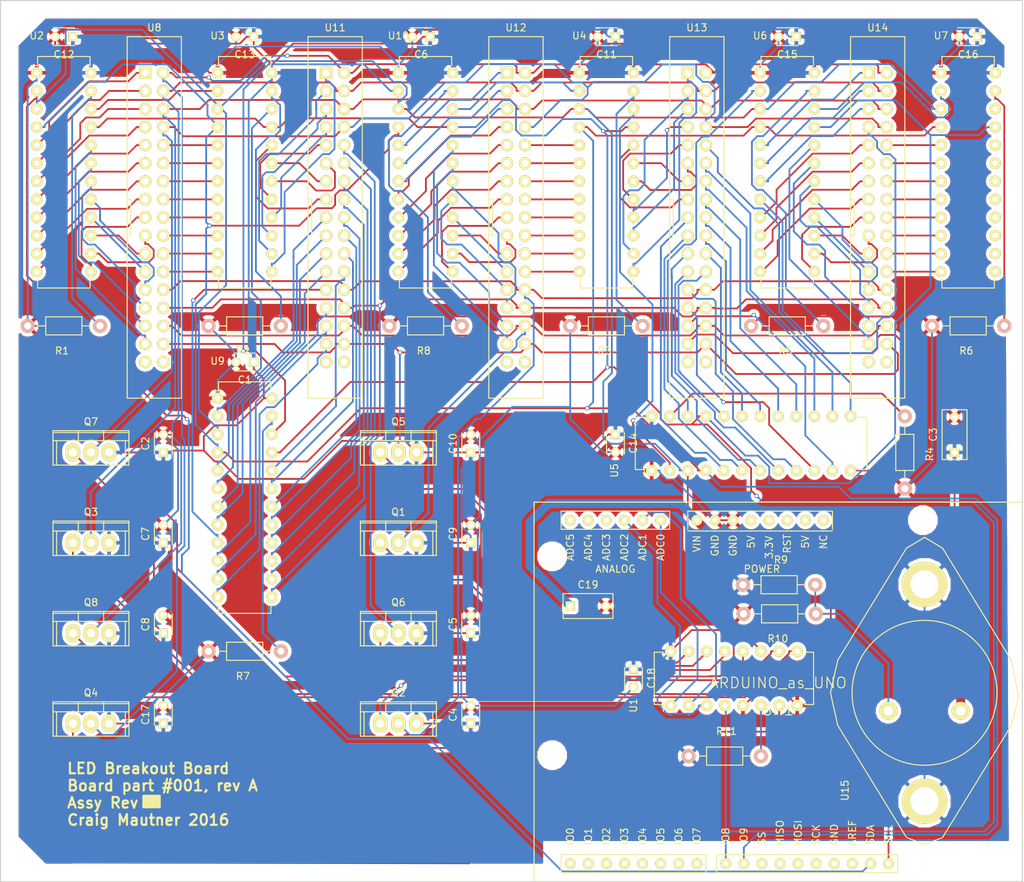
<source format=kicad_pcb>
(kicad_pcb (version 4) (host pcbnew 4.0.2-stable)
  (layers (0 F.Cu signal) (31 B.Cu signal) (36 B.SilkS user hide) (37 F.SilkS user) (38 B.Mask user) (39 F.Mask user) (44 Edge.Cuts user))
  (net 0 "")
  (net 1 VCC)
  (net 2 GND)
  (net 3 /ROW0)
  (net 4 "Net-(Q1-Pad1)")
  (net 5 /ROW1)
  (net 6 "Net-(Q2-Pad1)")
  (net 7 /ROW2)
  (net 8 "Net-(Q3-Pad1)")
  (net 9 /ROW3)
  (net 10 "Net-(Q4-Pad1)")
  (net 11 /ROW4)
  (net 12 "Net-(Q5-Pad1)")
  (net 13 /ROW5)
  (net 14 "Net-(Q6-Pad1)")
  (net 15 /ROW6)
  (net 16 "Net-(Q7-Pad1)")
  (net 17 /ROW7)
  (net 18 "Net-(Q8-Pad1)")
  (net 19 "Net-(R1-Pad1)")
  (net 20 "Net-(R2-Pad1)")
  (net 21 "Net-(R3-Pad1)")
  (net 22 "Net-(R4-Pad1)")
  (net 23 "Net-(R5-Pad1)")
  (net 24 "Net-(R6-Pad1)")
  (net 25 "Net-(R7-Pad1)")
  (net 26 "Net-(R8-Pad1)")
  (net 27 "Net-(SH1-PadA0)")
  (net 28 "Net-(SH1-PadA1)")
  (net 29 "Net-(SH1-PadA2)")
  (net 30 "/LED shift registers/BLANK")
  (net 31 "/LED shift registers/LAT")
  (net 32 "/LED shift registers/SIN")
  (net 33 "/LED shift registers/SCLK")
  (net 34 "/LED shift registers/A0")
  (net 35 "/LED shift registers/A1")
  (net 36 "/LED shift registers/A2")
  (net 37 "/LED shift registers/A3")
  (net 38 "/LED shift registers/A4")
  (net 39 "/LED shift registers/A5")
  (net 40 "/LED shift registers/A6")
  (net 41 "/LED shift registers/A7")
  (net 42 "/LED shift registers/B0")
  (net 43 "/LED shift registers/B1")
  (net 44 "/LED shift registers/B2")
  (net 45 "/LED shift registers/B3")
  (net 46 "/LED shift registers/B4")
  (net 47 "/LED shift registers/B5")
  (net 48 "/LED shift registers/B6")
  (net 49 "/LED shift registers/B7")
  (net 50 /sheet56F58BA4/SIN)
  (net 51 /sheet56F5A6B9/SIN)
  (net 52 /sheet56F5A6B9/A0)
  (net 53 /sheet56F5A6B9/A1)
  (net 54 /sheet56F5A6B9/A2)
  (net 55 /sheet56F5A6B9/A3)
  (net 56 /sheet56F5A6B9/A4)
  (net 57 /sheet56F5A6B9/A5)
  (net 58 /sheet56F5A6B9/A6)
  (net 59 /sheet56F5A6B9/A7)
  (net 60 /sheet56F5A6B9/B0)
  (net 61 /sheet56F5A6B9/B1)
  (net 62 /sheet56F5A6B9/B2)
  (net 63 /sheet56F5A6B9/B3)
  (net 64 /sheet56F5A6B9/B4)
  (net 65 /sheet56F5A6B9/B5)
  (net 66 /sheet56F5A6B9/B6)
  (net 67 /sheet56F5A6B9/B7)
  (net 68 /sheet56F5A6B9/C0)
  (net 69 /sheet56F5A6B9/C1)
  (net 70 /sheet56F5A6B9/C2)
  (net 71 /sheet56F5A6B9/C3)
  (net 72 /sheet56F5A6B9/C4)
  (net 73 /sheet56F5A6B9/C5)
  (net 74 /sheet56F5A6B9/C6)
  (net 75 /sheet56F5A6B9/C7)
  (net 76 /sheet56F5A6BA/SIN)
  (net 77 /sheet56F5A6BA/A0)
  (net 78 /sheet56F5A6BA/A1)
  (net 79 /sheet56F5A6BA/A2)
  (net 80 /sheet56F5A6BA/A3)
  (net 81 /sheet56F5A6BA/A4)
  (net 82 /sheet56F5A6BA/A5)
  (net 83 /sheet56F5A6BA/A6)
  (net 84 /sheet56F5A6BA/A7)
  (net 85 /sheet56F5A6BA/B0)
  (net 86 /sheet56F5A6BA/B1)
  (net 87 /sheet56F5A6BA/B2)
  (net 88 /sheet56F5A6BA/B3)
  (net 89 /sheet56F5A6BA/B4)
  (net 90 /sheet56F5A6BA/B5)
  (net 91 /sheet56F5A6BA/B6)
  (net 92 /sheet56F5A6BA/B7)
  (net 93 /sheet56F58BA4/D0)
  (net 94 /sheet56F58BA4/D1)
  (net 95 /sheet56F58BA4/D2)
  (net 96 /sheet56F58BA4/D3)
  (net 97 /sheet56F58BA4/D4)
  (net 98 /sheet56F58BA4/D5)
  (net 99 /sheet56F58BA4/D6)
  (net 100 /sheet56F58BA4/D7)
  (net 101 /sheet56F58BA4/B0)
  (net 102 /sheet56F58BA4/B1)
  (net 103 /sheet56F58BA4/B2)
  (net 104 /sheet56F58BA4/B3)
  (net 105 /sheet56F58BA4/B4)
  (net 106 /sheet56F58BA4/A0)
  (net 107 /sheet56F58BA4/B5)
  (net 108 /sheet56F58BA4/A1)
  (net 109 /sheet56F58BA4/B6)
  (net 110 /sheet56F58BA4/A2)
  (net 111 /sheet56F58BA4/B7)
  (net 112 /sheet56F58BA4/A3)
  (net 113 /sheet56F58BA4/A4)
  (net 114 /sheet56F58BA4/A5)
  (net 115 /sheet56F58BA4/A6)
  (net 116 /sheet56F58BA4/A7)
  (net 117 "Net-(U2-Pad22)")
  (net 118 "/LED shift registers/C0")
  (net 119 "/LED shift registers/C1")
  (net 120 "/LED shift registers/C2")
  (net 121 "/LED shift registers/C3")
  (net 122 "/LED shift registers/C4")
  (net 123 "/LED shift registers/C5")
  (net 124 "/LED shift registers/C6")
  (net 125 "/LED shift registers/C7")
  (net 126 /sheet570B3A7D/BLU7)
  (net 127 /sheet570B3A7D/BLU6)
  (net 128 /sheet570B3A7D/BLU5)
  (net 129 /sheet570B3A7D/BLU4)
  (net 130 /sheet570B3A7D/BLU3)
  (net 131 /sheet570B3A7D/BLU2)
  (net 132 /sheet570B3A7D/BLU1)
  (net 133 /sheet570B3A7D/BLU0)
  (net 134 "Net-(U4-Pad22)")
  (net 135 /sheet56F5A6B9/D7)
  (net 136 /sheet56F5A6B9/D6)
  (net 137 /sheet56F5A6B9/D5)
  (net 138 /sheet56F5A6B9/D4)
  (net 139 /sheet56F5A6B9/D3)
  (net 140 /sheet56F5A6B9/D2)
  (net 141 /sheet56F5A6B9/D1)
  (net 142 /sheet56F5A6B9/D0)
  (net 143 "Net-(U6-Pad22)")
  (net 144 /sheet56F5A6BA/C0)
  (net 145 /sheet56F5A6BA/C1)
  (net 146 /sheet56F5A6BA/C2)
  (net 147 /sheet56F5A6BA/C3)
  (net 148 /sheet56F5A6BA/C4)
  (net 149 /sheet56F5A6BA/C5)
  (net 150 /sheet56F5A6BA/C6)
  (net 151 /sheet56F5A6BA/C7)
  (net 152 "Net-(U10-Pad2)")
  (net 153 /sheet570B3C90/BLU0)
  (net 154 /sheet570B3C90/BLU1)
  (net 155 /sheet570B3C90/BLU2)
  (net 156 /sheet570B3C90/BLU3)
  (net 157 /sheet570B3C90/BLU4)
  (net 158 /sheet570B3C90/BLU5)
  (net 159 /sheet570B3C90/BLU6)
  (net 160 /sheet570B3C90/BLU7)
  (net 161 "Net-(R10-Pad1)")
  (net 162 /VIN)
  (net 163 "Net-(R11-Pad2)")
  (module "LED breakout board:ARDUINO_as_UNO_R3" (layer F.Cu) (at 260.35 108.585 180)
    (fp_text reference SH1 (at 34.29 -29.21 180) (layer F.SilkS) (effects (font (size 1.5 1.5))))
    (fp_text value ARDUINO_as_UNO (at 34.29 -25.4 180) (layer F.SilkS) (effects (font (size 1.5 1.5))))
    (fp_text user ANALOG (at 57.15 -9.398 180) (layer F.SilkS))
    (fp_text user ADC5 (at 63.5 -6.35 270) (layer F.SilkS))
    (fp_text user ADC4 (at 60.96 -6.35 270) (layer F.SilkS))
    (fp_text user ADC3 (at 58.42 -6.35 270) (layer F.SilkS))
    (fp_text user ADC2 (at 55.88 -6.35 270) (layer F.SilkS))
    (fp_text user ADC1 (at 53.34 -6.35 270) (layer F.SilkS))
    (fp_text user ADC0 (at 50.8 -6.35 270) (layer F.SilkS))
    (fp_text user VIN (at 45.72 -5.842 270) (layer F.SilkS))
    (fp_text user GND (at 43.18 -6.096 270) (layer F.SilkS))
    (fp_text user GND (at 40.64 -6.096 270) (layer F.SilkS))
    (fp_text user 5V (at 38.1 -5.588 270) (layer F.SilkS))
    (fp_text user 3.3V (at 35.56 -6.35 270) (layer F.SilkS))
    (fp_text user RST (at 33.02 -5.842 270) (layer F.SilkS))
    (fp_text user 5V (at 30.48 -5.588 270) (layer F.SilkS))
    (fp_text user NC (at 27.94 -5.588 270) (layer F.SilkS))
    (fp_text user POWER (at 36.576 -9.398 180) (layer F.SilkS))
    (fp_text user IO0 (at 63.5 -46.99 270) (layer F.SilkS))
    (fp_text user IO1 (at 60.96 -46.99 270) (layer F.SilkS))
    (fp_text user IO2 (at 58.42 -46.99 270) (layer F.SilkS))
    (fp_text user IO3 (at 55.88 -46.99 270) (layer F.SilkS))
    (fp_text user IO4 (at 53.34 -46.99 270) (layer F.SilkS))
    (fp_text user IO5 (at 50.8 -46.99 270) (layer F.SilkS))
    (fp_text user IO6 (at 48.26 -46.99 270) (layer F.SilkS))
    (fp_text user IO7 (at 45.72 -46.99 270) (layer F.SilkS))
    (fp_text user IO8 (at 41.656 -46.99 270) (layer F.SilkS))
    (fp_text user IO9 (at 39.116 -46.99 270) (layer F.SilkS))
    (fp_text user SS (at 36.576 -47.244 270) (layer F.SilkS))
    (fp_text user MOSI (at 31.496 -46.482 270) (layer F.SilkS))
    (fp_text user SCK (at 28.956 -46.736 270) (layer F.SilkS))
    (fp_text user MISO (at 34.036 -46.482 270) (layer F.SilkS))
    (fp_text user AREF (at 23.876 -46.482 270) (layer F.SilkS))
    (fp_text user GND (at 26.416 -46.736 270) (layer F.SilkS))
    (fp_text user SDA (at 21.336 -46.736 270) (layer F.SilkS))
    (fp_text user SCL (at 18.796 -46.736 270) (layer F.SilkS))
    (pad "" np_thru_hole circle (at 66.04 -7.62 180) (size 3.175 3.175) (drill 3.175) (layers *.Cu *.Mask F.SilkS))
    (pad "" np_thru_hole circle (at 66.04 -35.56 180) (size 3.175 3.175) (drill 3.175) (layers *.Cu *.Mask F.SilkS))
    (pad "" np_thru_hole circle (at 15.24 -50.8 180) (size 3.175 3.175) (drill 3.175) (layers *.Cu *.Mask F.SilkS))
    (pad NC thru_hole circle (at 27.94 -2.54 180) (size 1.524 1.524) (drill 0.762) (layers *.Cu *.Mask F.SilkS))
    (pad RST thru_hole circle (at 33.02 -2.54 180) (size 1.524 1.524) (drill 0.762) (layers *.Cu *.Mask F.SilkS))
    (pad 3V3 thru_hole circle (at 35.56 -2.54 180) (size 1.524 1.524) (drill 0.762) (layers *.Cu *.Mask F.SilkS))
    (pad 5V thru_hole circle (at 38.1 -2.54 180) (size 1.524 1.524) (drill 0.762) (layers *.Cu *.Mask F.SilkS))
    (pad GND1 thru_hole circle (at 40.64 -2.54 180) (size 1.524 1.524) (drill 0.762) (layers *.Cu *.Mask F.SilkS) (net 2 GND))
    (pad GND2 thru_hole circle (at 43.18 -2.54 180) (size 1.524 1.524) (drill 0.762) (layers *.Cu *.Mask F.SilkS) (net 2 GND))
    (pad VIN thru_hole circle (at 45.72 -2.54 180) (size 1.524 1.524) (drill 0.762) (layers *.Cu *.Mask F.SilkS) (net 162 /VIN))
    (pad A0 thru_hole circle (at 50.8 -2.54 180) (size 1.524 1.524) (drill 0.762) (layers *.Cu *.Mask F.SilkS) (net 27 "Net-(SH1-PadA0)"))
    (pad A1 thru_hole circle (at 53.34 -2.54 180) (size 1.524 1.524) (drill 0.762) (layers *.Cu *.Mask F.SilkS) (net 28 "Net-(SH1-PadA1)"))
    (pad A2 thru_hole circle (at 55.88 -2.54 180) (size 1.524 1.524) (drill 0.762) (layers *.Cu *.Mask F.SilkS) (net 29 "Net-(SH1-PadA2)"))
    (pad A3 thru_hole circle (at 58.42 -2.54 180) (size 1.524 1.524) (drill 0.762) (layers *.Cu *.Mask F.SilkS))
    (pad A4/1 thru_hole circle (at 60.96 -2.54 180) (size 1.524 1.524) (drill 0.762) (layers *.Cu *.Mask F.SilkS))
    (pad A5/1 thru_hole circle (at 63.5 -2.54 180) (size 1.524 1.524) (drill 0.762) (layers *.Cu *.Mask F.SilkS))
    (pad 0 thru_hole circle (at 63.5 -50.8 180) (size 1.524 1.524) (drill 0.762) (layers *.Cu *.Mask F.SilkS))
    (pad 1 thru_hole circle (at 60.96 -50.8 180) (size 1.524 1.524) (drill 0.762) (layers *.Cu *.Mask F.SilkS))
    (pad 2 thru_hole circle (at 58.42 -50.8 180) (size 1.524 1.524) (drill 0.762) (layers *.Cu *.Mask F.SilkS))
    (pad 3 thru_hole circle (at 55.88 -50.8 180) (size 1.524 1.524) (drill 0.762) (layers *.Cu *.Mask F.SilkS))
    (pad 4 thru_hole circle (at 53.34 -50.8 180) (size 1.524 1.524) (drill 0.762) (layers *.Cu *.Mask F.SilkS))
    (pad 5 thru_hole circle (at 50.8 -50.8 180) (size 1.524 1.524) (drill 0.762) (layers *.Cu *.Mask F.SilkS))
    (pad 6 thru_hole circle (at 48.26 -50.8 180) (size 1.524 1.524) (drill 0.762) (layers *.Cu *.Mask F.SilkS))
    (pad 7 thru_hole circle (at 45.72 -50.8 180) (size 1.524 1.524) (drill 0.762) (layers *.Cu *.Mask F.SilkS))
    (pad 8 thru_hole circle (at 41.656 -50.8 180) (size 1.524 1.524) (drill 0.762) (layers *.Cu *.Mask F.SilkS) (net 30 "/LED shift registers/BLANK"))
    (pad 9 thru_hole circle (at 39.116 -50.8 180) (size 1.524 1.524) (drill 0.762) (layers *.Cu *.Mask F.SilkS) (net 31 "/LED shift registers/LAT"))
    (pad 10 thru_hole circle (at 36.576 -50.8 180) (size 1.524 1.524) (drill 0.762) (layers *.Cu *.Mask F.SilkS))
    (pad 11 thru_hole circle (at 34.036 -50.8 180) (size 1.524 1.524) (drill 0.762) (layers *.Cu *.Mask F.SilkS))
    (pad 12 thru_hole circle (at 31.496 -50.8 180) (size 1.524 1.524) (drill 0.762) (layers *.Cu *.Mask F.SilkS))
    (pad 13 thru_hole circle (at 28.956 -50.8 180) (size 1.524 1.524) (drill 0.762) (layers *.Cu *.Mask F.SilkS))
    (pad GND3 thru_hole circle (at 26.416 -50.8 180) (size 1.524 1.524) (drill 0.762) (layers *.Cu *.Mask F.SilkS))
    (pad AREF thru_hole circle (at 23.876 -50.8 180) (size 1.524 1.524) (drill 0.762) (layers *.Cu *.Mask F.SilkS))
    (pad A4/2 thru_hole circle (at 21.336 -50.8 180) (size 1.524 1.524) (drill 0.762) (layers *.Cu *.Mask F.SilkS) (net 32 "/LED shift registers/SIN"))
    (pad A5/2 thru_hole circle (at 18.796 -50.8 180) (size 1.524 1.524) (drill 0.762) (layers *.Cu *.Mask F.SilkS) (net 33 "/LED shift registers/SCLK"))
    (pad IREF thru_hole circle (at 30.48 -2.54 180) (size 1.524 1.524) (drill 0.762) (layers *.Cu *.Mask F.SilkS))
    (pad "" np_thru_hole circle (at 13.97 -2.54 180) (size 3.175 3.175) (drill 3.175) (layers *.Cu *.Mask F.SilkS))
  )
  (module Capacitors_ThroughHole:C_Disc_D3_P2.5 (layer F.Cu) (at 139.7 101.6 90)
    (fp_text reference C2 (at 1.25 -2.5 90) (layer F.SilkS))
    (fp_text value .01uF)
    (pad 1 thru_hole rect (at 0 0 90) (size 1.3 1.3) (drill 0.8) (layers *.Cu *.Mask F.SilkS) (net 1 VCC))
    (pad 2 thru_hole circle (at 2.5 0 90) (size 1.3 1.3) (drill 0.8001) (layers *.Cu *.Mask F.SilkS) (net 2 GND))
  )
  (module Capacitors_ThroughHole:C_Disc_D3_P2.5 (layer F.Cu) (at 182.88 139.7 90)
    (fp_text reference C4 (at 1.25 -2.5 90) (layer F.SilkS))
    (fp_text value .01uF)
    (pad 1 thru_hole rect (at 0 0 90) (size 1.3 1.3) (drill 0.8) (layers *.Cu *.Mask F.SilkS) (net 1 VCC))
    (pad 2 thru_hole circle (at 2.5 0 90) (size 1.3 1.3) (drill 0.8001) (layers *.Cu *.Mask F.SilkS) (net 2 GND))
  )
  (module Capacitors_ThroughHole:C_Disc_D3_P2.5 (layer F.Cu) (at 182.88 127 90)
    (fp_text reference C5 (at 1.25 -2.5 90) (layer F.SilkS))
    (fp_text value .01uF)
    (pad 1 thru_hole rect (at 0 0 90) (size 1.3 1.3) (drill 0.8) (layers *.Cu *.Mask F.SilkS) (net 1 VCC))
    (pad 2 thru_hole circle (at 2.5 0 90) (size 1.3 1.3) (drill 0.8001) (layers *.Cu *.Mask F.SilkS) (net 2 GND))
  )
  (module Capacitors_ThroughHole:C_Disc_D3_P2.5 (layer F.Cu) (at 177.165 43.18 180)
    (fp_text reference C6 (at 1.25 -2.5 180) (layer F.SilkS))
    (fp_text value .01uF)
    (pad 1 thru_hole rect (at 0 0 180) (size 1.3 1.3) (drill 0.8) (layers *.Cu *.Mask F.SilkS) (net 1 VCC))
    (pad 2 thru_hole circle (at 2.5 0 180) (size 1.3 1.3) (drill 0.8001) (layers *.Cu *.Mask F.SilkS) (net 2 GND))
  )
  (module Capacitors_ThroughHole:C_Disc_D3_P2.5 (layer F.Cu) (at 139.7 114.3 90)
    (fp_text reference C7 (at 1.25 -2.5 90) (layer F.SilkS))
    (fp_text value .01uF)
    (pad 1 thru_hole rect (at 0 0 90) (size 1.3 1.3) (drill 0.8) (layers *.Cu *.Mask F.SilkS) (net 1 VCC))
    (pad 2 thru_hole circle (at 2.5 0 90) (size 1.3 1.3) (drill 0.8001) (layers *.Cu *.Mask F.SilkS) (net 2 GND))
  )
  (module Capacitors_ThroughHole:C_Disc_D3_P2.5 (layer F.Cu) (at 139.7 127 90)
    (fp_text reference C8 (at 1.25 -2.5 90) (layer F.SilkS))
    (fp_text value .01uF)
    (pad 1 thru_hole rect (at 0 0 90) (size 1.3 1.3) (drill 0.8) (layers *.Cu *.Mask F.SilkS) (net 1 VCC))
    (pad 2 thru_hole circle (at 2.5 0 90) (size 1.3 1.3) (drill 0.8001) (layers *.Cu *.Mask F.SilkS) (net 2 GND))
  )
  (module Capacitors_ThroughHole:C_Disc_D3_P2.5 (layer F.Cu) (at 182.88 114.3 90)
    (fp_text reference C9 (at 1.25 -2.5 90) (layer F.SilkS))
    (fp_text value .01uF)
    (pad 1 thru_hole rect (at 0 0 90) (size 1.3 1.3) (drill 0.8) (layers *.Cu *.Mask F.SilkS) (net 1 VCC))
    (pad 2 thru_hole circle (at 2.5 0 90) (size 1.3 1.3) (drill 0.8001) (layers *.Cu *.Mask F.SilkS) (net 2 GND))
  )
  (module Capacitors_ThroughHole:C_Disc_D3_P2.5 (layer F.Cu) (at 182.88 101.6 90)
    (fp_text reference C10 (at 1.25 -2.5 90) (layer F.SilkS))
    (fp_text value .01uF)
    (pad 1 thru_hole rect (at 0 0 90) (size 1.3 1.3) (drill 0.8) (layers *.Cu *.Mask F.SilkS) (net 1 VCC))
    (pad 2 thru_hole circle (at 2.5 0 90) (size 1.3 1.3) (drill 0.8001) (layers *.Cu *.Mask F.SilkS) (net 2 GND))
  )
  (module Power_Integrations:TO-220 (layer F.Cu) (at 172.72 114.3)
    (fp_text reference Q1 (at 0 -4.318) (layer F.SilkS))
    (fp_text value BD910)
    (pad 2 thru_hole oval (at 0 0) (size 2.032 2.54) (drill 1.143) (layers *.Cu *.Mask F.SilkS) (net 5 /ROW1))
    (pad 3 thru_hole oval (at 2.54 0) (size 2.032 2.54) (drill 1.143) (layers *.Cu *.Mask F.SilkS) (net 1 VCC))
    (pad 1 thru_hole oval (at -2.54 0) (size 2.032 2.54) (drill 1.143) (layers *.Cu *.Mask F.SilkS) (net 4 "Net-(Q1-Pad1)"))
  )
  (module Power_Integrations:TO-220 (layer F.Cu) (at 172.72 139.7)
    (fp_text reference Q2 (at 0 -4.318) (layer F.SilkS))
    (fp_text value BD910)
    (pad 2 thru_hole oval (at 0 0) (size 2.032 2.54) (drill 1.143) (layers *.Cu *.Mask F.SilkS) (net 9 /ROW3))
    (pad 3 thru_hole oval (at 2.54 0) (size 2.032 2.54) (drill 1.143) (layers *.Cu *.Mask F.SilkS) (net 1 VCC))
    (pad 1 thru_hole oval (at -2.54 0) (size 2.032 2.54) (drill 1.143) (layers *.Cu *.Mask F.SilkS) (net 6 "Net-(Q2-Pad1)"))
  )
  (module Power_Integrations:TO-220 (layer F.Cu) (at 129.54 114.3)
    (fp_text reference Q3 (at 0 -4.318) (layer F.SilkS))
    (fp_text value BD910)
    (pad 2 thru_hole oval (at 0 0) (size 2.032 2.54) (drill 1.143) (layers *.Cu *.Mask F.SilkS) (net 13 /ROW5))
    (pad 3 thru_hole oval (at 2.54 0) (size 2.032 2.54) (drill 1.143) (layers *.Cu *.Mask F.SilkS) (net 1 VCC))
    (pad 1 thru_hole oval (at -2.54 0) (size 2.032 2.54) (drill 1.143) (layers *.Cu *.Mask F.SilkS) (net 8 "Net-(Q3-Pad1)"))
  )
  (module Power_Integrations:TO-220 (layer F.Cu) (at 129.54 139.7)
    (fp_text reference Q4 (at 0 -4.318) (layer F.SilkS))
    (fp_text value BD910)
    (pad 2 thru_hole oval (at 0 0) (size 2.032 2.54) (drill 1.143) (layers *.Cu *.Mask F.SilkS) (net 17 /ROW7))
    (pad 3 thru_hole oval (at 2.54 0) (size 2.032 2.54) (drill 1.143) (layers *.Cu *.Mask F.SilkS) (net 1 VCC))
    (pad 1 thru_hole oval (at -2.54 0) (size 2.032 2.54) (drill 1.143) (layers *.Cu *.Mask F.SilkS) (net 10 "Net-(Q4-Pad1)"))
  )
  (module Power_Integrations:TO-220 (layer F.Cu) (at 172.72 101.6)
    (fp_text reference Q5 (at 0 -4.318) (layer F.SilkS))
    (fp_text value BD910)
    (pad 2 thru_hole oval (at 0 0) (size 2.032 2.54) (drill 1.143) (layers *.Cu *.Mask F.SilkS) (net 3 /ROW0))
    (pad 3 thru_hole oval (at 2.54 0) (size 2.032 2.54) (drill 1.143) (layers *.Cu *.Mask F.SilkS) (net 1 VCC))
    (pad 1 thru_hole oval (at -2.54 0) (size 2.032 2.54) (drill 1.143) (layers *.Cu *.Mask F.SilkS) (net 12 "Net-(Q5-Pad1)"))
  )
  (module Power_Integrations:TO-220 (layer F.Cu) (at 172.72 127)
    (fp_text reference Q6 (at 0 -4.318) (layer F.SilkS))
    (fp_text value BD910)
    (pad 2 thru_hole oval (at 0 0) (size 2.032 2.54) (drill 1.143) (layers *.Cu *.Mask F.SilkS) (net 7 /ROW2))
    (pad 3 thru_hole oval (at 2.54 0) (size 2.032 2.54) (drill 1.143) (layers *.Cu *.Mask F.SilkS) (net 1 VCC))
    (pad 1 thru_hole oval (at -2.54 0) (size 2.032 2.54) (drill 1.143) (layers *.Cu *.Mask F.SilkS) (net 14 "Net-(Q6-Pad1)"))
  )
  (module Power_Integrations:TO-220 (layer F.Cu) (at 129.54 101.6)
    (fp_text reference Q7 (at 0 -4.318) (layer F.SilkS))
    (fp_text value BD910)
    (pad 2 thru_hole oval (at 0 0) (size 2.032 2.54) (drill 1.143) (layers *.Cu *.Mask F.SilkS) (net 11 /ROW4))
    (pad 3 thru_hole oval (at 2.54 0) (size 2.032 2.54) (drill 1.143) (layers *.Cu *.Mask F.SilkS) (net 1 VCC))
    (pad 1 thru_hole oval (at -2.54 0) (size 2.032 2.54) (drill 1.143) (layers *.Cu *.Mask F.SilkS) (net 16 "Net-(Q7-Pad1)"))
  )
  (module Power_Integrations:TO-220 (layer F.Cu) (at 129.54 127)
    (fp_text reference Q8 (at 0 -4.318) (layer F.SilkS))
    (fp_text value BD910)
    (pad 2 thru_hole oval (at 0 0) (size 2.032 2.54) (drill 1.143) (layers *.Cu *.Mask F.SilkS) (net 15 /ROW6))
    (pad 3 thru_hole oval (at 2.54 0) (size 2.032 2.54) (drill 1.143) (layers *.Cu *.Mask F.SilkS) (net 1 VCC))
    (pad 1 thru_hole oval (at -2.54 0) (size 2.032 2.54) (drill 1.143) (layers *.Cu *.Mask F.SilkS) (net 18 "Net-(Q8-Pad1)"))
  )
  (module Resistors_ThroughHole:Resistor_Horizontal_RM10mm (layer F.Cu) (at 130.81 83.82 180)
    (fp_text reference R1 (at 5.32892 -3.50012 180) (layer F.SilkS))
    (fp_text value 2.2K)
    (pad 1 thru_hole circle (at 0 0 180) (size 1.99898 1.99898) (drill 1.00076) (layers *.Cu *.SilkS *.Mask) (net 19 "Net-(R1-Pad1)"))
    (pad 2 thru_hole circle (at 10.16 0 180) (size 1.99898 1.99898) (drill 1.00076) (layers *.Cu *.SilkS *.Mask) (net 2 GND))
  )
  (module Resistors_ThroughHole:Resistor_Horizontal_RM10mm (layer F.Cu) (at 156.21 83.82 180)
    (fp_text reference R2 (at 5.32892 -3.50012 180) (layer F.SilkS))
    (fp_text value 2.2K)
    (pad 1 thru_hole circle (at 0 0 180) (size 1.99898 1.99898) (drill 1.00076) (layers *.Cu *.SilkS *.Mask) (net 20 "Net-(R2-Pad1)"))
    (pad 2 thru_hole circle (at 10.16 0 180) (size 1.99898 1.99898) (drill 1.00076) (layers *.Cu *.SilkS *.Mask) (net 2 GND))
  )
  (module Resistors_ThroughHole:Resistor_Horizontal_RM10mm (layer F.Cu) (at 207.01 83.82 180)
    (fp_text reference R3 (at 5.32892 -3.50012 180) (layer F.SilkS))
    (fp_text value 2.2K)
    (pad 1 thru_hole circle (at 0 0 180) (size 1.99898 1.99898) (drill 1.00076) (layers *.Cu *.SilkS *.Mask) (net 21 "Net-(R3-Pad1)"))
    (pad 2 thru_hole circle (at 10.16 0 180) (size 1.99898 1.99898) (drill 1.00076) (layers *.Cu *.SilkS *.Mask) (net 2 GND))
  )
  (module Resistors_ThroughHole:Resistor_Horizontal_RM10mm (layer F.Cu) (at 243.84 96.52 270)
    (fp_text reference R4 (at 5.32892 -3.50012 270) (layer F.SilkS))
    (fp_text value 2.2K)
    (pad 1 thru_hole circle (at 0 0 270) (size 1.99898 1.99898) (drill 1.00076) (layers *.Cu *.SilkS *.Mask) (net 22 "Net-(R4-Pad1)"))
    (pad 2 thru_hole circle (at 10.16 0 270) (size 1.99898 1.99898) (drill 1.00076) (layers *.Cu *.SilkS *.Mask) (net 2 GND))
  )
  (module Resistors_ThroughHole:Resistor_Horizontal_RM10mm (layer F.Cu) (at 232.41 83.82 180)
    (fp_text reference R5 (at 5.32892 -3.50012 180) (layer F.SilkS))
    (fp_text value 2.2K)
    (pad 1 thru_hole circle (at 0 0 180) (size 1.99898 1.99898) (drill 1.00076) (layers *.Cu *.SilkS *.Mask) (net 23 "Net-(R5-Pad1)"))
    (pad 2 thru_hole circle (at 10.16 0 180) (size 1.99898 1.99898) (drill 1.00076) (layers *.Cu *.SilkS *.Mask) (net 2 GND))
  )
  (module Resistors_ThroughHole:Resistor_Horizontal_RM10mm (layer F.Cu) (at 257.81 83.82 180)
    (fp_text reference R6 (at 5.32892 -3.50012 180) (layer F.SilkS))
    (fp_text value 2.2K)
    (pad 1 thru_hole circle (at 0 0 180) (size 1.99898 1.99898) (drill 1.00076) (layers *.Cu *.SilkS *.Mask) (net 24 "Net-(R6-Pad1)"))
    (pad 2 thru_hole circle (at 10.16 0 180) (size 1.99898 1.99898) (drill 1.00076) (layers *.Cu *.SilkS *.Mask) (net 2 GND))
  )
  (module Resistors_ThroughHole:Resistor_Horizontal_RM10mm (layer F.Cu) (at 156.21 129.54 180)
    (fp_text reference R7 (at 5.32892 -3.50012 180) (layer F.SilkS))
    (fp_text value 2.2K)
    (pad 1 thru_hole circle (at 0 0 180) (size 1.99898 1.99898) (drill 1.00076) (layers *.Cu *.SilkS *.Mask) (net 25 "Net-(R7-Pad1)"))
    (pad 2 thru_hole circle (at 10.16 0 180) (size 1.99898 1.99898) (drill 1.00076) (layers *.Cu *.SilkS *.Mask) (net 2 GND))
  )
  (module Resistors_ThroughHole:Resistor_Horizontal_RM10mm (layer F.Cu) (at 181.61 83.82 180)
    (fp_text reference R8 (at 5.32892 -3.50012 180) (layer F.SilkS))
    (fp_text value 2.2K)
    (pad 1 thru_hole circle (at 0 0 180) (size 1.99898 1.99898) (drill 1.00076) (layers *.Cu *.SilkS *.Mask) (net 26 "Net-(R8-Pad1)"))
    (pad 2 thru_hole circle (at 10.16 0 180) (size 1.99898 1.99898) (drill 1.00076) (layers *.Cu *.SilkS *.Mask) (net 2 GND))
  )
  (module Housings_DIP:DIP-16_W7.62mm (layer F.Cu) (at 210.947 137.16 90)
    (fp_text reference U1 (at 0 -5.22 90) (layer F.SilkS))
    (fp_text value 74LS138)
    (pad 1 thru_hole oval (at 0 0 90) (size 1.6 1.6) (drill 0.8) (layers *.Cu *.Mask F.SilkS) (net 27 "Net-(SH1-PadA0)"))
    (pad 2 thru_hole oval (at 0 2.54 90) (size 1.6 1.6) (drill 0.8) (layers *.Cu *.Mask F.SilkS) (net 28 "Net-(SH1-PadA1)"))
    (pad 3 thru_hole oval (at 0 5.08 90) (size 1.6 1.6) (drill 0.8) (layers *.Cu *.Mask F.SilkS) (net 29 "Net-(SH1-PadA2)"))
    (pad 4 thru_hole oval (at 0 7.62 90) (size 1.6 1.6) (drill 0.8) (layers *.Cu *.Mask F.SilkS) (net 30 "/LED shift registers/BLANK"))
    (pad 5 thru_hole oval (at 0 10.16 90) (size 1.6 1.6) (drill 0.8) (layers *.Cu *.Mask F.SilkS) (net 2 GND))
    (pad 6 thru_hole oval (at 0 12.7 90) (size 1.6 1.6) (drill 0.8) (layers *.Cu *.Mask F.SilkS) (net 163 "Net-(R11-Pad2)"))
    (pad 7 thru_hole oval (at 0 15.24 90) (size 1.6 1.6) (drill 0.8) (layers *.Cu *.Mask F.SilkS) (net 10 "Net-(Q4-Pad1)"))
    (pad 8 thru_hole oval (at 0 17.78 90) (size 1.6 1.6) (drill 0.8) (layers *.Cu *.Mask F.SilkS) (net 2 GND))
    (pad 9 thru_hole oval (at 7.62 17.78 90) (size 1.6 1.6) (drill 0.8) (layers *.Cu *.Mask F.SilkS) (net 18 "Net-(Q8-Pad1)"))
    (pad 10 thru_hole oval (at 7.62 15.24 90) (size 1.6 1.6) (drill 0.8) (layers *.Cu *.Mask F.SilkS) (net 8 "Net-(Q3-Pad1)"))
    (pad 11 thru_hole oval (at 7.62 12.7 90) (size 1.6 1.6) (drill 0.8) (layers *.Cu *.Mask F.SilkS) (net 16 "Net-(Q7-Pad1)"))
    (pad 12 thru_hole oval (at 7.62 10.16 90) (size 1.6 1.6) (drill 0.8) (layers *.Cu *.Mask F.SilkS) (net 6 "Net-(Q2-Pad1)"))
    (pad 13 thru_hole oval (at 7.62 7.62 90) (size 1.6 1.6) (drill 0.8) (layers *.Cu *.Mask F.SilkS) (net 14 "Net-(Q6-Pad1)"))
    (pad 14 thru_hole oval (at 7.62 5.08 90) (size 1.6 1.6) (drill 0.8) (layers *.Cu *.Mask F.SilkS) (net 4 "Net-(Q1-Pad1)"))
    (pad 15 thru_hole oval (at 7.62 2.54 90) (size 1.6 1.6) (drill 0.8) (layers *.Cu *.Mask F.SilkS) (net 12 "Net-(Q5-Pad1)"))
    (pad 16 thru_hole oval (at 7.62 0 90) (size 1.6 1.6) (drill 0.8) (layers *.Cu *.Mask F.SilkS) (net 1 VCC))
  )
  (module Housings_DIP:DIP-24_W7.62mm (layer F.Cu) (at 147.32 48.26)
    (fp_text reference U3 (at 0 -5.22) (layer F.SilkS))
    (fp_text value TLC5928)
    (pad 1 thru_hole oval (at 0 0) (size 1.6 1.6) (drill 0.8) (layers *.Cu *.Mask F.SilkS) (net 2 GND))
    (pad 2 thru_hole oval (at 0 2.54) (size 1.6 1.6) (drill 0.8) (layers *.Cu *.Mask F.SilkS) (net 117 "Net-(U2-Pad22)"))
    (pad 3 thru_hole oval (at 0 5.08) (size 1.6 1.6) (drill 0.8) (layers *.Cu *.Mask F.SilkS) (net 33 "/LED shift registers/SCLK"))
    (pad 4 thru_hole oval (at 0 7.62) (size 1.6 1.6) (drill 0.8) (layers *.Cu *.Mask F.SilkS) (net 31 "/LED shift registers/LAT"))
    (pad 5 thru_hole oval (at 0 10.16) (size 1.6 1.6) (drill 0.8) (layers *.Cu *.Mask F.SilkS) (net 118 "/LED shift registers/C0"))
    (pad 6 thru_hole oval (at 0 12.7) (size 1.6 1.6) (drill 0.8) (layers *.Cu *.Mask F.SilkS) (net 119 "/LED shift registers/C1"))
    (pad 7 thru_hole oval (at 0 15.24) (size 1.6 1.6) (drill 0.8) (layers *.Cu *.Mask F.SilkS) (net 120 "/LED shift registers/C2"))
    (pad 8 thru_hole oval (at 0 17.78) (size 1.6 1.6) (drill 0.8) (layers *.Cu *.Mask F.SilkS) (net 121 "/LED shift registers/C3"))
    (pad 9 thru_hole oval (at 0 20.32) (size 1.6 1.6) (drill 0.8) (layers *.Cu *.Mask F.SilkS) (net 122 "/LED shift registers/C4"))
    (pad 10 thru_hole oval (at 0 22.86) (size 1.6 1.6) (drill 0.8) (layers *.Cu *.Mask F.SilkS) (net 123 "/LED shift registers/C5"))
    (pad 11 thru_hole oval (at 0 25.4) (size 1.6 1.6) (drill 0.8) (layers *.Cu *.Mask F.SilkS) (net 124 "/LED shift registers/C6"))
    (pad 12 thru_hole oval (at 0 27.94) (size 1.6 1.6) (drill 0.8) (layers *.Cu *.Mask F.SilkS) (net 125 "/LED shift registers/C7"))
    (pad 13 thru_hole oval (at 7.62 27.94) (size 1.6 1.6) (drill 0.8) (layers *.Cu *.Mask F.SilkS) (net 133 /sheet570B3A7D/BLU0))
    (pad 14 thru_hole oval (at 7.62 25.4) (size 1.6 1.6) (drill 0.8) (layers *.Cu *.Mask F.SilkS) (net 132 /sheet570B3A7D/BLU1))
    (pad 15 thru_hole oval (at 7.62 22.86) (size 1.6 1.6) (drill 0.8) (layers *.Cu *.Mask F.SilkS) (net 131 /sheet570B3A7D/BLU2))
    (pad 16 thru_hole oval (at 7.62 20.32) (size 1.6 1.6) (drill 0.8) (layers *.Cu *.Mask F.SilkS) (net 130 /sheet570B3A7D/BLU3))
    (pad 17 thru_hole oval (at 7.62 17.78) (size 1.6 1.6) (drill 0.8) (layers *.Cu *.Mask F.SilkS) (net 129 /sheet570B3A7D/BLU4))
    (pad 18 thru_hole oval (at 7.62 15.24) (size 1.6 1.6) (drill 0.8) (layers *.Cu *.Mask F.SilkS) (net 128 /sheet570B3A7D/BLU5))
    (pad 19 thru_hole oval (at 7.62 12.7) (size 1.6 1.6) (drill 0.8) (layers *.Cu *.Mask F.SilkS) (net 127 /sheet570B3A7D/BLU6))
    (pad 20 thru_hole oval (at 7.62 10.16) (size 1.6 1.6) (drill 0.8) (layers *.Cu *.Mask F.SilkS) (net 126 /sheet570B3A7D/BLU7))
    (pad 21 thru_hole oval (at 7.62 7.62) (size 1.6 1.6) (drill 0.8) (layers *.Cu *.Mask F.SilkS) (net 30 "/LED shift registers/BLANK"))
    (pad 22 thru_hole oval (at 7.62 5.08) (size 1.6 1.6) (drill 0.8) (layers *.Cu *.Mask F.SilkS) (net 50 /sheet56F58BA4/SIN))
    (pad 23 thru_hole oval (at 7.62 2.54) (size 1.6 1.6) (drill 0.8) (layers *.Cu *.Mask F.SilkS) (net 20 "Net-(R2-Pad1)"))
    (pad 24 thru_hole oval (at 7.62 0) (size 1.6 1.6) (drill 0.8) (layers *.Cu *.Mask F.SilkS) (net 1 VCC))
  )
  (module Housings_DIP:DIP-24_W7.62mm (layer F.Cu) (at 198.12 48.26)
    (fp_text reference U4 (at 0 -5.22) (layer F.SilkS))
    (fp_text value TLC5928)
    (pad 1 thru_hole oval (at 0 0) (size 1.6 1.6) (drill 0.8) (layers *.Cu *.Mask F.SilkS) (net 2 GND))
    (pad 2 thru_hole oval (at 0 2.54) (size 1.6 1.6) (drill 0.8) (layers *.Cu *.Mask F.SilkS) (net 51 /sheet56F5A6B9/SIN))
    (pad 3 thru_hole oval (at 0 5.08) (size 1.6 1.6) (drill 0.8) (layers *.Cu *.Mask F.SilkS) (net 33 "/LED shift registers/SCLK"))
    (pad 4 thru_hole oval (at 0 7.62) (size 1.6 1.6) (drill 0.8) (layers *.Cu *.Mask F.SilkS) (net 31 "/LED shift registers/LAT"))
    (pad 5 thru_hole oval (at 0 10.16) (size 1.6 1.6) (drill 0.8) (layers *.Cu *.Mask F.SilkS) (net 52 /sheet56F5A6B9/A0))
    (pad 6 thru_hole oval (at 0 12.7) (size 1.6 1.6) (drill 0.8) (layers *.Cu *.Mask F.SilkS) (net 53 /sheet56F5A6B9/A1))
    (pad 7 thru_hole oval (at 0 15.24) (size 1.6 1.6) (drill 0.8) (layers *.Cu *.Mask F.SilkS) (net 54 /sheet56F5A6B9/A2))
    (pad 8 thru_hole oval (at 0 17.78) (size 1.6 1.6) (drill 0.8) (layers *.Cu *.Mask F.SilkS) (net 55 /sheet56F5A6B9/A3))
    (pad 9 thru_hole oval (at 0 20.32) (size 1.6 1.6) (drill 0.8) (layers *.Cu *.Mask F.SilkS) (net 56 /sheet56F5A6B9/A4))
    (pad 10 thru_hole oval (at 0 22.86) (size 1.6 1.6) (drill 0.8) (layers *.Cu *.Mask F.SilkS) (net 57 /sheet56F5A6B9/A5))
    (pad 11 thru_hole oval (at 0 25.4) (size 1.6 1.6) (drill 0.8) (layers *.Cu *.Mask F.SilkS) (net 58 /sheet56F5A6B9/A6))
    (pad 12 thru_hole oval (at 0 27.94) (size 1.6 1.6) (drill 0.8) (layers *.Cu *.Mask F.SilkS) (net 59 /sheet56F5A6B9/A7))
    (pad 13 thru_hole oval (at 7.62 27.94) (size 1.6 1.6) (drill 0.8) (layers *.Cu *.Mask F.SilkS) (net 60 /sheet56F5A6B9/B0))
    (pad 14 thru_hole oval (at 7.62 25.4) (size 1.6 1.6) (drill 0.8) (layers *.Cu *.Mask F.SilkS) (net 61 /sheet56F5A6B9/B1))
    (pad 15 thru_hole oval (at 7.62 22.86) (size 1.6 1.6) (drill 0.8) (layers *.Cu *.Mask F.SilkS) (net 62 /sheet56F5A6B9/B2))
    (pad 16 thru_hole oval (at 7.62 20.32) (size 1.6 1.6) (drill 0.8) (layers *.Cu *.Mask F.SilkS) (net 63 /sheet56F5A6B9/B3))
    (pad 17 thru_hole oval (at 7.62 17.78) (size 1.6 1.6) (drill 0.8) (layers *.Cu *.Mask F.SilkS) (net 64 /sheet56F5A6B9/B4))
    (pad 18 thru_hole oval (at 7.62 15.24) (size 1.6 1.6) (drill 0.8) (layers *.Cu *.Mask F.SilkS) (net 65 /sheet56F5A6B9/B5))
    (pad 19 thru_hole oval (at 7.62 12.7) (size 1.6 1.6) (drill 0.8) (layers *.Cu *.Mask F.SilkS) (net 66 /sheet56F5A6B9/B6))
    (pad 20 thru_hole oval (at 7.62 10.16) (size 1.6 1.6) (drill 0.8) (layers *.Cu *.Mask F.SilkS) (net 67 /sheet56F5A6B9/B7))
    (pad 21 thru_hole oval (at 7.62 7.62) (size 1.6 1.6) (drill 0.8) (layers *.Cu *.Mask F.SilkS) (net 30 "/LED shift registers/BLANK"))
    (pad 22 thru_hole oval (at 7.62 5.08) (size 1.6 1.6) (drill 0.8) (layers *.Cu *.Mask F.SilkS) (net 134 "Net-(U4-Pad22)"))
    (pad 23 thru_hole oval (at 7.62 2.54) (size 1.6 1.6) (drill 0.8) (layers *.Cu *.Mask F.SilkS) (net 21 "Net-(R3-Pad1)"))
    (pad 24 thru_hole oval (at 7.62 0) (size 1.6 1.6) (drill 0.8) (layers *.Cu *.Mask F.SilkS) (net 1 VCC))
  )
  (module Housings_DIP:DIP-24_W7.62mm (layer F.Cu) (at 208.28 104.14 90)
    (fp_text reference U5 (at 0 -5.22 90) (layer F.SilkS))
    (fp_text value TLC5928)
    (pad 1 thru_hole oval (at 0 0 90) (size 1.6 1.6) (drill 0.8) (layers *.Cu *.Mask F.SilkS) (net 2 GND))
    (pad 2 thru_hole oval (at 0 2.54 90) (size 1.6 1.6) (drill 0.8) (layers *.Cu *.Mask F.SilkS) (net 134 "Net-(U4-Pad22)"))
    (pad 3 thru_hole oval (at 0 5.08 90) (size 1.6 1.6) (drill 0.8) (layers *.Cu *.Mask F.SilkS) (net 33 "/LED shift registers/SCLK"))
    (pad 4 thru_hole oval (at 0 7.62 90) (size 1.6 1.6) (drill 0.8) (layers *.Cu *.Mask F.SilkS) (net 31 "/LED shift registers/LAT"))
    (pad 5 thru_hole oval (at 0 10.16 90) (size 1.6 1.6) (drill 0.8) (layers *.Cu *.Mask F.SilkS) (net 68 /sheet56F5A6B9/C0))
    (pad 6 thru_hole oval (at 0 12.7 90) (size 1.6 1.6) (drill 0.8) (layers *.Cu *.Mask F.SilkS) (net 69 /sheet56F5A6B9/C1))
    (pad 7 thru_hole oval (at 0 15.24 90) (size 1.6 1.6) (drill 0.8) (layers *.Cu *.Mask F.SilkS) (net 70 /sheet56F5A6B9/C2))
    (pad 8 thru_hole oval (at 0 17.78 90) (size 1.6 1.6) (drill 0.8) (layers *.Cu *.Mask F.SilkS) (net 71 /sheet56F5A6B9/C3))
    (pad 9 thru_hole oval (at 0 20.32 90) (size 1.6 1.6) (drill 0.8) (layers *.Cu *.Mask F.SilkS) (net 72 /sheet56F5A6B9/C4))
    (pad 10 thru_hole oval (at 0 22.86 90) (size 1.6 1.6) (drill 0.8) (layers *.Cu *.Mask F.SilkS) (net 73 /sheet56F5A6B9/C5))
    (pad 11 thru_hole oval (at 0 25.4 90) (size 1.6 1.6) (drill 0.8) (layers *.Cu *.Mask F.SilkS) (net 74 /sheet56F5A6B9/C6))
    (pad 12 thru_hole oval (at 0 27.94 90) (size 1.6 1.6) (drill 0.8) (layers *.Cu *.Mask F.SilkS) (net 75 /sheet56F5A6B9/C7))
    (pad 13 thru_hole oval (at 7.62 27.94 90) (size 1.6 1.6) (drill 0.8) (layers *.Cu *.Mask F.SilkS) (net 142 /sheet56F5A6B9/D0))
    (pad 14 thru_hole oval (at 7.62 25.4 90) (size 1.6 1.6) (drill 0.8) (layers *.Cu *.Mask F.SilkS) (net 141 /sheet56F5A6B9/D1))
    (pad 15 thru_hole oval (at 7.62 22.86 90) (size 1.6 1.6) (drill 0.8) (layers *.Cu *.Mask F.SilkS) (net 140 /sheet56F5A6B9/D2))
    (pad 16 thru_hole oval (at 7.62 20.32 90) (size 1.6 1.6) (drill 0.8) (layers *.Cu *.Mask F.SilkS) (net 139 /sheet56F5A6B9/D3))
    (pad 17 thru_hole oval (at 7.62 17.78 90) (size 1.6 1.6) (drill 0.8) (layers *.Cu *.Mask F.SilkS) (net 138 /sheet56F5A6B9/D4))
    (pad 18 thru_hole oval (at 7.62 15.24 90) (size 1.6 1.6) (drill 0.8) (layers *.Cu *.Mask F.SilkS) (net 137 /sheet56F5A6B9/D5))
    (pad 19 thru_hole oval (at 7.62 12.7 90) (size 1.6 1.6) (drill 0.8) (layers *.Cu *.Mask F.SilkS) (net 136 /sheet56F5A6B9/D6))
    (pad 20 thru_hole oval (at 7.62 10.16 90) (size 1.6 1.6) (drill 0.8) (layers *.Cu *.Mask F.SilkS) (net 135 /sheet56F5A6B9/D7))
    (pad 21 thru_hole oval (at 7.62 7.62 90) (size 1.6 1.6) (drill 0.8) (layers *.Cu *.Mask F.SilkS) (net 30 "/LED shift registers/BLANK"))
    (pad 22 thru_hole oval (at 7.62 5.08 90) (size 1.6 1.6) (drill 0.8) (layers *.Cu *.Mask F.SilkS) (net 76 /sheet56F5A6BA/SIN))
    (pad 23 thru_hole oval (at 7.62 2.54 90) (size 1.6 1.6) (drill 0.8) (layers *.Cu *.Mask F.SilkS) (net 22 "Net-(R4-Pad1)"))
    (pad 24 thru_hole oval (at 7.62 0 90) (size 1.6 1.6) (drill 0.8) (layers *.Cu *.Mask F.SilkS) (net 1 VCC))
  )
  (module Housings_DIP:DIP-24_W7.62mm (layer F.Cu) (at 223.52 48.26)
    (fp_text reference U6 (at 0 -5.22) (layer F.SilkS))
    (fp_text value TLC5928)
    (pad 1 thru_hole oval (at 0 0) (size 1.6 1.6) (drill 0.8) (layers *.Cu *.Mask F.SilkS) (net 2 GND))
    (pad 2 thru_hole oval (at 0 2.54) (size 1.6 1.6) (drill 0.8) (layers *.Cu *.Mask F.SilkS) (net 76 /sheet56F5A6BA/SIN))
    (pad 3 thru_hole oval (at 0 5.08) (size 1.6 1.6) (drill 0.8) (layers *.Cu *.Mask F.SilkS) (net 33 "/LED shift registers/SCLK"))
    (pad 4 thru_hole oval (at 0 7.62) (size 1.6 1.6) (drill 0.8) (layers *.Cu *.Mask F.SilkS) (net 31 "/LED shift registers/LAT"))
    (pad 5 thru_hole oval (at 0 10.16) (size 1.6 1.6) (drill 0.8) (layers *.Cu *.Mask F.SilkS) (net 77 /sheet56F5A6BA/A0))
    (pad 6 thru_hole oval (at 0 12.7) (size 1.6 1.6) (drill 0.8) (layers *.Cu *.Mask F.SilkS) (net 78 /sheet56F5A6BA/A1))
    (pad 7 thru_hole oval (at 0 15.24) (size 1.6 1.6) (drill 0.8) (layers *.Cu *.Mask F.SilkS) (net 79 /sheet56F5A6BA/A2))
    (pad 8 thru_hole oval (at 0 17.78) (size 1.6 1.6) (drill 0.8) (layers *.Cu *.Mask F.SilkS) (net 80 /sheet56F5A6BA/A3))
    (pad 9 thru_hole oval (at 0 20.32) (size 1.6 1.6) (drill 0.8) (layers *.Cu *.Mask F.SilkS) (net 81 /sheet56F5A6BA/A4))
    (pad 10 thru_hole oval (at 0 22.86) (size 1.6 1.6) (drill 0.8) (layers *.Cu *.Mask F.SilkS) (net 82 /sheet56F5A6BA/A5))
    (pad 11 thru_hole oval (at 0 25.4) (size 1.6 1.6) (drill 0.8) (layers *.Cu *.Mask F.SilkS) (net 83 /sheet56F5A6BA/A6))
    (pad 12 thru_hole oval (at 0 27.94) (size 1.6 1.6) (drill 0.8) (layers *.Cu *.Mask F.SilkS) (net 84 /sheet56F5A6BA/A7))
    (pad 13 thru_hole oval (at 7.62 27.94) (size 1.6 1.6) (drill 0.8) (layers *.Cu *.Mask F.SilkS) (net 85 /sheet56F5A6BA/B0))
    (pad 14 thru_hole oval (at 7.62 25.4) (size 1.6 1.6) (drill 0.8) (layers *.Cu *.Mask F.SilkS) (net 86 /sheet56F5A6BA/B1))
    (pad 15 thru_hole oval (at 7.62 22.86) (size 1.6 1.6) (drill 0.8) (layers *.Cu *.Mask F.SilkS) (net 87 /sheet56F5A6BA/B2))
    (pad 16 thru_hole oval (at 7.62 20.32) (size 1.6 1.6) (drill 0.8) (layers *.Cu *.Mask F.SilkS) (net 88 /sheet56F5A6BA/B3))
    (pad 17 thru_hole oval (at 7.62 17.78) (size 1.6 1.6) (drill 0.8) (layers *.Cu *.Mask F.SilkS) (net 89 /sheet56F5A6BA/B4))
    (pad 18 thru_hole oval (at 7.62 15.24) (size 1.6 1.6) (drill 0.8) (layers *.Cu *.Mask F.SilkS) (net 90 /sheet56F5A6BA/B5))
    (pad 19 thru_hole oval (at 7.62 12.7) (size 1.6 1.6) (drill 0.8) (layers *.Cu *.Mask F.SilkS) (net 91 /sheet56F5A6BA/B6))
    (pad 20 thru_hole oval (at 7.62 10.16) (size 1.6 1.6) (drill 0.8) (layers *.Cu *.Mask F.SilkS) (net 92 /sheet56F5A6BA/B7))
    (pad 21 thru_hole oval (at 7.62 7.62) (size 1.6 1.6) (drill 0.8) (layers *.Cu *.Mask F.SilkS) (net 30 "/LED shift registers/BLANK"))
    (pad 22 thru_hole oval (at 7.62 5.08) (size 1.6 1.6) (drill 0.8) (layers *.Cu *.Mask F.SilkS) (net 143 "Net-(U6-Pad22)"))
    (pad 23 thru_hole oval (at 7.62 2.54) (size 1.6 1.6) (drill 0.8) (layers *.Cu *.Mask F.SilkS) (net 23 "Net-(R5-Pad1)"))
    (pad 24 thru_hole oval (at 7.62 0) (size 1.6 1.6) (drill 0.8) (layers *.Cu *.Mask F.SilkS) (net 1 VCC))
  )
  (module Housings_DIP:DIP-24_W7.62mm (layer F.Cu) (at 248.92 48.26)
    (fp_text reference U7 (at 0 -5.22) (layer F.SilkS))
    (fp_text value TLC5928)
    (pad 1 thru_hole oval (at 0 0) (size 1.6 1.6) (drill 0.8) (layers *.Cu *.Mask F.SilkS) (net 2 GND))
    (pad 2 thru_hole oval (at 0 2.54) (size 1.6 1.6) (drill 0.8) (layers *.Cu *.Mask F.SilkS) (net 143 "Net-(U6-Pad22)"))
    (pad 3 thru_hole oval (at 0 5.08) (size 1.6 1.6) (drill 0.8) (layers *.Cu *.Mask F.SilkS) (net 33 "/LED shift registers/SCLK"))
    (pad 4 thru_hole oval (at 0 7.62) (size 1.6 1.6) (drill 0.8) (layers *.Cu *.Mask F.SilkS) (net 31 "/LED shift registers/LAT"))
    (pad 5 thru_hole oval (at 0 10.16) (size 1.6 1.6) (drill 0.8) (layers *.Cu *.Mask F.SilkS) (net 144 /sheet56F5A6BA/C0))
    (pad 6 thru_hole oval (at 0 12.7) (size 1.6 1.6) (drill 0.8) (layers *.Cu *.Mask F.SilkS) (net 145 /sheet56F5A6BA/C1))
    (pad 7 thru_hole oval (at 0 15.24) (size 1.6 1.6) (drill 0.8) (layers *.Cu *.Mask F.SilkS) (net 146 /sheet56F5A6BA/C2))
    (pad 8 thru_hole oval (at 0 17.78) (size 1.6 1.6) (drill 0.8) (layers *.Cu *.Mask F.SilkS) (net 147 /sheet56F5A6BA/C3))
    (pad 9 thru_hole oval (at 0 20.32) (size 1.6 1.6) (drill 0.8) (layers *.Cu *.Mask F.SilkS) (net 148 /sheet56F5A6BA/C4))
    (pad 10 thru_hole oval (at 0 22.86) (size 1.6 1.6) (drill 0.8) (layers *.Cu *.Mask F.SilkS) (net 149 /sheet56F5A6BA/C5))
    (pad 11 thru_hole oval (at 0 25.4) (size 1.6 1.6) (drill 0.8) (layers *.Cu *.Mask F.SilkS) (net 150 /sheet56F5A6BA/C6))
    (pad 12 thru_hole oval (at 0 27.94) (size 1.6 1.6) (drill 0.8) (layers *.Cu *.Mask F.SilkS) (net 151 /sheet56F5A6BA/C7))
    (pad 13 thru_hole oval (at 7.62 27.94) (size 1.6 1.6) (drill 0.8) (layers *.Cu *.Mask F.SilkS))
    (pad 14 thru_hole oval (at 7.62 25.4) (size 1.6 1.6) (drill 0.8) (layers *.Cu *.Mask F.SilkS))
    (pad 15 thru_hole oval (at 7.62 22.86) (size 1.6 1.6) (drill 0.8) (layers *.Cu *.Mask F.SilkS))
    (pad 16 thru_hole oval (at 7.62 20.32) (size 1.6 1.6) (drill 0.8) (layers *.Cu *.Mask F.SilkS))
    (pad 17 thru_hole oval (at 7.62 17.78) (size 1.6 1.6) (drill 0.8) (layers *.Cu *.Mask F.SilkS))
    (pad 18 thru_hole oval (at 7.62 15.24) (size 1.6 1.6) (drill 0.8) (layers *.Cu *.Mask F.SilkS))
    (pad 19 thru_hole oval (at 7.62 12.7) (size 1.6 1.6) (drill 0.8) (layers *.Cu *.Mask F.SilkS))
    (pad 20 thru_hole oval (at 7.62 10.16) (size 1.6 1.6) (drill 0.8) (layers *.Cu *.Mask F.SilkS))
    (pad 21 thru_hole oval (at 7.62 7.62) (size 1.6 1.6) (drill 0.8) (layers *.Cu *.Mask F.SilkS) (net 30 "/LED shift registers/BLANK"))
    (pad 22 thru_hole oval (at 7.62 5.08) (size 1.6 1.6) (drill 0.8) (layers *.Cu *.Mask F.SilkS))
    (pad 23 thru_hole oval (at 7.62 2.54) (size 1.6 1.6) (drill 0.8) (layers *.Cu *.Mask F.SilkS) (net 24 "Net-(R6-Pad1)"))
    (pad 24 thru_hole oval (at 7.62 0) (size 1.6 1.6) (drill 0.8) (layers *.Cu *.Mask F.SilkS) (net 1 VCC))
  )
  (module Capacitors_ThroughHole:C_Disc_D3_P2.5 (layer F.Cu) (at 203.2 43.18 180)
    (fp_text reference C11 (at 1.25 -2.5 180) (layer F.SilkS))
    (fp_text value .01uF)
    (pad 1 thru_hole rect (at 0 0 180) (size 1.3 1.3) (drill 0.8) (layers *.Cu *.Mask F.SilkS) (net 1 VCC))
    (pad 2 thru_hole circle (at 2.5 0 180) (size 1.3 1.3) (drill 0.8001) (layers *.Cu *.Mask F.SilkS) (net 2 GND))
  )
  (module Capacitors_ThroughHole:C_Disc_D3_P2.5 (layer F.Cu) (at 127 43.18 180)
    (fp_text reference C12 (at 1.25 -2.5 180) (layer F.SilkS))
    (fp_text value .01uF)
    (pad 1 thru_hole rect (at 0 0 180) (size 1.3 1.3) (drill 0.8) (layers *.Cu *.Mask F.SilkS) (net 1 VCC))
    (pad 2 thru_hole circle (at 2.5 0 180) (size 1.3 1.3) (drill 0.8001) (layers *.Cu *.Mask F.SilkS) (net 2 GND))
  )
  (module Capacitors_ThroughHole:C_Disc_D3_P2.5 (layer F.Cu) (at 152.4 43.18 180)
    (fp_text reference C13 (at 1.25 -2.5 180) (layer F.SilkS))
    (fp_text value .01uF)
    (pad 1 thru_hole rect (at 0 0 180) (size 1.3 1.3) (drill 0.8) (layers *.Cu *.Mask F.SilkS) (net 1 VCC))
    (pad 2 thru_hole circle (at 2.5 0 180) (size 1.3 1.3) (drill 0.8001) (layers *.Cu *.Mask F.SilkS) (net 2 GND))
  )
  (module Capacitors_ThroughHole:C_Disc_D3_P2.5 (layer F.Cu) (at 203.2 99.06 270)
    (fp_text reference C14 (at 1.25 -2.5 270) (layer F.SilkS))
    (fp_text value .01uF)
    (pad 1 thru_hole rect (at 0 0 270) (size 1.3 1.3) (drill 0.8) (layers *.Cu *.Mask F.SilkS) (net 1 VCC))
    (pad 2 thru_hole circle (at 2.5 0 270) (size 1.3 1.3) (drill 0.8001) (layers *.Cu *.Mask F.SilkS) (net 2 GND))
  )
  (module Capacitors_ThroughHole:C_Disc_D3_P2.5 (layer F.Cu) (at 228.6 43.18 180)
    (fp_text reference C15 (at 1.25 -2.5 180) (layer F.SilkS))
    (fp_text value .01uF)
    (pad 1 thru_hole rect (at 0 0 180) (size 1.3 1.3) (drill 0.8) (layers *.Cu *.Mask F.SilkS) (net 1 VCC))
    (pad 2 thru_hole circle (at 2.5 0 180) (size 1.3 1.3) (drill 0.8001) (layers *.Cu *.Mask F.SilkS) (net 2 GND))
  )
  (module Capacitors_ThroughHole:C_Disc_D3_P2.5 (layer F.Cu) (at 254 43.18 180)
    (fp_text reference C16 (at 1.25 -2.5 180) (layer F.SilkS))
    (fp_text value .01uF)
    (pad 1 thru_hole rect (at 0 0 180) (size 1.3 1.3) (drill 0.8) (layers *.Cu *.Mask F.SilkS) (net 1 VCC))
    (pad 2 thru_hole circle (at 2.5 0 180) (size 1.3 1.3) (drill 0.8001) (layers *.Cu *.Mask F.SilkS) (net 2 GND))
  )
  (module Capacitors_ThroughHole:C_Disc_D3_P2.5 (layer F.Cu) (at 139.7 139.7 90)
    (fp_text reference C17 (at 1.25 -2.5 90) (layer F.SilkS))
    (fp_text value .01uF)
    (pad 1 thru_hole rect (at 0 0 90) (size 1.3 1.3) (drill 0.8) (layers *.Cu *.Mask F.SilkS) (net 1 VCC))
    (pad 2 thru_hole circle (at 2.5 0 90) (size 1.3 1.3) (drill 0.8001) (layers *.Cu *.Mask F.SilkS) (net 2 GND))
  )
  (module Capacitors_ThroughHole:C_Disc_D3_P2.5 (layer F.Cu) (at 205.74 132.08 270)
    (fp_text reference C18 (at 1.25 -2.5 270) (layer F.SilkS))
    (fp_text value .01uF)
    (pad 1 thru_hole rect (at 0 0 270) (size 1.3 1.3) (drill 0.8) (layers *.Cu *.Mask F.SilkS) (net 1 VCC))
    (pad 2 thru_hole circle (at 2.5 0 270) (size 1.3 1.3) (drill 0.8001) (layers *.Cu *.Mask F.SilkS) (net 2 GND))
  )
  (module Housings_DIP:DIP-24_W7.62mm (layer F.Cu) (at 121.92 48.26)
    (fp_text reference U2 (at 0 -5.22) (layer F.SilkS))
    (fp_text value TLC5928)
    (pad 1 thru_hole oval (at 0 0) (size 1.6 1.6) (drill 0.8) (layers *.Cu *.Mask F.SilkS) (net 2 GND))
    (pad 2 thru_hole oval (at 0 2.54) (size 1.6 1.6) (drill 0.8) (layers *.Cu *.Mask F.SilkS) (net 32 "/LED shift registers/SIN"))
    (pad 3 thru_hole oval (at 0 5.08) (size 1.6 1.6) (drill 0.8) (layers *.Cu *.Mask F.SilkS) (net 33 "/LED shift registers/SCLK"))
    (pad 4 thru_hole oval (at 0 7.62) (size 1.6 1.6) (drill 0.8) (layers *.Cu *.Mask F.SilkS) (net 31 "/LED shift registers/LAT"))
    (pad 5 thru_hole oval (at 0 10.16) (size 1.6 1.6) (drill 0.8) (layers *.Cu *.Mask F.SilkS) (net 34 "/LED shift registers/A0"))
    (pad 6 thru_hole oval (at 0 12.7) (size 1.6 1.6) (drill 0.8) (layers *.Cu *.Mask F.SilkS) (net 35 "/LED shift registers/A1"))
    (pad 7 thru_hole oval (at 0 15.24) (size 1.6 1.6) (drill 0.8) (layers *.Cu *.Mask F.SilkS) (net 36 "/LED shift registers/A2"))
    (pad 8 thru_hole oval (at 0 17.78) (size 1.6 1.6) (drill 0.8) (layers *.Cu *.Mask F.SilkS) (net 37 "/LED shift registers/A3"))
    (pad 9 thru_hole oval (at 0 20.32) (size 1.6 1.6) (drill 0.8) (layers *.Cu *.Mask F.SilkS) (net 38 "/LED shift registers/A4"))
    (pad 10 thru_hole oval (at 0 22.86) (size 1.6 1.6) (drill 0.8) (layers *.Cu *.Mask F.SilkS) (net 39 "/LED shift registers/A5"))
    (pad 11 thru_hole oval (at 0 25.4) (size 1.6 1.6) (drill 0.8) (layers *.Cu *.Mask F.SilkS) (net 40 "/LED shift registers/A6"))
    (pad 12 thru_hole oval (at 0 27.94) (size 1.6 1.6) (drill 0.8) (layers *.Cu *.Mask F.SilkS) (net 41 "/LED shift registers/A7"))
    (pad 13 thru_hole oval (at 7.62 27.94) (size 1.6 1.6) (drill 0.8) (layers *.Cu *.Mask F.SilkS) (net 42 "/LED shift registers/B0"))
    (pad 14 thru_hole oval (at 7.62 25.4) (size 1.6 1.6) (drill 0.8) (layers *.Cu *.Mask F.SilkS) (net 43 "/LED shift registers/B1"))
    (pad 15 thru_hole oval (at 7.62 22.86) (size 1.6 1.6) (drill 0.8) (layers *.Cu *.Mask F.SilkS) (net 44 "/LED shift registers/B2"))
    (pad 16 thru_hole oval (at 7.62 20.32) (size 1.6 1.6) (drill 0.8) (layers *.Cu *.Mask F.SilkS) (net 45 "/LED shift registers/B3"))
    (pad 17 thru_hole oval (at 7.62 17.78) (size 1.6 1.6) (drill 0.8) (layers *.Cu *.Mask F.SilkS) (net 46 "/LED shift registers/B4"))
    (pad 18 thru_hole oval (at 7.62 15.24) (size 1.6 1.6) (drill 0.8) (layers *.Cu *.Mask F.SilkS) (net 47 "/LED shift registers/B5"))
    (pad 19 thru_hole oval (at 7.62 12.7) (size 1.6 1.6) (drill 0.8) (layers *.Cu *.Mask F.SilkS) (net 48 "/LED shift registers/B6"))
    (pad 20 thru_hole oval (at 7.62 10.16) (size 1.6 1.6) (drill 0.8) (layers *.Cu *.Mask F.SilkS) (net 49 "/LED shift registers/B7"))
    (pad 21 thru_hole oval (at 7.62 7.62) (size 1.6 1.6) (drill 0.8) (layers *.Cu *.Mask F.SilkS) (net 30 "/LED shift registers/BLANK"))
    (pad 22 thru_hole oval (at 7.62 5.08) (size 1.6 1.6) (drill 0.8) (layers *.Cu *.Mask F.SilkS) (net 117 "Net-(U2-Pad22)"))
    (pad 23 thru_hole oval (at 7.62 2.54) (size 1.6 1.6) (drill 0.8) (layers *.Cu *.Mask F.SilkS) (net 19 "Net-(R1-Pad1)"))
    (pad 24 thru_hole oval (at 7.62 0) (size 1.6 1.6) (drill 0.8) (layers *.Cu *.Mask F.SilkS) (net 1 VCC))
  )
  (module Capacitors_ThroughHole:C_Disc_D3_P2.5 (layer F.Cu) (at 152.4 88.9 180)
    (fp_text reference C1 (at 1.25 -2.5 180) (layer F.SilkS))
    (fp_text value .01uF)
    (pad 1 thru_hole rect (at 0 0 180) (size 1.3 1.3) (drill 0.8) (layers *.Cu *.Mask F.SilkS) (net 1 VCC))
    (pad 2 thru_hole circle (at 2.5 0 180) (size 1.3 1.3) (drill 0.8001) (layers *.Cu *.Mask F.SilkS) (net 2 GND))
  )
  (module Housings_DIP:DIP-24_W7.62mm (layer F.Cu) (at 147.32 93.98)
    (fp_text reference U9 (at 0 -5.22) (layer F.SilkS))
    (fp_text value TLC5928)
    (pad 1 thru_hole oval (at 0 0) (size 1.6 1.6) (drill 0.8) (layers *.Cu *.Mask F.SilkS) (net 2 GND))
    (pad 2 thru_hole oval (at 0 2.54) (size 1.6 1.6) (drill 0.8) (layers *.Cu *.Mask F.SilkS) (net 50 /sheet56F58BA4/SIN))
    (pad 3 thru_hole oval (at 0 5.08) (size 1.6 1.6) (drill 0.8) (layers *.Cu *.Mask F.SilkS) (net 33 "/LED shift registers/SCLK"))
    (pad 4 thru_hole oval (at 0 7.62) (size 1.6 1.6) (drill 0.8) (layers *.Cu *.Mask F.SilkS) (net 31 "/LED shift registers/LAT"))
    (pad 5 thru_hole oval (at 0 10.16) (size 1.6 1.6) (drill 0.8) (layers *.Cu *.Mask F.SilkS) (net 106 /sheet56F58BA4/A0))
    (pad 6 thru_hole oval (at 0 12.7) (size 1.6 1.6) (drill 0.8) (layers *.Cu *.Mask F.SilkS) (net 108 /sheet56F58BA4/A1))
    (pad 7 thru_hole oval (at 0 15.24) (size 1.6 1.6) (drill 0.8) (layers *.Cu *.Mask F.SilkS) (net 110 /sheet56F58BA4/A2))
    (pad 8 thru_hole oval (at 0 17.78) (size 1.6 1.6) (drill 0.8) (layers *.Cu *.Mask F.SilkS) (net 112 /sheet56F58BA4/A3))
    (pad 9 thru_hole oval (at 0 20.32) (size 1.6 1.6) (drill 0.8) (layers *.Cu *.Mask F.SilkS) (net 113 /sheet56F58BA4/A4))
    (pad 10 thru_hole oval (at 0 22.86) (size 1.6 1.6) (drill 0.8) (layers *.Cu *.Mask F.SilkS) (net 114 /sheet56F58BA4/A5))
    (pad 11 thru_hole oval (at 0 25.4) (size 1.6 1.6) (drill 0.8) (layers *.Cu *.Mask F.SilkS) (net 115 /sheet56F58BA4/A6))
    (pad 12 thru_hole oval (at 0 27.94) (size 1.6 1.6) (drill 0.8) (layers *.Cu *.Mask F.SilkS) (net 116 /sheet56F58BA4/A7))
    (pad 13 thru_hole oval (at 7.62 27.94) (size 1.6 1.6) (drill 0.8) (layers *.Cu *.Mask F.SilkS) (net 101 /sheet56F58BA4/B0))
    (pad 14 thru_hole oval (at 7.62 25.4) (size 1.6 1.6) (drill 0.8) (layers *.Cu *.Mask F.SilkS) (net 102 /sheet56F58BA4/B1))
    (pad 15 thru_hole oval (at 7.62 22.86) (size 1.6 1.6) (drill 0.8) (layers *.Cu *.Mask F.SilkS) (net 103 /sheet56F58BA4/B2))
    (pad 16 thru_hole oval (at 7.62 20.32) (size 1.6 1.6) (drill 0.8) (layers *.Cu *.Mask F.SilkS) (net 104 /sheet56F58BA4/B3))
    (pad 17 thru_hole oval (at 7.62 17.78) (size 1.6 1.6) (drill 0.8) (layers *.Cu *.Mask F.SilkS) (net 105 /sheet56F58BA4/B4))
    (pad 18 thru_hole oval (at 7.62 15.24) (size 1.6 1.6) (drill 0.8) (layers *.Cu *.Mask F.SilkS) (net 107 /sheet56F58BA4/B5))
    (pad 19 thru_hole oval (at 7.62 12.7) (size 1.6 1.6) (drill 0.8) (layers *.Cu *.Mask F.SilkS) (net 109 /sheet56F58BA4/B6))
    (pad 20 thru_hole oval (at 7.62 10.16) (size 1.6 1.6) (drill 0.8) (layers *.Cu *.Mask F.SilkS) (net 111 /sheet56F58BA4/B7))
    (pad 21 thru_hole oval (at 7.62 7.62) (size 1.6 1.6) (drill 0.8) (layers *.Cu *.Mask F.SilkS) (net 30 "/LED shift registers/BLANK"))
    (pad 22 thru_hole oval (at 7.62 5.08) (size 1.6 1.6) (drill 0.8) (layers *.Cu *.Mask F.SilkS) (net 152 "Net-(U10-Pad2)"))
    (pad 23 thru_hole oval (at 7.62 2.54) (size 1.6 1.6) (drill 0.8) (layers *.Cu *.Mask F.SilkS) (net 25 "Net-(R7-Pad1)"))
    (pad 24 thru_hole oval (at 7.62 0) (size 1.6 1.6) (drill 0.8) (layers *.Cu *.Mask F.SilkS) (net 1 VCC))
  )
  (module Housings_DIP:DIP-24_W7.62mm (layer F.Cu) (at 172.72 48.26)
    (fp_text reference U10 (at 0 -5.22) (layer F.SilkS))
    (fp_text value TLC5928)
    (pad 1 thru_hole oval (at 0 0) (size 1.6 1.6) (drill 0.8) (layers *.Cu *.Mask F.SilkS) (net 2 GND))
    (pad 2 thru_hole oval (at 0 2.54) (size 1.6 1.6) (drill 0.8) (layers *.Cu *.Mask F.SilkS) (net 152 "Net-(U10-Pad2)"))
    (pad 3 thru_hole oval (at 0 5.08) (size 1.6 1.6) (drill 0.8) (layers *.Cu *.Mask F.SilkS) (net 33 "/LED shift registers/SCLK"))
    (pad 4 thru_hole oval (at 0 7.62) (size 1.6 1.6) (drill 0.8) (layers *.Cu *.Mask F.SilkS) (net 31 "/LED shift registers/LAT"))
    (pad 5 thru_hole oval (at 0 10.16) (size 1.6 1.6) (drill 0.8) (layers *.Cu *.Mask F.SilkS) (net 153 /sheet570B3C90/BLU0))
    (pad 6 thru_hole oval (at 0 12.7) (size 1.6 1.6) (drill 0.8) (layers *.Cu *.Mask F.SilkS) (net 154 /sheet570B3C90/BLU1))
    (pad 7 thru_hole oval (at 0 15.24) (size 1.6 1.6) (drill 0.8) (layers *.Cu *.Mask F.SilkS) (net 155 /sheet570B3C90/BLU2))
    (pad 8 thru_hole oval (at 0 17.78) (size 1.6 1.6) (drill 0.8) (layers *.Cu *.Mask F.SilkS) (net 156 /sheet570B3C90/BLU3))
    (pad 9 thru_hole oval (at 0 20.32) (size 1.6 1.6) (drill 0.8) (layers *.Cu *.Mask F.SilkS) (net 157 /sheet570B3C90/BLU4))
    (pad 10 thru_hole oval (at 0 22.86) (size 1.6 1.6) (drill 0.8) (layers *.Cu *.Mask F.SilkS) (net 158 /sheet570B3C90/BLU5))
    (pad 11 thru_hole oval (at 0 25.4) (size 1.6 1.6) (drill 0.8) (layers *.Cu *.Mask F.SilkS) (net 159 /sheet570B3C90/BLU6))
    (pad 12 thru_hole oval (at 0 27.94) (size 1.6 1.6) (drill 0.8) (layers *.Cu *.Mask F.SilkS) (net 160 /sheet570B3C90/BLU7))
    (pad 13 thru_hole oval (at 7.62 27.94) (size 1.6 1.6) (drill 0.8) (layers *.Cu *.Mask F.SilkS) (net 93 /sheet56F58BA4/D0))
    (pad 14 thru_hole oval (at 7.62 25.4) (size 1.6 1.6) (drill 0.8) (layers *.Cu *.Mask F.SilkS) (net 94 /sheet56F58BA4/D1))
    (pad 15 thru_hole oval (at 7.62 22.86) (size 1.6 1.6) (drill 0.8) (layers *.Cu *.Mask F.SilkS) (net 95 /sheet56F58BA4/D2))
    (pad 16 thru_hole oval (at 7.62 20.32) (size 1.6 1.6) (drill 0.8) (layers *.Cu *.Mask F.SilkS) (net 96 /sheet56F58BA4/D3))
    (pad 17 thru_hole oval (at 7.62 17.78) (size 1.6 1.6) (drill 0.8) (layers *.Cu *.Mask F.SilkS) (net 97 /sheet56F58BA4/D4))
    (pad 18 thru_hole oval (at 7.62 15.24) (size 1.6 1.6) (drill 0.8) (layers *.Cu *.Mask F.SilkS) (net 98 /sheet56F58BA4/D5))
    (pad 19 thru_hole oval (at 7.62 12.7) (size 1.6 1.6) (drill 0.8) (layers *.Cu *.Mask F.SilkS) (net 99 /sheet56F58BA4/D6))
    (pad 20 thru_hole oval (at 7.62 10.16) (size 1.6 1.6) (drill 0.8) (layers *.Cu *.Mask F.SilkS) (net 100 /sheet56F58BA4/D7))
    (pad 21 thru_hole oval (at 7.62 7.62) (size 1.6 1.6) (drill 0.8) (layers *.Cu *.Mask F.SilkS) (net 30 "/LED shift registers/BLANK"))
    (pad 22 thru_hole oval (at 7.62 5.08) (size 1.6 1.6) (drill 0.8) (layers *.Cu *.Mask F.SilkS) (net 51 /sheet56F5A6B9/SIN))
    (pad 23 thru_hole oval (at 7.62 2.54) (size 1.6 1.6) (drill 0.8) (layers *.Cu *.Mask F.SilkS) (net 26 "Net-(R8-Pad1)"))
    (pad 24 thru_hole oval (at 7.62 0) (size 1.6 1.6) (drill 0.8) (layers *.Cu *.Mask F.SilkS) (net 1 VCC))
  )
  (module "LED breakout board:8x8_LED_Matrix" (layer F.Cu) (at 137.16 48.26)
    (fp_text reference U8 (at 1.27 -6.35) (layer F.SilkS))
    (fp_text value 8x8_LED_Matrix)
    (pad 16 thru_hole oval (at 0 38.1) (size 1.7272 1.7272) (drill 1.016) (layers *.Cu *.Mask F.SilkS) (net 49 "/LED shift registers/B7"))
    (pad NC thru_hole oval (at 2.54 40.64) (size 1.7272 1.7272) (drill 1.016) (layers *.Cu *.Mask F.SilkS))
    (pad NC thru_hole oval (at 0 40.64) (size 1.7272 1.7272) (drill 1.016) (layers *.Cu *.Mask F.SilkS))
    (pad 1 thru_hole rect (at 0 0) (size 1.7272 1.7272) (drill 1.016) (layers *.Cu *.Mask F.SilkS) (net 34 "/LED shift registers/A0"))
    (pad 32 thru_hole oval (at 2.54 0) (size 1.7272 1.7272) (drill 1.016) (layers *.Cu *.Mask F.SilkS) (net 17 /ROW7))
    (pad 2 thru_hole oval (at 0 2.54) (size 1.7272 1.7272) (drill 1.016) (layers *.Cu *.Mask F.SilkS) (net 35 "/LED shift registers/A1"))
    (pad 31 thru_hole oval (at 2.54 2.54) (size 1.7272 1.7272) (drill 1.016) (layers *.Cu *.Mask F.SilkS) (net 15 /ROW6))
    (pad 3 thru_hole oval (at 0 5.08) (size 1.7272 1.7272) (drill 1.016) (layers *.Cu *.Mask F.SilkS) (net 36 "/LED shift registers/A2"))
    (pad 30 thru_hole oval (at 2.54 5.08) (size 1.7272 1.7272) (drill 1.016) (layers *.Cu *.Mask F.SilkS) (net 13 /ROW5))
    (pad 4 thru_hole oval (at 0 7.62) (size 1.7272 1.7272) (drill 1.016) (layers *.Cu *.Mask F.SilkS) (net 37 "/LED shift registers/A3"))
    (pad 29 thru_hole oval (at 2.54 7.62) (size 1.7272 1.7272) (drill 1.016) (layers *.Cu *.Mask F.SilkS) (net 11 /ROW4))
    (pad 5 thru_hole oval (at 0 10.16) (size 1.7272 1.7272) (drill 1.016) (layers *.Cu *.Mask F.SilkS) (net 38 "/LED shift registers/A4"))
    (pad 28 thru_hole oval (at 2.54 10.16) (size 1.7272 1.7272) (drill 1.016) (layers *.Cu *.Mask F.SilkS) (net 118 "/LED shift registers/C0"))
    (pad 6 thru_hole oval (at 0 12.7) (size 1.7272 1.7272) (drill 1.016) (layers *.Cu *.Mask F.SilkS) (net 39 "/LED shift registers/A5"))
    (pad 27 thru_hole oval (at 2.54 12.7) (size 1.7272 1.7272) (drill 1.016) (layers *.Cu *.Mask F.SilkS) (net 119 "/LED shift registers/C1"))
    (pad 7 thru_hole oval (at 0 15.24) (size 1.7272 1.7272) (drill 1.016) (layers *.Cu *.Mask F.SilkS) (net 40 "/LED shift registers/A6"))
    (pad 26 thru_hole oval (at 2.54 15.24) (size 1.7272 1.7272) (drill 1.016) (layers *.Cu *.Mask F.SilkS) (net 120 "/LED shift registers/C2"))
    (pad 8 thru_hole oval (at 0 17.78) (size 1.7272 1.7272) (drill 1.016) (layers *.Cu *.Mask F.SilkS) (net 41 "/LED shift registers/A7"))
    (pad 25 thru_hole oval (at 2.54 17.78) (size 1.7272 1.7272) (drill 1.016) (layers *.Cu *.Mask F.SilkS) (net 121 "/LED shift registers/C3"))
    (pad 9 thru_hole oval (at 0 20.32) (size 1.7272 1.7272) (drill 1.016) (layers *.Cu *.Mask F.SilkS) (net 42 "/LED shift registers/B0"))
    (pad 24 thru_hole oval (at 2.54 20.32) (size 1.7272 1.7272) (drill 1.016) (layers *.Cu *.Mask F.SilkS) (net 122 "/LED shift registers/C4"))
    (pad 10 thru_hole oval (at 0 22.86) (size 1.7272 1.7272) (drill 1.016) (layers *.Cu *.Mask F.SilkS) (net 43 "/LED shift registers/B1"))
    (pad 23 thru_hole oval (at 2.54 22.86) (size 1.7272 1.7272) (drill 1.016) (layers *.Cu *.Mask F.SilkS) (net 123 "/LED shift registers/C5"))
    (pad 11 thru_hole oval (at 0 25.4) (size 1.7272 1.7272) (drill 1.016) (layers *.Cu *.Mask F.SilkS) (net 44 "/LED shift registers/B2"))
    (pad 22 thru_hole oval (at 2.54 25.4) (size 1.7272 1.7272) (drill 1.016) (layers *.Cu *.Mask F.SilkS) (net 124 "/LED shift registers/C6"))
    (pad 12 thru_hole oval (at 0 27.94) (size 1.7272 1.7272) (drill 1.016) (layers *.Cu *.Mask F.SilkS) (net 45 "/LED shift registers/B3"))
    (pad 21 thru_hole oval (at 2.54 27.94) (size 1.7272 1.7272) (drill 1.016) (layers *.Cu *.Mask F.SilkS) (net 125 "/LED shift registers/C7"))
    (pad 13 thru_hole oval (at 0 30.48) (size 1.7272 1.7272) (drill 1.016) (layers *.Cu *.Mask F.SilkS) (net 46 "/LED shift registers/B4"))
    (pad 20 thru_hole oval (at 2.54 30.48) (size 1.7272 1.7272) (drill 1.016) (layers *.Cu *.Mask F.SilkS) (net 9 /ROW3))
    (pad 14 thru_hole oval (at 0 33.02) (size 1.7272 1.7272) (drill 1.016) (layers *.Cu *.Mask F.SilkS) (net 47 "/LED shift registers/B5"))
    (pad 19 thru_hole oval (at 2.54 33.02) (size 1.7272 1.7272) (drill 1.016) (layers *.Cu *.Mask F.SilkS) (net 7 /ROW2))
    (pad 15 thru_hole oval (at 0 35.56) (size 1.7272 1.7272) (drill 1.016) (layers *.Cu *.Mask F.SilkS) (net 48 "/LED shift registers/B6"))
    (pad 18 thru_hole oval (at 2.54 35.56) (size 1.7272 1.7272) (drill 1.016) (layers *.Cu *.Mask F.SilkS) (net 5 /ROW1))
    (pad 17 thru_hole oval (at 2.54 38.1) (size 1.7272 1.7272) (drill 1.016) (layers *.Cu *.Mask F.SilkS) (net 3 /ROW0))
  )
  (module "LED breakout board:8x8_LED_Matrix" (layer F.Cu) (at 162.56 48.26)
    (fp_text reference U11 (at 1.27 -6.35) (layer F.SilkS))
    (fp_text value 8x8_LED_Matrix)
    (pad 16 thru_hole oval (at 0 38.1) (size 1.7272 1.7272) (drill 1.016) (layers *.Cu *.Mask F.SilkS) (net 116 /sheet56F58BA4/A7))
    (pad NC thru_hole oval (at 2.54 40.64) (size 1.7272 1.7272) (drill 1.016) (layers *.Cu *.Mask F.SilkS))
    (pad NC thru_hole oval (at 0 40.64) (size 1.7272 1.7272) (drill 1.016) (layers *.Cu *.Mask F.SilkS))
    (pad 1 thru_hole rect (at 0 0) (size 1.7272 1.7272) (drill 1.016) (layers *.Cu *.Mask F.SilkS) (net 133 /sheet570B3A7D/BLU0))
    (pad 32 thru_hole oval (at 2.54 0) (size 1.7272 1.7272) (drill 1.016) (layers *.Cu *.Mask F.SilkS) (net 17 /ROW7))
    (pad 2 thru_hole oval (at 0 2.54) (size 1.7272 1.7272) (drill 1.016) (layers *.Cu *.Mask F.SilkS) (net 132 /sheet570B3A7D/BLU1))
    (pad 31 thru_hole oval (at 2.54 2.54) (size 1.7272 1.7272) (drill 1.016) (layers *.Cu *.Mask F.SilkS) (net 15 /ROW6))
    (pad 3 thru_hole oval (at 0 5.08) (size 1.7272 1.7272) (drill 1.016) (layers *.Cu *.Mask F.SilkS) (net 131 /sheet570B3A7D/BLU2))
    (pad 30 thru_hole oval (at 2.54 5.08) (size 1.7272 1.7272) (drill 1.016) (layers *.Cu *.Mask F.SilkS) (net 13 /ROW5))
    (pad 4 thru_hole oval (at 0 7.62) (size 1.7272 1.7272) (drill 1.016) (layers *.Cu *.Mask F.SilkS) (net 130 /sheet570B3A7D/BLU3))
    (pad 29 thru_hole oval (at 2.54 7.62) (size 1.7272 1.7272) (drill 1.016) (layers *.Cu *.Mask F.SilkS) (net 11 /ROW4))
    (pad 5 thru_hole oval (at 0 10.16) (size 1.7272 1.7272) (drill 1.016) (layers *.Cu *.Mask F.SilkS) (net 129 /sheet570B3A7D/BLU4))
    (pad 28 thru_hole oval (at 2.54 10.16) (size 1.7272 1.7272) (drill 1.016) (layers *.Cu *.Mask F.SilkS) (net 101 /sheet56F58BA4/B0))
    (pad 6 thru_hole oval (at 0 12.7) (size 1.7272 1.7272) (drill 1.016) (layers *.Cu *.Mask F.SilkS) (net 128 /sheet570B3A7D/BLU5))
    (pad 27 thru_hole oval (at 2.54 12.7) (size 1.7272 1.7272) (drill 1.016) (layers *.Cu *.Mask F.SilkS) (net 102 /sheet56F58BA4/B1))
    (pad 7 thru_hole oval (at 0 15.24) (size 1.7272 1.7272) (drill 1.016) (layers *.Cu *.Mask F.SilkS) (net 127 /sheet570B3A7D/BLU6))
    (pad 26 thru_hole oval (at 2.54 15.24) (size 1.7272 1.7272) (drill 1.016) (layers *.Cu *.Mask F.SilkS) (net 103 /sheet56F58BA4/B2))
    (pad 8 thru_hole oval (at 0 17.78) (size 1.7272 1.7272) (drill 1.016) (layers *.Cu *.Mask F.SilkS) (net 126 /sheet570B3A7D/BLU7))
    (pad 25 thru_hole oval (at 2.54 17.78) (size 1.7272 1.7272) (drill 1.016) (layers *.Cu *.Mask F.SilkS) (net 104 /sheet56F58BA4/B3))
    (pad 9 thru_hole oval (at 0 20.32) (size 1.7272 1.7272) (drill 1.016) (layers *.Cu *.Mask F.SilkS) (net 106 /sheet56F58BA4/A0))
    (pad 24 thru_hole oval (at 2.54 20.32) (size 1.7272 1.7272) (drill 1.016) (layers *.Cu *.Mask F.SilkS) (net 105 /sheet56F58BA4/B4))
    (pad 10 thru_hole oval (at 0 22.86) (size 1.7272 1.7272) (drill 1.016) (layers *.Cu *.Mask F.SilkS) (net 108 /sheet56F58BA4/A1))
    (pad 23 thru_hole oval (at 2.54 22.86) (size 1.7272 1.7272) (drill 1.016) (layers *.Cu *.Mask F.SilkS) (net 107 /sheet56F58BA4/B5))
    (pad 11 thru_hole oval (at 0 25.4) (size 1.7272 1.7272) (drill 1.016) (layers *.Cu *.Mask F.SilkS) (net 110 /sheet56F58BA4/A2))
    (pad 22 thru_hole oval (at 2.54 25.4) (size 1.7272 1.7272) (drill 1.016) (layers *.Cu *.Mask F.SilkS) (net 109 /sheet56F58BA4/B6))
    (pad 12 thru_hole oval (at 0 27.94) (size 1.7272 1.7272) (drill 1.016) (layers *.Cu *.Mask F.SilkS) (net 112 /sheet56F58BA4/A3))
    (pad 21 thru_hole oval (at 2.54 27.94) (size 1.7272 1.7272) (drill 1.016) (layers *.Cu *.Mask F.SilkS) (net 111 /sheet56F58BA4/B7))
    (pad 13 thru_hole oval (at 0 30.48) (size 1.7272 1.7272) (drill 1.016) (layers *.Cu *.Mask F.SilkS) (net 113 /sheet56F58BA4/A4))
    (pad 20 thru_hole oval (at 2.54 30.48) (size 1.7272 1.7272) (drill 1.016) (layers *.Cu *.Mask F.SilkS) (net 9 /ROW3))
    (pad 14 thru_hole oval (at 0 33.02) (size 1.7272 1.7272) (drill 1.016) (layers *.Cu *.Mask F.SilkS) (net 114 /sheet56F58BA4/A5))
    (pad 19 thru_hole oval (at 2.54 33.02) (size 1.7272 1.7272) (drill 1.016) (layers *.Cu *.Mask F.SilkS) (net 7 /ROW2))
    (pad 15 thru_hole oval (at 0 35.56) (size 1.7272 1.7272) (drill 1.016) (layers *.Cu *.Mask F.SilkS) (net 115 /sheet56F58BA4/A6))
    (pad 18 thru_hole oval (at 2.54 35.56) (size 1.7272 1.7272) (drill 1.016) (layers *.Cu *.Mask F.SilkS) (net 5 /ROW1))
    (pad 17 thru_hole oval (at 2.54 38.1) (size 1.7272 1.7272) (drill 1.016) (layers *.Cu *.Mask F.SilkS) (net 3 /ROW0))
  )
  (module "LED breakout board:8x8_LED_Matrix" (layer F.Cu) (at 187.96 48.26)
    (fp_text reference U12 (at 1.27 -6.35) (layer F.SilkS))
    (fp_text value 8x8_LED_Matrix)
    (pad 16 thru_hole oval (at 0 38.1) (size 1.7272 1.7272) (drill 1.016) (layers *.Cu *.Mask F.SilkS) (net 100 /sheet56F58BA4/D7))
    (pad NC thru_hole oval (at 2.54 40.64) (size 1.7272 1.7272) (drill 1.016) (layers *.Cu *.Mask F.SilkS))
    (pad NC thru_hole oval (at 0 40.64) (size 1.7272 1.7272) (drill 1.016) (layers *.Cu *.Mask F.SilkS))
    (pad 1 thru_hole rect (at 0 0) (size 1.7272 1.7272) (drill 1.016) (layers *.Cu *.Mask F.SilkS) (net 153 /sheet570B3C90/BLU0))
    (pad 32 thru_hole oval (at 2.54 0) (size 1.7272 1.7272) (drill 1.016) (layers *.Cu *.Mask F.SilkS) (net 17 /ROW7))
    (pad 2 thru_hole oval (at 0 2.54) (size 1.7272 1.7272) (drill 1.016) (layers *.Cu *.Mask F.SilkS) (net 154 /sheet570B3C90/BLU1))
    (pad 31 thru_hole oval (at 2.54 2.54) (size 1.7272 1.7272) (drill 1.016) (layers *.Cu *.Mask F.SilkS) (net 15 /ROW6))
    (pad 3 thru_hole oval (at 0 5.08) (size 1.7272 1.7272) (drill 1.016) (layers *.Cu *.Mask F.SilkS) (net 155 /sheet570B3C90/BLU2))
    (pad 30 thru_hole oval (at 2.54 5.08) (size 1.7272 1.7272) (drill 1.016) (layers *.Cu *.Mask F.SilkS) (net 13 /ROW5))
    (pad 4 thru_hole oval (at 0 7.62) (size 1.7272 1.7272) (drill 1.016) (layers *.Cu *.Mask F.SilkS) (net 156 /sheet570B3C90/BLU3))
    (pad 29 thru_hole oval (at 2.54 7.62) (size 1.7272 1.7272) (drill 1.016) (layers *.Cu *.Mask F.SilkS) (net 11 /ROW4))
    (pad 5 thru_hole oval (at 0 10.16) (size 1.7272 1.7272) (drill 1.016) (layers *.Cu *.Mask F.SilkS) (net 157 /sheet570B3C90/BLU4))
    (pad 28 thru_hole oval (at 2.54 10.16) (size 1.7272 1.7272) (drill 1.016) (layers *.Cu *.Mask F.SilkS) (net 52 /sheet56F5A6B9/A0))
    (pad 6 thru_hole oval (at 0 12.7) (size 1.7272 1.7272) (drill 1.016) (layers *.Cu *.Mask F.SilkS) (net 158 /sheet570B3C90/BLU5))
    (pad 27 thru_hole oval (at 2.54 12.7) (size 1.7272 1.7272) (drill 1.016) (layers *.Cu *.Mask F.SilkS) (net 53 /sheet56F5A6B9/A1))
    (pad 7 thru_hole oval (at 0 15.24) (size 1.7272 1.7272) (drill 1.016) (layers *.Cu *.Mask F.SilkS) (net 159 /sheet570B3C90/BLU6))
    (pad 26 thru_hole oval (at 2.54 15.24) (size 1.7272 1.7272) (drill 1.016) (layers *.Cu *.Mask F.SilkS) (net 54 /sheet56F5A6B9/A2))
    (pad 8 thru_hole oval (at 0 17.78) (size 1.7272 1.7272) (drill 1.016) (layers *.Cu *.Mask F.SilkS) (net 160 /sheet570B3C90/BLU7))
    (pad 25 thru_hole oval (at 2.54 17.78) (size 1.7272 1.7272) (drill 1.016) (layers *.Cu *.Mask F.SilkS) (net 55 /sheet56F5A6B9/A3))
    (pad 9 thru_hole oval (at 0 20.32) (size 1.7272 1.7272) (drill 1.016) (layers *.Cu *.Mask F.SilkS) (net 93 /sheet56F58BA4/D0))
    (pad 24 thru_hole oval (at 2.54 20.32) (size 1.7272 1.7272) (drill 1.016) (layers *.Cu *.Mask F.SilkS) (net 56 /sheet56F5A6B9/A4))
    (pad 10 thru_hole oval (at 0 22.86) (size 1.7272 1.7272) (drill 1.016) (layers *.Cu *.Mask F.SilkS) (net 94 /sheet56F58BA4/D1))
    (pad 23 thru_hole oval (at 2.54 22.86) (size 1.7272 1.7272) (drill 1.016) (layers *.Cu *.Mask F.SilkS) (net 57 /sheet56F5A6B9/A5))
    (pad 11 thru_hole oval (at 0 25.4) (size 1.7272 1.7272) (drill 1.016) (layers *.Cu *.Mask F.SilkS) (net 95 /sheet56F58BA4/D2))
    (pad 22 thru_hole oval (at 2.54 25.4) (size 1.7272 1.7272) (drill 1.016) (layers *.Cu *.Mask F.SilkS) (net 58 /sheet56F5A6B9/A6))
    (pad 12 thru_hole oval (at 0 27.94) (size 1.7272 1.7272) (drill 1.016) (layers *.Cu *.Mask F.SilkS) (net 96 /sheet56F58BA4/D3))
    (pad 21 thru_hole oval (at 2.54 27.94) (size 1.7272 1.7272) (drill 1.016) (layers *.Cu *.Mask F.SilkS) (net 59 /sheet56F5A6B9/A7))
    (pad 13 thru_hole oval (at 0 30.48) (size 1.7272 1.7272) (drill 1.016) (layers *.Cu *.Mask F.SilkS) (net 97 /sheet56F58BA4/D4))
    (pad 20 thru_hole oval (at 2.54 30.48) (size 1.7272 1.7272) (drill 1.016) (layers *.Cu *.Mask F.SilkS) (net 9 /ROW3))
    (pad 14 thru_hole oval (at 0 33.02) (size 1.7272 1.7272) (drill 1.016) (layers *.Cu *.Mask F.SilkS) (net 98 /sheet56F58BA4/D5))
    (pad 19 thru_hole oval (at 2.54 33.02) (size 1.7272 1.7272) (drill 1.016) (layers *.Cu *.Mask F.SilkS) (net 7 /ROW2))
    (pad 15 thru_hole oval (at 0 35.56) (size 1.7272 1.7272) (drill 1.016) (layers *.Cu *.Mask F.SilkS) (net 99 /sheet56F58BA4/D6))
    (pad 18 thru_hole oval (at 2.54 35.56) (size 1.7272 1.7272) (drill 1.016) (layers *.Cu *.Mask F.SilkS) (net 5 /ROW1))
    (pad 17 thru_hole oval (at 2.54 38.1) (size 1.7272 1.7272) (drill 1.016) (layers *.Cu *.Mask F.SilkS) (net 3 /ROW0))
  )
  (module "LED breakout board:8x8_LED_Matrix" (layer F.Cu) (at 213.36 48.26)
    (fp_text reference U13 (at 1.27 -6.35) (layer F.SilkS))
    (fp_text value 8x8_LED_Matrix)
    (pad 16 thru_hole oval (at 0 38.1) (size 1.7272 1.7272) (drill 1.016) (layers *.Cu *.Mask F.SilkS) (net 75 /sheet56F5A6B9/C7))
    (pad NC thru_hole oval (at 2.54 40.64) (size 1.7272 1.7272) (drill 1.016) (layers *.Cu *.Mask F.SilkS))
    (pad NC thru_hole oval (at 0 40.64) (size 1.7272 1.7272) (drill 1.016) (layers *.Cu *.Mask F.SilkS))
    (pad 1 thru_hole rect (at 0 0) (size 1.7272 1.7272) (drill 1.016) (layers *.Cu *.Mask F.SilkS) (net 60 /sheet56F5A6B9/B0))
    (pad 32 thru_hole oval (at 2.54 0) (size 1.7272 1.7272) (drill 1.016) (layers *.Cu *.Mask F.SilkS) (net 17 /ROW7))
    (pad 2 thru_hole oval (at 0 2.54) (size 1.7272 1.7272) (drill 1.016) (layers *.Cu *.Mask F.SilkS) (net 61 /sheet56F5A6B9/B1))
    (pad 31 thru_hole oval (at 2.54 2.54) (size 1.7272 1.7272) (drill 1.016) (layers *.Cu *.Mask F.SilkS) (net 15 /ROW6))
    (pad 3 thru_hole oval (at 0 5.08) (size 1.7272 1.7272) (drill 1.016) (layers *.Cu *.Mask F.SilkS) (net 62 /sheet56F5A6B9/B2))
    (pad 30 thru_hole oval (at 2.54 5.08) (size 1.7272 1.7272) (drill 1.016) (layers *.Cu *.Mask F.SilkS) (net 13 /ROW5))
    (pad 4 thru_hole oval (at 0 7.62) (size 1.7272 1.7272) (drill 1.016) (layers *.Cu *.Mask F.SilkS) (net 63 /sheet56F5A6B9/B3))
    (pad 29 thru_hole oval (at 2.54 7.62) (size 1.7272 1.7272) (drill 1.016) (layers *.Cu *.Mask F.SilkS) (net 11 /ROW4))
    (pad 5 thru_hole oval (at 0 10.16) (size 1.7272 1.7272) (drill 1.016) (layers *.Cu *.Mask F.SilkS) (net 64 /sheet56F5A6B9/B4))
    (pad 28 thru_hole oval (at 2.54 10.16) (size 1.7272 1.7272) (drill 1.016) (layers *.Cu *.Mask F.SilkS) (net 142 /sheet56F5A6B9/D0))
    (pad 6 thru_hole oval (at 0 12.7) (size 1.7272 1.7272) (drill 1.016) (layers *.Cu *.Mask F.SilkS) (net 65 /sheet56F5A6B9/B5))
    (pad 27 thru_hole oval (at 2.54 12.7) (size 1.7272 1.7272) (drill 1.016) (layers *.Cu *.Mask F.SilkS) (net 141 /sheet56F5A6B9/D1))
    (pad 7 thru_hole oval (at 0 15.24) (size 1.7272 1.7272) (drill 1.016) (layers *.Cu *.Mask F.SilkS) (net 66 /sheet56F5A6B9/B6))
    (pad 26 thru_hole oval (at 2.54 15.24) (size 1.7272 1.7272) (drill 1.016) (layers *.Cu *.Mask F.SilkS) (net 140 /sheet56F5A6B9/D2))
    (pad 8 thru_hole oval (at 0 17.78) (size 1.7272 1.7272) (drill 1.016) (layers *.Cu *.Mask F.SilkS) (net 67 /sheet56F5A6B9/B7))
    (pad 25 thru_hole oval (at 2.54 17.78) (size 1.7272 1.7272) (drill 1.016) (layers *.Cu *.Mask F.SilkS) (net 139 /sheet56F5A6B9/D3))
    (pad 9 thru_hole oval (at 0 20.32) (size 1.7272 1.7272) (drill 1.016) (layers *.Cu *.Mask F.SilkS) (net 68 /sheet56F5A6B9/C0))
    (pad 24 thru_hole oval (at 2.54 20.32) (size 1.7272 1.7272) (drill 1.016) (layers *.Cu *.Mask F.SilkS) (net 138 /sheet56F5A6B9/D4))
    (pad 10 thru_hole oval (at 0 22.86) (size 1.7272 1.7272) (drill 1.016) (layers *.Cu *.Mask F.SilkS) (net 69 /sheet56F5A6B9/C1))
    (pad 23 thru_hole oval (at 2.54 22.86) (size 1.7272 1.7272) (drill 1.016) (layers *.Cu *.Mask F.SilkS) (net 137 /sheet56F5A6B9/D5))
    (pad 11 thru_hole oval (at 0 25.4) (size 1.7272 1.7272) (drill 1.016) (layers *.Cu *.Mask F.SilkS) (net 70 /sheet56F5A6B9/C2))
    (pad 22 thru_hole oval (at 2.54 25.4) (size 1.7272 1.7272) (drill 1.016) (layers *.Cu *.Mask F.SilkS) (net 136 /sheet56F5A6B9/D6))
    (pad 12 thru_hole oval (at 0 27.94) (size 1.7272 1.7272) (drill 1.016) (layers *.Cu *.Mask F.SilkS) (net 71 /sheet56F5A6B9/C3))
    (pad 21 thru_hole oval (at 2.54 27.94) (size 1.7272 1.7272) (drill 1.016) (layers *.Cu *.Mask F.SilkS) (net 135 /sheet56F5A6B9/D7))
    (pad 13 thru_hole oval (at 0 30.48) (size 1.7272 1.7272) (drill 1.016) (layers *.Cu *.Mask F.SilkS) (net 72 /sheet56F5A6B9/C4))
    (pad 20 thru_hole oval (at 2.54 30.48) (size 1.7272 1.7272) (drill 1.016) (layers *.Cu *.Mask F.SilkS) (net 9 /ROW3))
    (pad 14 thru_hole oval (at 0 33.02) (size 1.7272 1.7272) (drill 1.016) (layers *.Cu *.Mask F.SilkS) (net 73 /sheet56F5A6B9/C5))
    (pad 19 thru_hole oval (at 2.54 33.02) (size 1.7272 1.7272) (drill 1.016) (layers *.Cu *.Mask F.SilkS) (net 7 /ROW2))
    (pad 15 thru_hole oval (at 0 35.56) (size 1.7272 1.7272) (drill 1.016) (layers *.Cu *.Mask F.SilkS) (net 74 /sheet56F5A6B9/C6))
    (pad 18 thru_hole oval (at 2.54 35.56) (size 1.7272 1.7272) (drill 1.016) (layers *.Cu *.Mask F.SilkS) (net 5 /ROW1))
    (pad 17 thru_hole oval (at 2.54 38.1) (size 1.7272 1.7272) (drill 1.016) (layers *.Cu *.Mask F.SilkS) (net 3 /ROW0))
  )
  (module "LED breakout board:8x8_LED_Matrix" (layer F.Cu) (at 238.76 48.26)
    (fp_text reference U14 (at 1.27 -6.35) (layer F.SilkS))
    (fp_text value 8x8_LED_Matrix)
    (pad 16 thru_hole oval (at 0 38.1) (size 1.7272 1.7272) (drill 1.016) (layers *.Cu *.Mask F.SilkS) (net 92 /sheet56F5A6BA/B7))
    (pad NC thru_hole oval (at 2.54 40.64) (size 1.7272 1.7272) (drill 1.016) (layers *.Cu *.Mask F.SilkS))
    (pad NC thru_hole oval (at 0 40.64) (size 1.7272 1.7272) (drill 1.016) (layers *.Cu *.Mask F.SilkS))
    (pad 1 thru_hole rect (at 0 0) (size 1.7272 1.7272) (drill 1.016) (layers *.Cu *.Mask F.SilkS) (net 77 /sheet56F5A6BA/A0))
    (pad 32 thru_hole oval (at 2.54 0) (size 1.7272 1.7272) (drill 1.016) (layers *.Cu *.Mask F.SilkS) (net 17 /ROW7))
    (pad 2 thru_hole oval (at 0 2.54) (size 1.7272 1.7272) (drill 1.016) (layers *.Cu *.Mask F.SilkS) (net 78 /sheet56F5A6BA/A1))
    (pad 31 thru_hole oval (at 2.54 2.54) (size 1.7272 1.7272) (drill 1.016) (layers *.Cu *.Mask F.SilkS) (net 15 /ROW6))
    (pad 3 thru_hole oval (at 0 5.08) (size 1.7272 1.7272) (drill 1.016) (layers *.Cu *.Mask F.SilkS) (net 79 /sheet56F5A6BA/A2))
    (pad 30 thru_hole oval (at 2.54 5.08) (size 1.7272 1.7272) (drill 1.016) (layers *.Cu *.Mask F.SilkS) (net 13 /ROW5))
    (pad 4 thru_hole oval (at 0 7.62) (size 1.7272 1.7272) (drill 1.016) (layers *.Cu *.Mask F.SilkS) (net 80 /sheet56F5A6BA/A3))
    (pad 29 thru_hole oval (at 2.54 7.62) (size 1.7272 1.7272) (drill 1.016) (layers *.Cu *.Mask F.SilkS) (net 11 /ROW4))
    (pad 5 thru_hole oval (at 0 10.16) (size 1.7272 1.7272) (drill 1.016) (layers *.Cu *.Mask F.SilkS) (net 81 /sheet56F5A6BA/A4))
    (pad 28 thru_hole oval (at 2.54 10.16) (size 1.7272 1.7272) (drill 1.016) (layers *.Cu *.Mask F.SilkS) (net 144 /sheet56F5A6BA/C0))
    (pad 6 thru_hole oval (at 0 12.7) (size 1.7272 1.7272) (drill 1.016) (layers *.Cu *.Mask F.SilkS) (net 82 /sheet56F5A6BA/A5))
    (pad 27 thru_hole oval (at 2.54 12.7) (size 1.7272 1.7272) (drill 1.016) (layers *.Cu *.Mask F.SilkS) (net 145 /sheet56F5A6BA/C1))
    (pad 7 thru_hole oval (at 0 15.24) (size 1.7272 1.7272) (drill 1.016) (layers *.Cu *.Mask F.SilkS) (net 83 /sheet56F5A6BA/A6))
    (pad 26 thru_hole oval (at 2.54 15.24) (size 1.7272 1.7272) (drill 1.016) (layers *.Cu *.Mask F.SilkS) (net 146 /sheet56F5A6BA/C2))
    (pad 8 thru_hole oval (at 0 17.78) (size 1.7272 1.7272) (drill 1.016) (layers *.Cu *.Mask F.SilkS) (net 84 /sheet56F5A6BA/A7))
    (pad 25 thru_hole oval (at 2.54 17.78) (size 1.7272 1.7272) (drill 1.016) (layers *.Cu *.Mask F.SilkS) (net 147 /sheet56F5A6BA/C3))
    (pad 9 thru_hole oval (at 0 20.32) (size 1.7272 1.7272) (drill 1.016) (layers *.Cu *.Mask F.SilkS) (net 85 /sheet56F5A6BA/B0))
    (pad 24 thru_hole oval (at 2.54 20.32) (size 1.7272 1.7272) (drill 1.016) (layers *.Cu *.Mask F.SilkS) (net 148 /sheet56F5A6BA/C4))
    (pad 10 thru_hole oval (at 0 22.86) (size 1.7272 1.7272) (drill 1.016) (layers *.Cu *.Mask F.SilkS) (net 86 /sheet56F5A6BA/B1))
    (pad 23 thru_hole oval (at 2.54 22.86) (size 1.7272 1.7272) (drill 1.016) (layers *.Cu *.Mask F.SilkS) (net 149 /sheet56F5A6BA/C5))
    (pad 11 thru_hole oval (at 0 25.4) (size 1.7272 1.7272) (drill 1.016) (layers *.Cu *.Mask F.SilkS) (net 87 /sheet56F5A6BA/B2))
    (pad 22 thru_hole oval (at 2.54 25.4) (size 1.7272 1.7272) (drill 1.016) (layers *.Cu *.Mask F.SilkS) (net 150 /sheet56F5A6BA/C6))
    (pad 12 thru_hole oval (at 0 27.94) (size 1.7272 1.7272) (drill 1.016) (layers *.Cu *.Mask F.SilkS) (net 88 /sheet56F5A6BA/B3))
    (pad 21 thru_hole oval (at 2.54 27.94) (size 1.7272 1.7272) (drill 1.016) (layers *.Cu *.Mask F.SilkS) (net 151 /sheet56F5A6BA/C7))
    (pad 13 thru_hole oval (at 0 30.48) (size 1.7272 1.7272) (drill 1.016) (layers *.Cu *.Mask F.SilkS) (net 89 /sheet56F5A6BA/B4))
    (pad 20 thru_hole oval (at 2.54 30.48) (size 1.7272 1.7272) (drill 1.016) (layers *.Cu *.Mask F.SilkS) (net 9 /ROW3))
    (pad 14 thru_hole oval (at 0 33.02) (size 1.7272 1.7272) (drill 1.016) (layers *.Cu *.Mask F.SilkS) (net 90 /sheet56F5A6BA/B5))
    (pad 19 thru_hole oval (at 2.54 33.02) (size 1.7272 1.7272) (drill 1.016) (layers *.Cu *.Mask F.SilkS) (net 7 /ROW2))
    (pad 15 thru_hole oval (at 0 35.56) (size 1.7272 1.7272) (drill 1.016) (layers *.Cu *.Mask F.SilkS) (net 91 /sheet56F5A6BA/B6))
    (pad 18 thru_hole oval (at 2.54 35.56) (size 1.7272 1.7272) (drill 1.016) (layers *.Cu *.Mask F.SilkS) (net 5 /ROW1))
    (pad 17 thru_hole oval (at 2.54 38.1) (size 1.7272 1.7272) (drill 1.016) (layers *.Cu *.Mask F.SilkS) (net 3 /ROW0))
  )
  (module Resistors_ThroughHole:Resistor_Horizontal_RM10mm (layer F.Cu) (at 221.107 120.1928)
    (fp_text reference R9 (at 5.32892 -3.50012) (layer F.SilkS))
    (fp_text value 220)
    (pad 1 thru_hole circle (at 0 0) (size 1.99898 1.99898) (drill 1.00076) (layers *.Cu *.SilkS *.Mask) (net 1 VCC))
    (pad 2 thru_hole circle (at 10.16 0) (size 1.99898 1.99898) (drill 1.00076) (layers *.Cu *.SilkS *.Mask) (net 161 "Net-(R10-Pad1)"))
  )
  (module Resistors_ThroughHole:Resistor_Horizontal_RM10mm (layer F.Cu) (at 231.3432 124.2822 180)
    (fp_text reference R10 (at 5.32892 -3.50012 180) (layer F.SilkS))
    (fp_text value 654)
    (pad 1 thru_hole circle (at 0 0 180) (size 1.99898 1.99898) (drill 1.00076) (layers *.Cu *.SilkS *.Mask) (net 161 "Net-(R10-Pad1)"))
    (pad 2 thru_hole circle (at 10.16 0 180) (size 1.99898 1.99898) (drill 1.00076) (layers *.Cu *.SilkS *.Mask) (net 2 GND))
  )
  (module TO_SOT_Packages_THT:TO3 (layer F.Cu) (at 241.5286 137.922 90)
    (fp_text reference U15 (at -11.176 -6.096 90) (layer F.SilkS))
    (fp_text value LM338K)
    (pad 3 thru_hole circle (at -12.7 5.08 90) (size 6.35 6.35) (drill 3.937) (layers *.Cu *.Mask F.SilkS) (net 1 VCC))
    (pad 3 thru_hole circle (at 17.78 5.08 90) (size 6.35 6.35) (drill 3.937) (layers *.Cu *.Mask F.SilkS) (net 1 VCC))
    (pad 1 thru_hole circle (at 0 0 90) (size 2.54 2.54) (drill 1.3208) (layers *.Cu *.Mask F.SilkS) (net 161 "Net-(R10-Pad1)"))
    (pad 2 thru_hole circle (at 0 10.16 90) (size 2.54 2.54) (drill 1.3208) (layers *.Cu *.Mask F.SilkS) (net 162 /VIN))
  )
  (module Resistors_ThroughHole:Resistor_Horizontal_RM10mm (layer F.Cu) (at 213.4616 144.272)
    (fp_text reference R11 (at 5.32892 -3.50012) (layer F.SilkS))
    (fp_text value 2.2K)
    (pad 1 thru_hole circle (at 0 0) (size 1.99898 1.99898) (drill 1.00076) (layers *.Cu *.SilkS *.Mask) (net 1 VCC))
    (pad 2 thru_hole circle (at 10.16 0) (size 1.99898 1.99898) (drill 1.00076) (layers *.Cu *.SilkS *.Mask) (net 163 "Net-(R11-Pad2)"))
  )
  (module Capacitors_ThroughHole:C_Rect_L7_W3.5_P5 (layer F.Cu) (at 250.825 101.6 90)
    (fp_text reference C3 (at 2.5 -3 90) (layer F.SilkS))
    (fp_text value 47uF)
    (pad 1 thru_hole rect (at 0 0 90) (size 1.3 1.3) (drill 0.8) (layers *.Cu *.Mask F.SilkS) (net 1 VCC))
    (pad 2 thru_hole circle (at 5 0 90) (size 1.3 1.3) (drill 0.8) (layers *.Cu *.Mask F.SilkS) (net 2 GND))
  )
  (module Capacitors_ThroughHole:C_Rect_L7_W3.5_P5 (layer F.Cu) (at 196.85 123.19)
    (fp_text reference C19 (at 2.5 -3) (layer F.SilkS))
    (fp_text value 47uF)
    (pad 1 thru_hole rect (at 0 0) (size 1.3 1.3) (drill 0.8) (layers *.Cu *.Mask F.SilkS) (net 162 /VIN))
    (pad 2 thru_hole circle (at 5 0) (size 1.3 1.3) (drill 0.8) (layers *.Cu *.Mask F.SilkS) (net 2 GND))
  )
  (gr_text "LED Breakout Board\nBoard part #001, rev A\nAssy Rev\nCraig Mautner 2016" (at 126.0348 149.6314) (layer F.SilkS) (effects (font (size 1.5 1.5) (thickness 0.3)) (justify left)))
  (gr_line (start 260.35 161.925) (end 260.35 38.1) (angle 90) (layer Edge.Cuts) (width 0.15))
  (gr_line (start 116.84 161.925) (end 260.35 161.925) (angle 90) (layer Edge.Cuts) (width 0.15))
  (gr_line (start 116.84 38.1) (end 116.84 161.925) (angle 90) (layer Edge.Cuts) (width 0.15))
  (gr_line (start 260.35 38.1) (end 116.84 38.1) (angle 90) (layer Edge.Cuts) (width 0.15))
  (segment (start 250.825 101.6) (end 250.825 115.9256) (width 0.25) (layer F.Cu) (net 1))
  (segment (start 250.825 115.9256) (end 246.6086 120.142) (width 0.25) (layer F.Cu) (net 1))
  (segment (start 221.107 120.1928) (end 221.234 120.1928) (width 0.25) (layer F.Cu) (net 1))
  (segment (start 221.234 120.1928) (end 223.3168 122.2756) (width 0.25) (layer F.Cu) (net 1))
  (segment (start 213.9188 126.5682) (end 210.947 129.54) (width 0.25) (layer F.Cu) (net 1))
  (segment (start 221.8182 126.5682) (end 213.9188 126.5682) (width 0.25) (layer F.Cu) (net 1))
  (segment (start 223.3168 125.0696) (end 221.8182 126.5682) (width 0.25) (layer F.Cu) (net 1))
  (segment (start 223.3168 122.2756) (end 223.3168 125.0696) (width 0.25) (layer F.Cu) (net 1))
  (segment (start 221.107 120.1928) (end 221.107 120.1674) (width 0.25) (layer B.Cu) (net 1))
  (segment (start 221.107 120.1674) (end 224.2312 117.0432) (width 0.25) (layer B.Cu) (net 1))
  (segment (start 228.4222 117.0432) (end 243.5098 117.0432) (width 0.25) (layer B.Cu) (net 1))
  (segment (start 243.5098 117.0432) (end 246.6086 120.142) (width 0.25) (layer B.Cu) (net 1))
  (segment (start 224.2312 117.0432) (end 228.4222 117.0432) (width 0.25) (layer B.Cu) (net 1))
  (segment (start 246.6086 120.142) (end 246.6086 150.622) (width 0.25) (layer B.Cu) (net 1))
  (segment (start 154.34616 49.698164) (end 154.289236 49.698164) (width 0.25) (layer B.Cu) (net 1))
  (segment (start 151.6888 87.213) (end 152.006 87.5302) (width 0.25) (layer B.Cu) (net 1))
  (segment (start 151.6888 52.2986) (end 151.6888 87.213) (width 0.25) (layer B.Cu) (net 1))
  (segment (start 154.289236 49.698164) (end 151.6888 52.2986) (width 0.25) (layer B.Cu) (net 1))
  (segment (start 138.3792 117.1702) (end 138.3792 117.0178) (width 0.25) (layer F.Cu) (net 1))
  (segment (start 139.7 115.697) (end 139.7 114.3) (width 0.25) (layer F.Cu) (net 1))
  (segment (start 138.3792 117.0178) (end 139.7 115.697) (width 0.25) (layer F.Cu) (net 1))
  (segment (start 138.3792 125.6792) (end 139.7 127) (width 0.25) (layer F.Cu) (net 1))
  (segment (start 138.3792 117.1702) (end 138.3792 125.6792) (width 0.25) (layer F.Cu) (net 1))
  (segment (start 182.440634 112.885183) (end 182.423185 112.885183) (width 0.25) (layer B.Cu) (net 1))
  (segment (start 181.552002 103.902998) (end 182.88 102.575) (width 0.25) (layer B.Cu) (net 1))
  (segment (start 181.552002 112.014) (end 181.552002 103.902998) (width 0.25) (layer B.Cu) (net 1))
  (segment (start 182.423185 112.885183) (end 181.552002 112.014) (width 0.25) (layer B.Cu) (net 1))
  (segment (start 182.88 102.575) (end 182.8448 102.575) (width 0.25) (layer B.Cu) (net 1))
  (segment (start 182.0418 103.378) (end 182.0418 103.41406) (width 0.25) (layer B.Cu) (net 1))
  (segment (start 182.8448 102.575) (end 182.0418 103.378) (width 0.25) (layer B.Cu) (net 1))
  (segment (start 139.7 114.3) (end 139.7 114.2492) (width 0.25) (layer B.Cu) (net 1))
  (segment (start 139.7 114.2492) (end 137.7998 112.349) (width 0.25) (layer B.Cu) (net 1))
  (segment (start 138.725 108.0008) (end 138.725 109.0266) (width 0.25) (layer B.Cu) (net 1))
  (segment (start 135.0772 112.6744) (end 135.0772 112.6438) (width 0.25) (layer B.Cu) (net 1))
  (segment (start 138.725 109.0266) (end 135.0772 112.6744) (width 0.25) (layer B.Cu) (net 1))
  (segment (start 138.725 103.551) (end 138.725 108.0008) (width 0.25) (layer B.Cu) (net 1))
  (segment (start 205.74 132.08) (end 208.407 132.08) (width 0.25) (layer B.Cu) (net 1))
  (segment (start 208.407 132.08) (end 210.947 129.54) (width 0.25) (layer B.Cu) (net 1))
  (segment (start 182.88 127) (end 182.88 128.651) (width 0.25) (layer B.Cu) (net 1))
  (segment (start 186.309 132.08) (end 205.74 132.08) (width 0.25) (layer B.Cu) (net 1))
  (segment (start 182.88 128.651) (end 186.309 132.08) (width 0.25) (layer B.Cu) (net 1))
  (segment (start 127 44.5947) (end 127 43.18) (width 0.25) (layer B.Cu) (net 1))
  (segment (start 129.54 47.1347) (end 127 44.5947) (width 0.25) (layer B.Cu) (net 1))
  (segment (start 129.54 48.26) (end 129.54 47.1347) (width 0.25) (layer B.Cu) (net 1))
  (segment (start 205.74 48.26) (end 205.74 47.1347) (width 0.25) (layer B.Cu) (net 1))
  (segment (start 175.26 127) (end 182.88 127) (width 0.25) (layer F.Cu) (net 1))
  (segment (start 132.08 139.7) (end 139.7 139.7) (width 0.25) (layer F.Cu) (net 1))
  (segment (start 175.26 114.3) (end 182.88 114.3) (width 0.25) (layer F.Cu) (net 1))
  (segment (start 132.08 139.7) (end 132.08 127) (width 0.25) (layer B.Cu) (net 1))
  (segment (start 154.94 93.98) (end 153.815 93.98) (width 0.25) (layer F.Cu) (net 1))
  (segment (start 153.815 91.29) (end 153.815 93.98) (width 0.25) (layer F.Cu) (net 1))
  (segment (start 152.4 89.8753) (end 153.815 91.29) (width 0.25) (layer F.Cu) (net 1))
  (segment (start 152.4 88.9) (end 152.4 89.8753) (width 0.25) (layer F.Cu) (net 1))
  (segment (start 175.26 114.3) (end 175.26 127) (width 0.25) (layer B.Cu) (net 1))
  (segment (start 175.26 139.7) (end 182.88 139.7) (width 0.25) (layer F.Cu) (net 1))
  (segment (start 175.26 138.105) (end 175.26 139.7) (width 0.25) (layer B.Cu) (net 1))
  (segment (start 175.623 137.742) (end 175.26 138.105) (width 0.25) (layer B.Cu) (net 1))
  (segment (start 175.623 128.958) (end 175.623 137.742) (width 0.25) (layer B.Cu) (net 1))
  (segment (start 175.26 128.595) (end 175.623 128.958) (width 0.25) (layer B.Cu) (net 1))
  (segment (start 175.26 127) (end 175.26 128.595) (width 0.25) (layer B.Cu) (net 1))
  (segment (start 199.685 101.6) (end 182.88 101.6) (width 0.25) (layer F.Cu) (net 1))
  (segment (start 202.225 99.06) (end 199.685 101.6) (width 0.25) (layer F.Cu) (net 1))
  (segment (start 203.2 99.06) (end 202.225 99.06) (width 0.25) (layer F.Cu) (net 1))
  (segment (start 151.425 43.18) (end 152.4 43.18) (width 0.25) (layer F.Cu) (net 1))
  (segment (start 150.449 44.1553) (end 151.425 43.18) (width 0.25) (layer F.Cu) (net 1))
  (segment (start 128.951 44.1553) (end 150.449 44.1553) (width 0.25) (layer F.Cu) (net 1))
  (segment (start 127.975 43.18) (end 128.951 44.1553) (width 0.25) (layer F.Cu) (net 1))
  (segment (start 127 43.18) (end 127.975 43.18) (width 0.25) (layer F.Cu) (net 1))
  (segment (start 150.005 97.79) (end 153.815 93.98) (width 0.25) (layer F.Cu) (net 1))
  (segment (start 146.941 97.79) (end 150.005 97.79) (width 0.25) (layer F.Cu) (net 1))
  (segment (start 145.388 99.3427) (end 146.941 97.79) (width 0.25) (layer F.Cu) (net 1))
  (segment (start 145.388 101.339) (end 145.388 99.3427) (width 0.25) (layer F.Cu) (net 1))
  (segment (start 182.88 101.6) (end 175.26 101.6) (width 0.25) (layer F.Cu) (net 1))
  (segment (start 146.919 102.87) (end 145.388 101.339) (width 0.25) (layer F.Cu) (net 1))
  (segment (start 147.85 102.87) (end 146.919 102.87) (width 0.25) (layer F.Cu) (net 1))
  (segment (start 150.302 105.321) (end 147.85 102.87) (width 0.25) (layer F.Cu) (net 1))
  (segment (start 159.444 105.321) (end 150.302 105.321) (width 0.25) (layer F.Cu) (net 1))
  (segment (start 164.784 99.9813) (end 159.444 105.321) (width 0.25) (layer F.Cu) (net 1))
  (segment (start 173.641 99.9813) (end 164.784 99.9813) (width 0.25) (layer F.Cu) (net 1))
  (segment (start 175.26 101.6) (end 173.641 99.9813) (width 0.25) (layer F.Cu) (net 1))
  (segment (start 133.421 114.3) (end 132.08 114.3) (width 0.25) (layer B.Cu) (net 1))
  (segment (start 135.0772 112.6438) (end 133.421 114.3) (width 0.25) (layer B.Cu) (net 1))
  (segment (start 135.372 112.349) (end 135.0772 112.6438) (width 0.25) (layer B.Cu) (net 1))
  (segment (start 137.7998 112.349) (end 135.372 112.349) (width 0.25) (layer B.Cu) (net 1))
  (segment (start 139.7 102.575) (end 138.725 103.551) (width 0.25) (layer B.Cu) (net 1))
  (segment (start 139.7 101.6) (end 139.7 102.575) (width 0.25) (layer B.Cu) (net 1))
  (segment (start 182.88 102.575) (end 182.88 101.6) (width 0.25) (layer B.Cu) (net 1))
  (segment (start 181.905 103.551) (end 182.0418 103.41406) (width 0.25) (layer B.Cu) (net 1))
  (segment (start 182.0418 103.41406) (end 182.88 102.575) (width 0.25) (layer B.Cu) (net 1))
  (segment (start 182.88 113.325) (end 182.440634 112.885183) (width 0.25) (layer B.Cu) (net 1))
  (segment (start 182.440634 112.885183) (end 181.905 112.349) (width 0.25) (layer B.Cu) (net 1))
  (segment (start 182.88 114.3) (end 182.88 113.325) (width 0.25) (layer B.Cu) (net 1))
  (segment (start 204.615 99.06) (end 203.2 99.06) (width 0.25) (layer B.Cu) (net 1))
  (segment (start 207.155 96.52) (end 204.615 99.06) (width 0.25) (layer B.Cu) (net 1))
  (segment (start 208.28 96.52) (end 207.155 96.52) (width 0.25) (layer B.Cu) (net 1))
  (segment (start 139.7 115.137705) (end 139.7 114.3) (width 0.25) (layer F.Cu) (net 1))
  (segment (start 152.4 44.5947) (end 152.4 43.18) (width 0.25) (layer F.Cu) (net 1))
  (segment (start 154.94 47.1347) (end 152.4 44.5947) (width 0.25) (layer F.Cu) (net 1))
  (segment (start 154.94 48.26) (end 154.94 47.1347) (width 0.25) (layer F.Cu) (net 1))
  (segment (start 157.919 44.1553) (end 154.94 47.1347) (width 0.25) (layer F.Cu) (net 1))
  (segment (start 175.214 44.1553) (end 157.919 44.1553) (width 0.25) (layer F.Cu) (net 1))
  (segment (start 176.19 43.18) (end 175.214 44.1553) (width 0.25) (layer F.Cu) (net 1))
  (segment (start 177.165 43.18) (end 176.19 43.18) (width 0.25) (layer F.Cu) (net 1))
  (segment (start 180.34 47.1347) (end 180.34 47.6973) (width 0.25) (layer B.Cu) (net 1))
  (segment (start 180.144 47.1347) (end 180.34 47.1347) (width 0.25) (layer B.Cu) (net 1))
  (segment (start 177.165 44.1553) (end 180.144 47.1347) (width 0.25) (layer B.Cu) (net 1))
  (segment (start 177.165 43.18) (end 177.165 44.1553) (width 0.25) (layer B.Cu) (net 1))
  (segment (start 185.833 42.2047) (end 180.34 47.6973) (width 0.25) (layer B.Cu) (net 1))
  (segment (start 201.249 42.2047) (end 185.833 42.2047) (width 0.25) (layer B.Cu) (net 1))
  (segment (start 202.225 43.18) (end 201.249 42.2047) (width 0.25) (layer B.Cu) (net 1))
  (segment (start 203.2 43.18) (end 202.225 43.18) (width 0.25) (layer B.Cu) (net 1))
  (segment (start 203.2 44.5947) (end 203.2 43.18) (width 0.25) (layer B.Cu) (net 1))
  (segment (start 205.74 47.1347) (end 203.2 44.5947) (width 0.25) (layer B.Cu) (net 1))
  (segment (start 254 44.5947) (end 254 43.18) (width 0.25) (layer B.Cu) (net 1))
  (segment (start 256.54 47.1347) (end 254 44.5947) (width 0.25) (layer B.Cu) (net 1))
  (segment (start 256.54 48.26) (end 256.54 47.1347) (width 0.25) (layer B.Cu) (net 1))
  (segment (start 234.655 42.1507) (end 231.601 45.2053) (width 0.25) (layer B.Cu) (net 1))
  (segment (start 251.995 42.1507) (end 234.655 42.1507) (width 0.25) (layer B.Cu) (net 1))
  (segment (start 253.025 43.18) (end 251.995 42.1507) (width 0.25) (layer B.Cu) (net 1))
  (segment (start 254 43.18) (end 253.025 43.18) (width 0.25) (layer B.Cu) (net 1))
  (segment (start 231.601 46.6741) (end 231.601 45.2053) (width 0.25) (layer B.Cu) (net 1))
  (segment (start 231.14 47.1347) (end 231.601 46.6741) (width 0.25) (layer B.Cu) (net 1))
  (segment (start 231.14 48.26) (end 231.14 47.1347) (width 0.25) (layer B.Cu) (net 1))
  (segment (start 229.575 43.18) (end 228.6 43.18) (width 0.25) (layer B.Cu) (net 1))
  (segment (start 231.601 45.2053) (end 229.575 43.18) (width 0.25) (layer B.Cu) (net 1))
  (segment (start 210.725 42.15) (end 205.74 47.1347) (width 0.25) (layer B.Cu) (net 1))
  (segment (start 226.595 42.15) (end 210.725 42.15) (width 0.25) (layer B.Cu) (net 1))
  (segment (start 227.625 43.18) (end 226.595 42.15) (width 0.25) (layer B.Cu) (net 1))
  (segment (start 228.6 43.18) (end 227.625 43.18) (width 0.25) (layer B.Cu) (net 1))
  (segment (start 139.7 127) (end 132.08 127) (width 0.25) (layer B.Cu) (net 1))
  (segment (start 154.94 49.3853) (end 154.94 48.26) (width 0.25) (layer B.Cu) (net 1))
  (segment (start 154.659 49.3853) (end 154.94 49.3853) (width 0.25) (layer B.Cu) (net 1))
  (segment (start 154.34616 49.698164) (end 154.659 49.3853) (width 0.25) (layer B.Cu) (net 1))
  (segment (start 152.4 87.9247) (end 152.006 87.5302) (width 0.25) (layer B.Cu) (net 1))
  (segment (start 152.4 88.9) (end 152.4 87.9247) (width 0.25) (layer B.Cu) (net 1))
  (segment (start 180.34 48.26) (end 180.34 47.6973) (width 0.25) (layer B.Cu) (net 1))
  (segment (start 132.08 101.6) (end 139.7 101.6) (width 0.25) (layer F.Cu) (net 1))
  (segment (start 140.936 101.339) (end 145.388 101.339) (width 0.25) (layer F.Cu) (net 1))
  (segment (start 140.675 101.6) (end 140.936 101.339) (width 0.25) (layer F.Cu) (net 1))
  (segment (start 139.7 101.6) (end 140.675 101.6) (width 0.25) (layer F.Cu) (net 1))
  (segment (start 219.71 111.125) (end 219.71 111.1504) (width 0.25) (layer F.Cu) (net 2))
  (segment (start 217.17 111.125) (end 219.71 111.125) (width 0.25) (layer F.Cu) (net 2))
  (segment (start 247.65 83.82) (end 247.65 83.9724) (width 0.25) (layer F.Cu) (net 2))
  (segment (start 221.107 137.16) (end 221.2594 137.16) (width 0.25) (layer F.Cu) (net 2))
  (segment (start 221.2594 137.16) (end 222.8596 135.5598) (width 0.25) (layer F.Cu) (net 2))
  (segment (start 222.8596 135.5598) (end 227.1268 135.5598) (width 0.25) (layer F.Cu) (net 2))
  (segment (start 227.1268 135.5598) (end 228.727 137.16) (width 0.25) (layer F.Cu) (net 2))
  (segment (start 139.7 111.8) (end 139.7654 111.8) (width 0.25) (layer F.Cu) (net 2))
  (segment (start 139.7654 111.8) (end 140.843 112.8776) (width 0.25) (layer F.Cu) (net 2))
  (segment (start 140.843 113.5634) (end 140.8684 113.5634) (width 0.25) (layer F.Cu) (net 2))
  (segment (start 140.843 112.8776) (end 140.843 113.5634) (width 0.25) (layer F.Cu) (net 2))
  (segment (start 140.675 123.525) (end 140.675 123.5104) (width 0.25) (layer F.Cu) (net 2))
  (segment (start 140.355 123.845) (end 140.675 123.525) (width 0.25) (layer F.Cu) (net 2))
  (segment (start 140.843 116.2812) (end 140.8684 116.2812) (width 0.25) (layer F.Cu) (net 2))
  (segment (start 140.843 123.3424) (end 140.843 116.2812) (width 0.25) (layer F.Cu) (net 2))
  (segment (start 140.675 123.5104) (end 140.843 123.3424) (width 0.25) (layer F.Cu) (net 2))
  (segment (start 140.8684 116.4336) (end 140.8684 116.2812) (width 0.25) (layer F.Cu) (net 2))
  (segment (start 140.8684 116.2812) (end 140.8684 113.5634) (width 0.25) (layer F.Cu) (net 2))
  (segment (start 140.8684 113.5634) (end 140.8684 113.284) (width 0.25) (layer F.Cu) (net 2))
  (segment (start 184.15 101.9302) (end 184.15 99.781) (width 0.25) (layer B.Cu) (net 2))
  (segment (start 184.15 99.781) (end 188.721 95.21) (width 0.25) (layer B.Cu) (net 2))
  (segment (start 183.8271 110.8529) (end 183.8379 110.8529) (width 0.25) (layer B.Cu) (net 2))
  (segment (start 183.5912 99.822) (end 183.5912 99.8112) (width 0.25) (layer B.Cu) (net 2))
  (segment (start 184.15 100.3808) (end 183.5912 99.822) (width 0.25) (layer B.Cu) (net 2))
  (segment (start 184.15 110.5408) (end 184.15 101.9302) (width 0.25) (layer B.Cu) (net 2))
  (segment (start 184.15 101.9302) (end 184.15 100.3808) (width 0.25) (layer B.Cu) (net 2))
  (segment (start 183.8379 110.8529) (end 184.15 110.5408) (width 0.25) (layer B.Cu) (net 2))
  (segment (start 182.88 124.5) (end 182.832802 124.5) (width 0.25) (layer B.Cu) (net 2))
  (segment (start 182.832802 124.5) (end 181.552002 125.7808) (width 0.25) (layer B.Cu) (net 2))
  (segment (start 181.552002 125.7808) (end 181.552002 126.3142) (width 0.25) (layer B.Cu) (net 2))
  (segment (start 182.1888 125.1912) (end 182.1888 125.245602) (width 0.25) (layer B.Cu) (net 2))
  (segment (start 181.552002 135.872002) (end 182.88 137.2) (width 0.25) (layer B.Cu) (net 2))
  (segment (start 181.552002 125.8824) (end 181.552002 126.3142) (width 0.25) (layer B.Cu) (net 2))
  (segment (start 181.552002 126.3142) (end 181.552002 135.872002) (width 0.25) (layer B.Cu) (net 2))
  (segment (start 140.675 100.075) (end 140.675 100.1112) (width 0.25) (layer B.Cu) (net 2))
  (segment (start 141.771796 109.728204) (end 140.675 110.825) (width 0.25) (layer B.Cu) (net 2))
  (segment (start 141.771796 101.207996) (end 141.771796 109.728204) (width 0.25) (layer B.Cu) (net 2))
  (segment (start 140.675 100.1112) (end 141.771796 101.207996) (width 0.25) (layer B.Cu) (net 2))
  (segment (start 182.88 137.2) (end 203.12 137.2) (width 0.25) (layer B.Cu) (net 2))
  (segment (start 203.12 137.2) (end 205.74 134.58) (width 0.25) (layer B.Cu) (net 2))
  (segment (start 196.85 96.901) (end 196.85 95.21) (width 0.25) (layer B.Cu) (net 2))
  (segment (start 201.509 101.56) (end 196.85 96.901) (width 0.25) (layer B.Cu) (net 2))
  (segment (start 203.2 101.56) (end 201.509 101.56) (width 0.25) (layer B.Cu) (net 2))
  (segment (start 147.32 91.48) (end 147.32 93.98) (width 0.25) (layer B.Cu) (net 2))
  (segment (start 149.9 88.9) (end 147.32 91.48) (width 0.25) (layer B.Cu) (net 2))
  (segment (start 140.675 100.075) (end 139.7 99.1) (width 0.25) (layer B.Cu) (net 2))
  (segment (start 139.7 111.8) (end 140.675 110.825) (width 0.25) (layer B.Cu) (net 2))
  (segment (start 146.05 129.54) (end 140.355 123.845) (width 0.25) (layer F.Cu) (net 2))
  (segment (start 140.355 123.845) (end 139.7 124.5) (width 0.25) (layer F.Cu) (net 2))
  (segment (start 183.86 123.52) (end 182.88 124.5) (width 0.25) (layer B.Cu) (net 2))
  (segment (start 183.86 112.78) (end 183.86 123.52) (width 0.25) (layer B.Cu) (net 2))
  (segment (start 182.88 111.8) (end 183.86 112.78) (width 0.25) (layer B.Cu) (net 2))
  (segment (start 182.88 124.5) (end 182.1888 125.1912) (width 0.25) (layer B.Cu) (net 2))
  (segment (start 182.88 99.1) (end 183.5912 99.8112) (width 0.25) (layer B.Cu) (net 2))
  (segment (start 183.5912 99.8112) (end 183.855 100.075) (width 0.25) (layer B.Cu) (net 2))
  (segment (start 188.721 95.21) (end 183.855 100.075) (width 0.25) (layer B.Cu) (net 2))
  (segment (start 183.855 110.825) (end 183.8271 110.8529) (width 0.25) (layer B.Cu) (net 2))
  (segment (start 183.8271 110.8529) (end 182.88 111.8) (width 0.25) (layer B.Cu) (net 2))
  (segment (start 196.85 95.21) (end 188.721 95.21) (width 0.25) (layer B.Cu) (net 2))
  (segment (start 196.85 83.82) (end 196.85 95.21) (width 0.25) (layer B.Cu) (net 2))
  (segment (start 209.405 104.14) (end 208.28 104.14) (width 0.25) (layer B.Cu) (net 2))
  (segment (start 209.405 104.421) (end 209.405 104.14) (width 0.25) (layer B.Cu) (net 2))
  (segment (start 210.3784 105.3944) (end 209.405 104.421) (width 0.25) (layer B.Cu) (net 2))
  (segment (start 211.4394 105.3944) (end 210.3784 105.3944) (width 0.25) (layer B.Cu) (net 2))
  (segment (start 217.17 111.125) (end 211.4394 105.3944) (width 0.25) (layer B.Cu) (net 2))
  (segment (start 200.7 44.5547) (end 200.7 43.18) (width 0.25) (layer B.Cu) (net 2))
  (segment (start 198.12 47.1347) (end 200.7 44.5547) (width 0.25) (layer B.Cu) (net 2))
  (segment (start 198.12 48.26) (end 198.12 47.1347) (width 0.25) (layer B.Cu) (net 2))
  (segment (start 121.92 47.1347) (end 124.5 44.5547) (width 0.25) (layer F.Cu) (net 2))
  (segment (start 121.92 48.26) (end 121.92 47.1347) (width 0.25) (layer F.Cu) (net 2))
  (segment (start 125.97 46.025) (end 124.5 44.5547) (width 0.25) (layer F.Cu) (net 2))
  (segment (start 143.96 46.025) (end 125.97 46.025) (width 0.25) (layer F.Cu) (net 2))
  (segment (start 146.195 48.26) (end 143.96 46.025) (width 0.25) (layer F.Cu) (net 2))
  (segment (start 147.32 48.26) (end 146.195 48.26) (width 0.25) (layer F.Cu) (net 2))
  (segment (start 139.7 135.89) (end 139.7 137.2) (width 0.25) (layer B.Cu) (net 2))
  (segment (start 146.05 129.54) (end 139.7 135.89) (width 0.25) (layer B.Cu) (net 2))
  (segment (start 247.65 102.87) (end 247.65 83.82) (width 0.25) (layer B.Cu) (net 2))
  (segment (start 243.84 106.68) (end 247.65 102.87) (width 0.25) (layer B.Cu) (net 2))
  (segment (start 124.42 83.82) (end 120.65 83.82) (width 0.25) (layer F.Cu) (net 2))
  (segment (start 139.7 99.1) (end 124.42 83.82) (width 0.25) (layer F.Cu) (net 2))
  (segment (start 172.72 48.26) (end 172.72 47.1347) (width 0.25) (layer B.Cu) (net 2))
  (segment (start 223.575 82.4951) (end 222.25 83.82) (width 0.25) (layer F.Cu) (net 2))
  (segment (start 246.325 82.4951) (end 223.575 82.4951) (width 0.25) (layer F.Cu) (net 2))
  (segment (start 247.65 83.82) (end 246.325 82.4951) (width 0.25) (layer F.Cu) (net 2))
  (segment (start 251.5 44.5547) (end 251.5 43.18) (width 0.25) (layer B.Cu) (net 2))
  (segment (start 248.92 47.1347) (end 251.5 44.5547) (width 0.25) (layer B.Cu) (net 2))
  (segment (start 248.92 48.26) (end 248.92 47.1347) (width 0.25) (layer B.Cu) (net 2))
  (segment (start 147.375 82.4951) (end 146.05 83.82) (width 0.25) (layer F.Cu) (net 2))
  (segment (start 170.125 82.4951) (end 147.375 82.4951) (width 0.25) (layer F.Cu) (net 2))
  (segment (start 171.45 83.82) (end 170.125 82.4951) (width 0.25) (layer F.Cu) (net 2))
  (segment (start 205.78 104.14) (end 203.2 101.56) (width 0.25) (layer F.Cu) (net 2))
  (segment (start 208.28 104.14) (end 205.78 104.14) (width 0.25) (layer F.Cu) (net 2))
  (segment (start 227.858 44.9377) (end 226.1 43.18) (width 0.25) (layer F.Cu) (net 2))
  (segment (start 244.472 44.9377) (end 227.858 44.9377) (width 0.25) (layer F.Cu) (net 2))
  (segment (start 247.795 48.26) (end 244.472 44.9377) (width 0.25) (layer F.Cu) (net 2))
  (segment (start 248.92 48.26) (end 247.795 48.26) (width 0.25) (layer F.Cu) (net 2))
  (segment (start 175.64 42.2046) (end 174.665 43.18) (width 0.25) (layer F.Cu) (net 2))
  (segment (start 199.725 42.2046) (end 175.64 42.2046) (width 0.25) (layer F.Cu) (net 2))
  (segment (start 200.7 43.18) (end 199.725 42.2046) (width 0.25) (layer F.Cu) (net 2))
  (segment (start 225.125 44.1554) (end 226.1 43.18) (width 0.25) (layer F.Cu) (net 2))
  (segment (start 201.675 44.1554) (end 225.125 44.1554) (width 0.25) (layer F.Cu) (net 2))
  (segment (start 200.7 43.18) (end 201.675 44.1554) (width 0.25) (layer F.Cu) (net 2))
  (segment (start 226.1 44.5547) (end 226.1 43.18) (width 0.25) (layer B.Cu) (net 2))
  (segment (start 223.52 47.1347) (end 226.1 44.5547) (width 0.25) (layer B.Cu) (net 2))
  (segment (start 223.52 48.26) (end 223.52 47.1347) (width 0.25) (layer B.Cu) (net 2))
  (segment (start 146.195 93.98) (end 147.32 93.98) (width 0.25) (layer F.Cu) (net 2))
  (segment (start 146.195 95.008) (end 146.195 93.98) (width 0.25) (layer F.Cu) (net 2))
  (segment (start 142.103 99.1) (end 146.195 95.008) (width 0.25) (layer F.Cu) (net 2))
  (segment (start 139.7 99.1) (end 142.103 99.1) (width 0.25) (layer F.Cu) (net 2))
  (segment (start 149.9 87.67) (end 149.9 88.9) (width 0.25) (layer B.Cu) (net 2))
  (segment (start 146.05 83.82) (end 149.9 87.67) (width 0.25) (layer B.Cu) (net 2))
  (segment (start 174.665 45.1897) (end 172.72 47.1347) (width 0.25) (layer B.Cu) (net 2))
  (segment (start 174.665 43.18) (end 174.665 45.1897) (width 0.25) (layer B.Cu) (net 2))
  (segment (start 170.14 44.5547) (end 149.9 44.5547) (width 0.25) (layer B.Cu) (net 2))
  (segment (start 172.72 47.1347) (end 170.14 44.5547) (width 0.25) (layer B.Cu) (net 2))
  (segment (start 172.775 82.4951) (end 171.45 83.82) (width 0.25) (layer F.Cu) (net 2))
  (segment (start 195.525 82.4951) (end 172.775 82.4951) (width 0.25) (layer F.Cu) (net 2))
  (segment (start 196.85 83.82) (end 195.525 82.4951) (width 0.25) (layer F.Cu) (net 2))
  (segment (start 120.65 50.374) (end 120.65 83.82) (width 0.25) (layer B.Cu) (net 2))
  (segment (start 121.639 49.3853) (end 120.65 50.374) (width 0.25) (layer B.Cu) (net 2))
  (segment (start 121.92 49.3853) (end 121.639 49.3853) (width 0.25) (layer B.Cu) (net 2))
  (segment (start 121.92 48.26) (end 121.92 49.3853) (width 0.25) (layer B.Cu) (net 2))
  (segment (start 147.32 47.1347) (end 149.9 44.5547) (width 0.25) (layer B.Cu) (net 2))
  (segment (start 147.32 48.26) (end 147.32 47.1347) (width 0.25) (layer B.Cu) (net 2))
  (segment (start 149.9 44.5547) (end 149.9 43.18) (width 0.25) (layer B.Cu) (net 2))
  (segment (start 124.5 44.5547) (end 124.5 43.18) (width 0.25) (layer F.Cu) (net 2))
  (segment (start 228.727 137.287) (end 228.727 137.16) (width 0.25) (layer F.Cu) (net 2))
  (segment (start 228.727 137.16) (end 228.727 137.033) (width 0.25) (layer F.Cu) (net 2))
  (segment (start 213.7156 87.5489) (end 214.7111 87.5489) (width 0.25) (layer F.Cu) (net 3))
  (segment (start 214.7111 87.5489) (end 215.9 86.36) (width 0.25) (layer F.Cu) (net 3))
  (segment (start 215.9 86.36) (end 215.9 86.6394) (width 0.25) (layer F.Cu) (net 3))
  (segment (start 241.3 86.36) (end 241.5032 86.36) (width 0.25) (layer F.Cu) (net 3))
  (segment (start 241.5032 86.36) (end 242.8748 87.7316) (width 0.25) (layer F.Cu) (net 3))
  (segment (start 242.8748 87.7316) (end 242.8748 89.9668) (width 0.25) (layer F.Cu) (net 3))
  (segment (start 242.8748 89.9668) (end 242.2652 90.5764) (width 0.25) (layer F.Cu) (net 3))
  (segment (start 242.2652 90.5764) (end 220.1164 90.5764) (width 0.25) (layer F.Cu) (net 3))
  (segment (start 220.1164 90.5764) (end 215.9 86.36) (width 0.25) (layer F.Cu) (net 3))
  (via (at 172.93 87.5489) (size 0.6) (layers F.Cu B.Cu) (net 3))
  (segment (start 172.93 99.7948) (end 172.93 87.5489) (width 0.25) (layer B.Cu) (net 3))
  (segment (start 172.72 100.005) (end 172.93 99.7948) (width 0.25) (layer B.Cu) (net 3))
  (segment (start 172.72 101.6) (end 172.72 100.005) (width 0.25) (layer B.Cu) (net 3))
  (segment (start 171.741 86.36) (end 165.1 86.36) (width 0.25) (layer F.Cu) (net 3))
  (segment (start 172.93 87.5489) (end 171.741 86.36) (width 0.25) (layer F.Cu) (net 3))
  (segment (start 191.689 86.36) (end 191.094 86.36) (width 0.25) (layer F.Cu) (net 3))
  (segment (start 192.878 87.5489) (end 191.689 86.36) (width 0.25) (layer F.Cu) (net 3))
  (segment (start 213.866 87.5489) (end 213.7156 87.5489) (width 0.25) (layer F.Cu) (net 3))
  (segment (start 213.7156 87.5489) (end 192.878 87.5489) (width 0.25) (layer F.Cu) (net 3))
  (segment (start 189.906 87.5489) (end 172.93 87.5489) (width 0.25) (layer F.Cu) (net 3))
  (segment (start 191.094 86.36) (end 189.906 87.5489) (width 0.25) (layer F.Cu) (net 3))
  (segment (start 155.317 86.36) (end 139.7 86.36) (width 0.25) (layer F.Cu) (net 3))
  (segment (start 156.506 87.5489) (end 155.317 86.36) (width 0.25) (layer F.Cu) (net 3))
  (segment (start 163.094 87.5489) (end 156.506 87.5489) (width 0.25) (layer F.Cu) (net 3))
  (segment (start 163.911 86.7316) (end 163.094 87.5489) (width 0.25) (layer F.Cu) (net 3))
  (segment (start 163.911 86.36) (end 163.911 86.7316) (width 0.25) (layer F.Cu) (net 3))
  (segment (start 165.1 86.36) (end 163.911 86.36) (width 0.25) (layer F.Cu) (net 3))
  (segment (start 190.5 86.36) (end 191.094 86.36) (width 0.25) (layer F.Cu) (net 3))
  (segment (start 192.278 129.54) (end 208.052798 129.54) (width 0.25) (layer F.Cu) (net 4))
  (segment (start 179.2478 119.451) (end 175.331 119.451) (width 0.25) (layer F.Cu) (net 4))
  (segment (start 170.18 114.3) (end 175.331 119.451) (width 0.25) (layer F.Cu) (net 4))
  (segment (start 192.278 129.54) (end 182.245 119.507) (width 0.25) (layer F.Cu) (net 4))
  (segment (start 182.245 119.507) (end 179.2478 119.507) (width 0.25) (layer F.Cu) (net 4))
  (segment (start 179.2478 119.507) (end 179.2478 119.451) (width 0.25) (layer F.Cu) (net 4))
  (segment (start 214.078398 131.5974) (end 210.4644 131.5974) (width 0.25) (layer F.Cu) (net 4))
  (segment (start 214.078398 131.5974) (end 216.027 129.648798) (width 0.25) (layer F.Cu) (net 4))
  (segment (start 210.110198 131.5974) (end 210.4644 131.5974) (width 0.25) (layer F.Cu) (net 4))
  (segment (start 208.052798 129.54) (end 210.110198 131.5974) (width 0.25) (layer F.Cu) (net 4))
  (segment (start 216.027 129.54) (end 216.027 129.648798) (width 0.25) (layer F.Cu) (net 4))
  (segment (start 176.936 110.084) (end 172.72 114.3) (width 0.25) (layer B.Cu) (net 5))
  (segment (start 176.936 98.194) (end 176.936 110.084) (width 0.25) (layer B.Cu) (net 5))
  (segment (start 187.566 87.5648) (end 176.936 98.194) (width 0.25) (layer B.Cu) (net 5))
  (segment (start 188.452 87.5648) (end 187.566 87.5648) (width 0.25) (layer B.Cu) (net 5))
  (segment (start 189.311 86.7058) (end 188.452 87.5648) (width 0.25) (layer B.Cu) (net 5))
  (segment (start 189.311 85.8262) (end 189.311 86.7058) (width 0.25) (layer B.Cu) (net 5))
  (segment (start 190.128 85.0089) (end 189.311 85.8262) (width 0.25) (layer B.Cu) (net 5))
  (segment (start 190.5 85.0089) (end 190.128 85.0089) (width 0.25) (layer B.Cu) (net 5))
  (segment (start 190.5 83.82) (end 190.5 85.0089) (width 0.25) (layer B.Cu) (net 5))
  (segment (start 166.289 83.82) (end 165.694 83.82) (width 0.25) (layer F.Cu) (net 5))
  (segment (start 167.64 85.171) (end 166.289 83.82) (width 0.25) (layer F.Cu) (net 5))
  (segment (start 188.332 85.171) (end 167.64 85.171) (width 0.25) (layer F.Cu) (net 5))
  (segment (start 189.311 84.1915) (end 188.332 85.171) (width 0.25) (layer F.Cu) (net 5))
  (segment (start 189.311 83.82) (end 189.311 84.1915) (width 0.25) (layer F.Cu) (net 5))
  (segment (start 190.5 83.82) (end 189.311 83.82) (width 0.25) (layer F.Cu) (net 5))
  (segment (start 164.344 85.171) (end 165.694 83.82) (width 0.25) (layer F.Cu) (net 5))
  (segment (start 142.24 85.171) (end 164.344 85.171) (width 0.25) (layer F.Cu) (net 5))
  (segment (start 140.889 83.82) (end 142.24 85.171) (width 0.25) (layer F.Cu) (net 5))
  (segment (start 139.7 83.82) (end 140.889 83.82) (width 0.25) (layer F.Cu) (net 5))
  (segment (start 214.711 83.82) (end 215.9 83.82) (width 0.25) (layer F.Cu) (net 5))
  (segment (start 214.711 84.1915) (end 214.711 83.82) (width 0.25) (layer F.Cu) (net 5))
  (segment (start 213.732 85.171) (end 214.711 84.1915) (width 0.25) (layer F.Cu) (net 5))
  (segment (start 193.04 85.171) (end 213.732 85.171) (width 0.25) (layer F.Cu) (net 5))
  (segment (start 191.689 83.82) (end 193.04 85.171) (width 0.25) (layer F.Cu) (net 5))
  (segment (start 190.5 83.82) (end 191.689 83.82) (width 0.25) (layer F.Cu) (net 5))
  (segment (start 240.111 83.82) (end 241.3 83.82) (width 0.25) (layer F.Cu) (net 5))
  (segment (start 240.111 84.1915) (end 240.111 83.82) (width 0.25) (layer F.Cu) (net 5))
  (segment (start 239.132 85.171) (end 240.111 84.1915) (width 0.25) (layer F.Cu) (net 5))
  (segment (start 218.44 85.171) (end 239.132 85.171) (width 0.25) (layer F.Cu) (net 5))
  (segment (start 217.089 83.82) (end 218.44 85.171) (width 0.25) (layer F.Cu) (net 5))
  (segment (start 215.9 83.82) (end 217.089 83.82) (width 0.25) (layer F.Cu) (net 5))
  (segment (start 165.1 83.82) (end 165.694 83.82) (width 0.25) (layer F.Cu) (net 5))
  (segment (start 221.107 129.54) (end 221.107 131.7891) (width 0.25) (layer F.Cu) (net 6))
  (segment (start 170.18 136.906) (end 173.101 134.366) (width 0.25) (layer B.Cu) (net 6))
  (via (at 173.101 134.366) (size 0.6) (layers F.Cu B.Cu) (net 6))
  (segment (start 219.2915 133.6046) (end 220.9656 131.9305) (width 0.25) (layer F.Cu) (net 6))
  (segment (start 173.99 133.604) (end 219.2915 133.6046) (width 0.25) (layer F.Cu) (net 6))
  (segment (start 173.101 134.366) (end 173.99 133.604) (width 0.25) (layer F.Cu) (net 6))
  (segment (start 170.18 136.906) (end 170.18 138.7051) (width 0.25) (layer B.Cu) (net 6))
  (segment (start 221.107 131.7891) (end 220.9656 131.9305) (width 0.25) (layer F.Cu) (net 6))
  (segment (start 170.18 139.7) (end 170.18 138.7051) (width 0.25) (layer B.Cu) (net 6))
  (via (at 170.107 80.9738) (size 0.6) (layers F.Cu B.Cu) (net 7))
  (segment (start 164.506 80.0911) (end 165.694 81.28) (width 0.25) (layer F.Cu) (net 7))
  (segment (start 147.778 80.0911) (end 164.506 80.0911) (width 0.25) (layer F.Cu) (net 7))
  (segment (start 146.589 81.28) (end 147.778 80.0911) (width 0.25) (layer F.Cu) (net 7))
  (segment (start 139.7 81.28) (end 146.589 81.28) (width 0.25) (layer F.Cu) (net 7))
  (segment (start 211.406 81.28) (end 190.5 81.28) (width 0.25) (layer F.Cu) (net 7))
  (segment (start 212.621 82.4951) (end 211.406 81.28) (width 0.25) (layer F.Cu) (net 7))
  (segment (start 213.868 82.4951) (end 212.621 82.4951) (width 0.25) (layer F.Cu) (net 7))
  (segment (start 214.711 81.6515) (end 213.868 82.4951) (width 0.25) (layer F.Cu) (net 7))
  (segment (start 214.711 81.28) (end 214.711 81.6515) (width 0.25) (layer F.Cu) (net 7))
  (segment (start 215.9 81.28) (end 214.711 81.28) (width 0.25) (layer F.Cu) (net 7))
  (segment (start 170.107 99.1303) (end 170.107 80.9738) (width 0.25) (layer B.Cu) (net 7))
  (segment (start 168.825 100.412) (end 170.107 99.1303) (width 0.25) (layer B.Cu) (net 7))
  (segment (start 168.825 123.105) (end 168.825 100.412) (width 0.25) (layer B.Cu) (net 7))
  (segment (start 172.72 127) (end 168.825 123.105) (width 0.25) (layer B.Cu) (net 7))
  (segment (start 170.99 80.091) (end 170.107 80.9738) (width 0.25) (layer F.Cu) (net 7))
  (segment (start 188.494 80.091) (end 170.99 80.091) (width 0.25) (layer F.Cu) (net 7))
  (segment (start 189.311 80.9085) (end 188.494 80.091) (width 0.25) (layer F.Cu) (net 7))
  (segment (start 189.311 81.28) (end 189.311 80.9085) (width 0.25) (layer F.Cu) (net 7))
  (segment (start 190.5 81.28) (end 189.311 81.28) (width 0.25) (layer F.Cu) (net 7))
  (segment (start 240.111 81.28) (end 241.3 81.28) (width 0.25) (layer F.Cu) (net 7))
  (segment (start 240.111 80.9085) (end 240.111 81.28) (width 0.25) (layer F.Cu) (net 7))
  (segment (start 239.293 80.0904) (end 240.111 80.9085) (width 0.25) (layer F.Cu) (net 7))
  (segment (start 221.531 80.0904) (end 239.293 80.0904) (width 0.25) (layer F.Cu) (net 7))
  (segment (start 220.246 81.3759) (end 221.531 80.0904) (width 0.25) (layer F.Cu) (net 7))
  (segment (start 217.185 81.3759) (end 220.246 81.3759) (width 0.25) (layer F.Cu) (net 7))
  (segment (start 217.089 81.28) (end 217.185 81.3759) (width 0.25) (layer F.Cu) (net 7))
  (segment (start 215.9 81.28) (end 217.089 81.28) (width 0.25) (layer F.Cu) (net 7))
  (segment (start 165.1 81.28) (end 165.694 81.28) (width 0.25) (layer F.Cu) (net 7))
  (segment (start 166.595 80.9738) (end 170.107 80.9738) (width 0.25) (layer F.Cu) (net 7))
  (segment (start 166.289 81.28) (end 166.595 80.9738) (width 0.25) (layer F.Cu) (net 7))
  (segment (start 165.694 81.28) (end 166.289 81.28) (width 0.25) (layer F.Cu) (net 7))
  (segment (start 127 116.071) (end 144.205 133.276) (width 0.25) (layer F.Cu) (net 8))
  (segment (start 127 114.3) (end 127 116.071) (width 0.25) (layer F.Cu) (net 8))
  (segment (start 146.487 135.558) (end 144.205 133.276) (width 0.25) (layer F.Cu) (net 8))
  (segment (start 219.325 135.558) (end 146.487 135.558) (width 0.25) (layer F.Cu) (net 8))
  (segment (start 225.0617 129.8213) (end 219.325 135.558) (width 0.25) (layer F.Cu) (net 8))
  (segment (start 225.0617 129.54) (end 225.0617 129.8213) (width 0.25) (layer F.Cu) (net 8))
  (segment (start 226.187 129.54) (end 225.0617 129.54) (width 0.25) (layer F.Cu) (net 8))
  (segment (start 181.6832 98.9046) (end 181.6832 98.936) (width 0.25) (layer B.Cu) (net 9))
  (segment (start 181.102 99.5172) (end 181.102 136.018) (width 0.25) (layer B.Cu) (net 9))
  (segment (start 181.6832 98.936) (end 181.102 99.5172) (width 0.25) (layer B.Cu) (net 9))
  (segment (start 166.289 78.74) (end 165.694 78.74) (width 0.25) (layer F.Cu) (net 9))
  (segment (start 167.478 77.5511) (end 166.289 78.74) (width 0.25) (layer F.Cu) (net 9))
  (segment (start 188.494 77.5511) (end 167.478 77.5511) (width 0.25) (layer F.Cu) (net 9))
  (segment (start 189.311 78.3685) (end 188.494 77.5511) (width 0.25) (layer F.Cu) (net 9))
  (segment (start 189.311 78.74) (end 189.311 78.3685) (width 0.25) (layer F.Cu) (net 9))
  (segment (start 190.5 78.74) (end 189.311 78.74) (width 0.25) (layer F.Cu) (net 9))
  (segment (start 164.481 77.5266) (end 165.694 78.74) (width 0.25) (layer F.Cu) (net 9))
  (segment (start 142.102 77.5266) (end 164.481 77.5266) (width 0.25) (layer F.Cu) (net 9))
  (segment (start 140.889 78.74) (end 142.102 77.5266) (width 0.25) (layer F.Cu) (net 9))
  (segment (start 139.7 78.74) (end 140.889 78.74) (width 0.25) (layer F.Cu) (net 9))
  (segment (start 214.711 78.74) (end 215.9 78.74) (width 0.25) (layer F.Cu) (net 9))
  (segment (start 214.711 79.154) (end 214.711 78.74) (width 0.25) (layer F.Cu) (net 9))
  (segment (start 213.936 79.9289) (end 214.711 79.154) (width 0.25) (layer F.Cu) (net 9))
  (segment (start 192.878 79.9289) (end 213.936 79.9289) (width 0.25) (layer F.Cu) (net 9))
  (segment (start 191.689 78.74) (end 192.878 79.9289) (width 0.25) (layer F.Cu) (net 9))
  (segment (start 190.5 78.74) (end 191.689 78.74) (width 0.25) (layer F.Cu) (net 9))
  (segment (start 240.111 78.74) (end 241.3 78.74) (width 0.25) (layer F.Cu) (net 9))
  (segment (start 240.111 78.3685) (end 240.111 78.74) (width 0.25) (layer F.Cu) (net 9))
  (segment (start 239.294 77.5511) (end 240.111 78.3685) (width 0.25) (layer F.Cu) (net 9))
  (segment (start 218.278 77.5511) (end 239.294 77.5511) (width 0.25) (layer F.Cu) (net 9))
  (segment (start 217.089 78.74) (end 218.278 77.5511) (width 0.25) (layer F.Cu) (net 9))
  (segment (start 215.9 78.74) (end 217.089 78.74) (width 0.25) (layer F.Cu) (net 9))
  (segment (start 174.328 141.308) (end 172.72 139.7) (width 0.25) (layer B.Cu) (net 9))
  (segment (start 175.812 141.308) (end 174.328 141.308) (width 0.25) (layer B.Cu) (net 9))
  (segment (start 181.102 136.018) (end 175.812 141.308) (width 0.25) (layer B.Cu) (net 9))
  (segment (start 183.681 96.9068) (end 181.6832 98.9046) (width 0.25) (layer B.Cu) (net 9))
  (segment (start 184.198 96.9068) (end 183.681 96.9068) (width 0.25) (layer B.Cu) (net 9))
  (segment (start 191.721 89.3843) (end 184.198 96.9068) (width 0.25) (layer B.Cu) (net 9))
  (segment (start 191.721 80.7782) (end 191.721 89.3843) (width 0.25) (layer B.Cu) (net 9))
  (segment (start 190.872 79.9289) (end 191.721 80.7782) (width 0.25) (layer B.Cu) (net 9))
  (segment (start 190.5 79.9289) (end 190.872 79.9289) (width 0.25) (layer B.Cu) (net 9))
  (segment (start 190.5 78.74) (end 190.5 79.9289) (width 0.25) (layer B.Cu) (net 9))
  (segment (start 165.1 78.74) (end 165.694 78.74) (width 0.25) (layer F.Cu) (net 9))
  (segment (start 226.187 139.573) (end 226.187 137.287) (width 0.25) (layer F.Cu) (net 10))
  (segment (start 224.917 140.843) (end 226.187 139.573) (width 0.25) (layer F.Cu) (net 10))
  (segment (start 192.786 140.843) (end 224.917 140.843) (width 0.25) (layer F.Cu) (net 10))
  (segment (start 190.5 143.129) (end 192.786 140.843) (width 0.25) (layer F.Cu) (net 10))
  (segment (start 128.397 143.129) (end 190.5 143.129) (width 0.25) (layer F.Cu) (net 10))
  (segment (start 127 141.732) (end 128.397 143.129) (width 0.25) (layer F.Cu) (net 10))
  (segment (start 127 139.7) (end 127 141.732) (width 0.25) (layer F.Cu) (net 10))
  (segment (start 226.187 137.287) (end 226.187 137.16) (width 0.25) (layer F.Cu) (net 10))
  (segment (start 139.7 55.88) (end 141.1986 55.88) (width 0.25) (layer F.Cu) (net 11))
  (segment (start 163.8046 57.1754) (end 165.1 55.88) (width 0.25) (layer F.Cu) (net 11))
  (segment (start 142.494 57.1754) (end 163.8046 57.1754) (width 0.25) (layer F.Cu) (net 11))
  (segment (start 141.1986 55.88) (end 142.494 57.1754) (width 0.25) (layer F.Cu) (net 11))
  (segment (start 221.758 55.88) (end 215.9 55.88) (width 0.25) (layer F.Cu) (net 11))
  (segment (start 222.948 54.6894) (end 221.758 55.88) (width 0.25) (layer F.Cu) (net 11))
  (segment (start 239.292 54.6894) (end 222.948 54.6894) (width 0.25) (layer F.Cu) (net 11))
  (segment (start 240.111 55.5085) (end 239.292 54.6894) (width 0.25) (layer F.Cu) (net 11))
  (segment (start 240.111 55.88) (end 240.111 55.5085) (width 0.25) (layer F.Cu) (net 11))
  (segment (start 241.3 55.88) (end 240.111 55.88) (width 0.25) (layer F.Cu) (net 11))
  (segment (start 200.099 49.53) (end 199.292 50.3374) (width 0.25) (layer B.Cu) (net 11))
  (segment (start 207.324 49.53) (end 200.099 49.53) (width 0.25) (layer B.Cu) (net 11))
  (segment (start 209.783 47.0709) (end 207.324 49.53) (width 0.25) (layer B.Cu) (net 11))
  (segment (start 214.363 47.0709) (end 209.783 47.0709) (width 0.25) (layer B.Cu) (net 11))
  (segment (start 214.549 47.2568) (end 214.363 47.0709) (width 0.25) (layer B.Cu) (net 11))
  (segment (start 214.549 48.6057) (end 214.549 47.2568) (width 0.25) (layer B.Cu) (net 11))
  (segment (start 215.473 49.53) (end 214.549 48.6057) (width 0.25) (layer B.Cu) (net 11))
  (segment (start 216.332 49.53) (end 215.473 49.53) (width 0.25) (layer B.Cu) (net 11))
  (segment (start 217.127 50.3245) (end 216.332 49.53) (width 0.25) (layer B.Cu) (net 11))
  (segment (start 217.127 53.8356) (end 217.127 50.3245) (width 0.25) (layer B.Cu) (net 11))
  (segment (start 216.272 54.6911) (end 217.127 53.8356) (width 0.25) (layer B.Cu) (net 11))
  (segment (start 215.9 54.6911) (end 216.272 54.6911) (width 0.25) (layer B.Cu) (net 11))
  (segment (start 215.9 55.88) (end 215.9 54.6911) (width 0.25) (layer B.Cu) (net 11))
  (segment (start 199.292 51.312) (end 199.292 50.3374) (width 0.25) (layer B.Cu) (net 11))
  (segment (start 198.534 52.07) (end 199.292 51.312) (width 0.25) (layer B.Cu) (net 11))
  (segment (start 195.499 52.07) (end 198.534 52.07) (width 0.25) (layer B.Cu) (net 11))
  (segment (start 191.689 55.88) (end 195.499 52.07) (width 0.25) (layer B.Cu) (net 11))
  (segment (start 190.5 55.88) (end 191.689 55.88) (width 0.25) (layer B.Cu) (net 11))
  (segment (start 166.289 55.88) (end 165.1 55.88) (width 0.25) (layer B.Cu) (net 11))
  (segment (start 199.292 50.3374) (end 198.565 49.611) (width 0.25) (layer B.Cu) (net 11))
  (segment (start 198.565 49.611) (end 197.167 49.611) (width 0.25) (layer B.Cu) (net 11))
  (segment (start 197.167 49.611) (end 194.589 47.0336) (width 0.25) (layer B.Cu) (net 11))
  (segment (start 194.589 47.0336) (end 184.753 47.0336) (width 0.25) (layer B.Cu) (net 11))
  (segment (start 184.753 47.0336) (end 182.183 49.6039) (width 0.25) (layer B.Cu) (net 11))
  (segment (start 182.183 49.6039) (end 179.277 49.6039) (width 0.25) (layer B.Cu) (net 11))
  (segment (start 179.277 49.6039) (end 174.19 54.6911) (width 0.25) (layer B.Cu) (net 11))
  (segment (start 174.19 54.6911) (end 167.478 54.6911) (width 0.25) (layer B.Cu) (net 11))
  (segment (start 167.478 54.6911) (end 166.289 55.88) (width 0.25) (layer B.Cu) (net 11))
  (segment (start 140.911 90.2288) (end 129.54 101.6) (width 0.25) (layer B.Cu) (net 11))
  (segment (start 140.911 57.9086) (end 140.911 90.2288) (width 0.25) (layer B.Cu) (net 11))
  (segment (start 140.072 57.0689) (end 140.911 57.9086) (width 0.25) (layer B.Cu) (net 11))
  (segment (start 139.7 57.0689) (end 140.072 57.0689) (width 0.25) (layer B.Cu) (net 11))
  (segment (start 139.7 55.88) (end 139.7 57.0689) (width 0.25) (layer B.Cu) (net 11))
  (segment (start 207.328898 128.179702) (end 197.064502 128.179702) (width 0.25) (layer F.Cu) (net 12))
  (segment (start 176.53 106.7308) (end 176.53 106.7514) (width 0.25) (layer F.Cu) (net 12))
  (segment (start 181.8132 106.7308) (end 176.53 106.7308) (width 0.25) (layer F.Cu) (net 12))
  (segment (start 185.0644 109.982) (end 181.8132 106.7308) (width 0.25) (layer F.Cu) (net 12))
  (segment (start 185.0644 116.1796) (end 185.0644 109.982) (width 0.25) (layer F.Cu) (net 12))
  (segment (start 197.064502 128.179702) (end 185.0644 116.1796) (width 0.25) (layer F.Cu) (net 12))
  (segment (start 211.879602 131.147398) (end 213.487 129.54) (width 0.25) (layer F.Cu) (net 12))
  (segment (start 210.296594 131.147398) (end 211.879602 131.147398) (width 0.25) (layer F.Cu) (net 12))
  (segment (start 207.328898 128.179702) (end 210.296594 131.147398) (width 0.25) (layer F.Cu) (net 12))
  (segment (start 175.3314 106.7514) (end 170.18 101.6) (width 0.25) (layer F.Cu) (net 12))
  (segment (start 176.53 106.7514) (end 175.3314 106.7514) (width 0.25) (layer F.Cu) (net 12))
  (segment (start 165.1 53.34) (end 166.3954 53.34) (width 0.25) (layer F.Cu) (net 13))
  (segment (start 189.311 53.34) (end 190.5 53.34) (width 0.25) (layer F.Cu) (net 13))
  (segment (start 189.311 53.34) (end 189.311 52.9684) (width 0.25) (layer F.Cu) (net 13))
  (segment (start 189.311 52.9684) (end 188.336758 51.9938) (width 0.25) (layer F.Cu) (net 13))
  (segment (start 188.336758 51.9938) (end 167.635313 51.9938) (width 0.25) (layer F.Cu) (net 13))
  (segment (start 167.7416 51.9938) (end 167.635313 51.9938) (width 0.25) (layer F.Cu) (net 13))
  (segment (start 166.3954 53.34) (end 167.7416 51.9938) (width 0.25) (layer F.Cu) (net 13))
  (segment (start 139.7 53.34) (end 144.8308 53.34) (width 0.25) (layer F.Cu) (net 13))
  (segment (start 163.83 52.07) (end 165.1 53.34) (width 0.25) (layer F.Cu) (net 13))
  (segment (start 146.1008 52.07) (end 163.83 52.07) (width 0.25) (layer F.Cu) (net 13))
  (segment (start 144.8308 53.34) (end 146.1008 52.07) (width 0.25) (layer F.Cu) (net 13))
  (segment (start 165.165898 53.274102) (end 165.1 53.34) (width 0.25) (layer F.Cu) (net 13))
  (segment (start 141.371 95.2734) (end 129.54 107.105) (width 0.25) (layer B.Cu) (net 13))
  (segment (start 129.54 107.105) (end 129.54 114.3) (width 0.25) (layer B.Cu) (net 13))
  (segment (start 141.371 55.8286) (end 141.371 95.2734) (width 0.25) (layer B.Cu) (net 13))
  (segment (start 140.072 54.5289) (end 141.371 55.8286) (width 0.25) (layer B.Cu) (net 13))
  (segment (start 139.7 54.5289) (end 140.072 54.5289) (width 0.25) (layer B.Cu) (net 13))
  (segment (start 139.7 53.34) (end 139.7 54.5289) (width 0.25) (layer B.Cu) (net 13))
  (segment (start 215.9 53.34) (end 216.494 53.34) (width 0.25) (layer F.Cu) (net 13))
  (segment (start 240.111 53.34) (end 241.3 53.34) (width 0.25) (layer F.Cu) (net 13))
  (segment (start 240.111 52.9685) (end 240.111 53.34) (width 0.25) (layer F.Cu) (net 13))
  (segment (start 239.294 52.1511) (end 240.111 52.9685) (width 0.25) (layer F.Cu) (net 13))
  (segment (start 217.683 52.1511) (end 239.294 52.1511) (width 0.25) (layer F.Cu) (net 13))
  (segment (start 216.494 53.34) (end 217.683 52.1511) (width 0.25) (layer F.Cu) (net 13))
  (segment (start 191.689 53.34) (end 190.5 53.34) (width 0.25) (layer F.Cu) (net 13))
  (segment (start 216.494 53.34) (end 215.306 52.1511) (width 0.25) (layer F.Cu) (net 13))
  (segment (start 215.306 52.1511) (end 192.878 52.1511) (width 0.25) (layer F.Cu) (net 13))
  (segment (start 192.878 52.1511) (end 191.689 53.34) (width 0.25) (layer F.Cu) (net 13))
  (segment (start 170.18 127) (end 170.18 130.429) (width 0.25) (layer F.Cu) (net 14))
  (segment (start 216.4842 132.1816) (end 218.567 130.0988) (width 0.25) (layer F.Cu) (net 14))
  (segment (start 210.058 132.1816) (end 216.4842 132.1816) (width 0.25) (layer F.Cu) (net 14))
  (segment (start 208.661 130.7846) (end 210.058 132.1816) (width 0.25) (layer F.Cu) (net 14))
  (segment (start 170.5356 130.7846) (end 208.661 130.7846) (width 0.25) (layer F.Cu) (net 14))
  (segment (start 170.18 130.429) (end 170.5356 130.7846) (width 0.25) (layer F.Cu) (net 14))
  (segment (start 218.567 130.0988) (end 218.567 129.54) (width 0.25) (layer F.Cu) (net 14))
  (segment (start 140.969 98.708) (end 140.969 99.3892) (width 0.25) (layer B.Cu) (net 15))
  (segment (start 139.7 50.8) (end 139.7 51.9889) (width 0.25) (layer B.Cu) (net 15))
  (segment (start 139.7 51.9889) (end 140.072 51.9889) (width 0.25) (layer B.Cu) (net 15))
  (segment (start 140.072 51.9889) (end 141.844 53.7609) (width 0.25) (layer B.Cu) (net 15))
  (segment (start 141.844 53.7609) (end 141.844 96.6128) (width 0.25) (layer B.Cu) (net 15))
  (segment (start 141.844 96.6128) (end 140.969 97.4872) (width 0.25) (layer B.Cu) (net 15))
  (segment (start 140.969 97.4872) (end 140.969 98.708) (width 0.25) (layer B.Cu) (net 15))
  (segment (start 140.969 99.3892) (end 142.221798 100.641998) (width 0.25) (layer B.Cu) (net 15))
  (segment (start 142.221798 114.318202) (end 141.164 115.376) (width 0.25) (layer B.Cu) (net 15))
  (segment (start 142.221798 100.641998) (end 142.221798 114.318202) (width 0.25) (layer B.Cu) (net 15))
  (segment (start 163.911 50.8) (end 165.1 50.8) (width 0.25) (layer F.Cu) (net 15))
  (segment (start 163.911 50.4285) (end 163.911 50.8) (width 0.25) (layer F.Cu) (net 15))
  (segment (start 163.094 49.6111) (end 163.911 50.4285) (width 0.25) (layer F.Cu) (net 15))
  (segment (start 142.078 49.6111) (end 163.094 49.6111) (width 0.25) (layer F.Cu) (net 15))
  (segment (start 140.889 50.8) (end 142.078 49.6111) (width 0.25) (layer F.Cu) (net 15))
  (segment (start 139.7 50.8) (end 140.889 50.8) (width 0.25) (layer F.Cu) (net 15))
  (segment (start 166.289 50.8) (end 165.1 50.8) (width 0.25) (layer F.Cu) (net 15))
  (segment (start 167.478 49.6111) (end 166.289 50.8) (width 0.25) (layer F.Cu) (net 15))
  (segment (start 188.494 49.6111) (end 167.478 49.6111) (width 0.25) (layer F.Cu) (net 15))
  (segment (start 189.311 50.4285) (end 188.494 49.6111) (width 0.25) (layer F.Cu) (net 15))
  (segment (start 189.311 50.8) (end 189.311 50.4285) (width 0.25) (layer F.Cu) (net 15))
  (segment (start 190.5 50.8) (end 189.311 50.8) (width 0.25) (layer F.Cu) (net 15))
  (segment (start 214.711 50.8) (end 215.9 50.8) (width 0.25) (layer F.Cu) (net 15))
  (segment (start 214.711 50.4285) (end 214.711 50.8) (width 0.25) (layer F.Cu) (net 15))
  (segment (start 213.894 49.6111) (end 214.711 50.4285) (width 0.25) (layer F.Cu) (net 15))
  (segment (start 192.878 49.6111) (end 213.894 49.6111) (width 0.25) (layer F.Cu) (net 15))
  (segment (start 191.689 50.8) (end 192.878 49.6111) (width 0.25) (layer F.Cu) (net 15))
  (segment (start 190.5 50.8) (end 191.689 50.8) (width 0.25) (layer F.Cu) (net 15))
  (segment (start 240.111 50.8) (end 241.3 50.8) (width 0.25) (layer F.Cu) (net 15))
  (segment (start 240.111 50.4285) (end 240.111 50.8) (width 0.25) (layer F.Cu) (net 15))
  (segment (start 239.294 49.6111) (end 240.111 50.4285) (width 0.25) (layer F.Cu) (net 15))
  (segment (start 218.278 49.6111) (end 239.294 49.6111) (width 0.25) (layer F.Cu) (net 15))
  (segment (start 217.089 50.8) (end 218.278 49.6111) (width 0.25) (layer F.Cu) (net 15))
  (segment (start 215.9 50.8) (end 217.089 50.8) (width 0.25) (layer F.Cu) (net 15))
  (segment (start 141.164 115.376) (end 129.54 127) (width 0.25) (layer B.Cu) (net 15))
  (segment (start 223.647 129.54) (end 223.647 129.413) (width 0.25) (layer F.Cu) (net 16))
  (segment (start 223.647 129.413) (end 222.0976 127.8636) (width 0.25) (layer F.Cu) (net 16))
  (segment (start 216.3826 133.0452) (end 216.3826 133.089) (width 0.25) (layer F.Cu) (net 16))
  (segment (start 217.9066 133.0452) (end 216.3826 133.0452) (width 0.25) (layer F.Cu) (net 16))
  (segment (start 219.8116 131.1402) (end 217.9066 133.0452) (width 0.25) (layer F.Cu) (net 16))
  (segment (start 219.8116 128.3462) (end 219.8116 131.1402) (width 0.25) (layer F.Cu) (net 16))
  (segment (start 220.2942 127.8636) (end 219.8116 128.3462) (width 0.25) (layer F.Cu) (net 16))
  (segment (start 222.0976 127.8636) (end 220.2942 127.8636) (width 0.25) (layer F.Cu) (net 16))
  (segment (start 141.632 117.875) (end 156.582 132.826) (width 0.25) (layer F.Cu) (net 16))
  (segment (start 141.632 111.685447) (end 141.632 117.875) (width 0.25) (layer F.Cu) (net 16))
  (segment (start 136.24845 106.301) (end 141.632 111.685447) (width 0.25) (layer F.Cu) (net 16))
  (segment (start 131.701 106.301) (end 136.24845 106.301) (width 0.25) (layer F.Cu) (net 16))
  (segment (start 127 101.6) (end 131.701 106.301) (width 0.25) (layer F.Cu) (net 16))
  (segment (start 156.845 133.089) (end 156.582 132.826) (width 0.25) (layer F.Cu) (net 16))
  (segment (start 216.86 133.089) (end 216.3826 133.089) (width 0.25) (layer F.Cu) (net 16))
  (segment (start 216.3826 133.089) (end 156.845 133.089) (width 0.25) (layer F.Cu) (net 16))
  (segment (start 142.6718 100.584) (end 142.6718 99.822) (width 0.25) (layer B.Cu) (net 17))
  (segment (start 142.6718 99.822) (end 142.311 99.4612) (width 0.25) (layer B.Cu) (net 17))
  (segment (start 139.7 48.26) (end 139.7 49.4489) (width 0.25) (layer B.Cu) (net 17))
  (segment (start 139.7 49.4489) (end 140.072 49.4489) (width 0.25) (layer B.Cu) (net 17))
  (segment (start 140.072 49.4489) (end 142.311 51.6888) (width 0.25) (layer B.Cu) (net 17))
  (segment (start 142.311 51.6888) (end 142.311 96.7994) (width 0.25) (layer B.Cu) (net 17))
  (segment (start 142.311 96.7994) (end 142.311 99.4612) (width 0.25) (layer B.Cu) (net 17))
  (segment (start 142.6718 114.7318) (end 141.615 115.7886) (width 0.25) (layer B.Cu) (net 17))
  (segment (start 142.6718 100.584) (end 142.6718 114.7318) (width 0.25) (layer B.Cu) (net 17))
  (via (at 157.121 45.8688) (size 0.6) (layers F.Cu B.Cu) (net 17))
  (via (at 146.097 48.9081) (size 0.6) (layers F.Cu B.Cu) (net 17))
  (segment (start 189.311 48.26) (end 190.5 48.26) (width 0.25) (layer F.Cu) (net 17))
  (segment (start 189.311 47.393) (end 189.311 48.26) (width 0.25) (layer F.Cu) (net 17))
  (segment (start 188.956 47.0382) (end 189.311 47.393) (width 0.25) (layer F.Cu) (net 17))
  (segment (start 167.511 47.0382) (end 188.956 47.0382) (width 0.25) (layer F.Cu) (net 17))
  (segment (start 166.289 48.26) (end 167.511 47.0382) (width 0.25) (layer F.Cu) (net 17))
  (segment (start 165.249 48.26) (end 166.289 48.26) (width 0.25) (layer F.Cu) (net 17))
  (segment (start 141.537 48.9081) (end 146.097 48.9081) (width 0.25) (layer F.Cu) (net 17))
  (segment (start 140.889 48.26) (end 141.537 48.9081) (width 0.25) (layer F.Cu) (net 17))
  (segment (start 139.7 48.26) (end 140.889 48.26) (width 0.25) (layer F.Cu) (net 17))
  (segment (start 162.858 45.8688) (end 157.121 45.8688) (width 0.25) (layer F.Cu) (net 17))
  (segment (start 165.249 48.26) (end 162.858 45.8688) (width 0.25) (layer F.Cu) (net 17))
  (segment (start 131.142 141.302) (end 129.54 139.7) (width 0.25) (layer B.Cu) (net 17))
  (segment (start 132.659 141.302) (end 131.142 141.302) (width 0.25) (layer B.Cu) (net 17))
  (segment (start 141.615 132.346) (end 132.659 141.302) (width 0.25) (layer B.Cu) (net 17))
  (segment (start 141.615 115.7886) (end 141.615 132.346) (width 0.25) (layer B.Cu) (net 17))
  (segment (start 146.574 49.3854) (end 146.097 48.9081) (width 0.25) (layer B.Cu) (net 17))
  (segment (start 150.564 49.3854) (end 146.574 49.3854) (width 0.25) (layer B.Cu) (net 17))
  (segment (start 154.08 45.8688) (end 150.564 49.3854) (width 0.25) (layer B.Cu) (net 17))
  (segment (start 157.121 45.8688) (end 154.08 45.8688) (width 0.25) (layer B.Cu) (net 17))
  (segment (start 215.9 48.26) (end 217.089 48.26) (width 0.25) (layer F.Cu) (net 17))
  (segment (start 218.278 47.0711) (end 217.089 48.26) (width 0.25) (layer F.Cu) (net 17))
  (segment (start 239.814 47.0711) (end 218.278 47.0711) (width 0.25) (layer F.Cu) (net 17))
  (segment (start 240.111 47.3683) (end 239.814 47.0711) (width 0.25) (layer F.Cu) (net 17))
  (segment (start 240.111 48.26) (end 240.111 47.3683) (width 0.25) (layer F.Cu) (net 17))
  (segment (start 241.3 48.26) (end 240.111 48.26) (width 0.25) (layer F.Cu) (net 17))
  (segment (start 191.689 48.26) (end 190.5 48.26) (width 0.25) (layer F.Cu) (net 17))
  (segment (start 192.878 47.0711) (end 191.689 48.26) (width 0.25) (layer F.Cu) (net 17))
  (segment (start 215.9 47.0711) (end 192.878 47.0711) (width 0.25) (layer F.Cu) (net 17))
  (segment (start 217.089 48.26) (end 215.9 47.0711) (width 0.25) (layer F.Cu) (net 17))
  (segment (start 165.1 48.26) (end 165.249 48.26) (width 0.25) (layer F.Cu) (net 17))
  (segment (start 127 127) (end 133.726 133.726) (width 0.25) (layer F.Cu) (net 18))
  (segment (start 136.0084 136.0084) (end 133.726 133.726) (width 0.25) (layer F.Cu) (net 18))
  (segment (start 221.4147 136.0084) (end 136.0084 136.0084) (width 0.25) (layer F.Cu) (net 18))
  (segment (start 227.6017 129.8214) (end 221.4147 136.0084) (width 0.25) (layer F.Cu) (net 18))
  (segment (start 227.6017 129.54) (end 227.6017 129.8214) (width 0.25) (layer F.Cu) (net 18))
  (segment (start 228.727 129.54) (end 227.6017 129.54) (width 0.25) (layer F.Cu) (net 18))
  (segment (start 126.8996 79.909704) (end 130.81 83.82) (width 0.25) (layer B.Cu) (net 19))
  (segment (start 126.8996 54.284272) (end 126.8996 79.909704) (width 0.25) (layer B.Cu) (net 19))
  (segment (start 129.259 51.9253) (end 126.8996 54.284272) (width 0.25) (layer B.Cu) (net 19))
  (segment (start 129.54 51.9253) (end 129.259 51.9253) (width 0.25) (layer B.Cu) (net 19))
  (segment (start 129.54 50.8) (end 129.54 51.9253) (width 0.25) (layer B.Cu) (net 19))
  (segment (start 156.21 79.6764) (end 156.21 83.82) (width 0.25) (layer B.Cu) (net 20))
  (segment (start 152.7048 76.171306) (end 156.21 79.6764) (width 0.25) (layer B.Cu) (net 20))
  (segment (start 152.7048 59.0432) (end 152.7048 76.171306) (width 0.25) (layer B.Cu) (net 20))
  (segment (start 154.598 57.15) (end 152.7048 59.0432) (width 0.25) (layer B.Cu) (net 20))
  (segment (start 155.339 57.15) (end 154.598 57.15) (width 0.25) (layer B.Cu) (net 20))
  (segment (start 156.118 56.3713) (end 155.339 57.15) (width 0.25) (layer B.Cu) (net 20))
  (segment (start 156.118 52.822) (end 156.118 56.3713) (width 0.25) (layer B.Cu) (net 20))
  (segment (start 155.221 51.9253) (end 156.118 52.822) (width 0.25) (layer B.Cu) (net 20))
  (segment (start 154.94 51.9253) (end 155.221 51.9253) (width 0.25) (layer B.Cu) (net 20))
  (segment (start 154.94 50.8) (end 154.94 51.9253) (width 0.25) (layer B.Cu) (net 20))
  (segment (start 203.3524 80.16218) (end 207.01 83.82) (width 0.25) (layer B.Cu) (net 21))
  (segment (start 203.3524 54.031781) (end 203.3524 80.16218) (width 0.25) (layer B.Cu) (net 21))
  (segment (start 205.459 51.9253) (end 203.3524 54.031781) (width 0.25) (layer B.Cu) (net 21))
  (segment (start 205.74 51.9253) (end 205.459 51.9253) (width 0.25) (layer B.Cu) (net 21))
  (segment (start 205.74 50.8) (end 205.74 51.9253) (width 0.25) (layer B.Cu) (net 21))
  (segment (start 210.82 96.52) (end 210.850841 96.52) (width 0.25) (layer F.Cu) (net 22))
  (segment (start 210.850841 96.52) (end 211.945 95.425841) (width 0.25) (layer F.Cu) (net 22))
  (segment (start 240.658331 93.3372) (end 243.84 96.52) (width 0.25) (layer F.Cu) (net 22))
  (segment (start 214.033393 93.3372) (end 240.658331 93.3372) (width 0.25) (layer F.Cu) (net 22))
  (segment (start 211.945 95.425841) (end 214.033393 93.3372) (width 0.25) (layer F.Cu) (net 22))
  (segment (start 227.1268 78.53694) (end 232.41 83.82) (width 0.25) (layer B.Cu) (net 23))
  (segment (start 227.1268 67.970174) (end 227.1268 78.53694) (width 0.25) (layer B.Cu) (net 23))
  (segment (start 223.853 64.6961) (end 227.1268 67.970174) (width 0.25) (layer B.Cu) (net 23))
  (segment (start 223.073 64.6961) (end 223.853 64.6961) (width 0.25) (layer B.Cu) (net 23))
  (segment (start 222.368 63.9908) (end 223.073 64.6961) (width 0.25) (layer B.Cu) (net 23))
  (segment (start 222.368 57.9255) (end 222.368 63.9908) (width 0.25) (layer B.Cu) (net 23))
  (segment (start 223.143 57.15) (end 222.368 57.9255) (width 0.25) (layer B.Cu) (net 23))
  (segment (start 223.946 57.15) (end 223.143 57.15) (width 0.25) (layer B.Cu) (net 23))
  (segment (start 230.015 51.0813) (end 223.946 57.15) (width 0.25) (layer B.Cu) (net 23))
  (segment (start 230.015 50.8) (end 230.015 51.0813) (width 0.25) (layer B.Cu) (net 23))
  (segment (start 231.14 50.8) (end 230.015 50.8) (width 0.25) (layer B.Cu) (net 23))
  (segment (start 257.81 52.914) (end 257.81 83.82) (width 0.25) (layer F.Cu) (net 24))
  (segment (start 256.821 51.9253) (end 257.81 52.914) (width 0.25) (layer F.Cu) (net 24))
  (segment (start 256.54 51.9253) (end 256.821 51.9253) (width 0.25) (layer F.Cu) (net 24))
  (segment (start 256.54 50.8) (end 256.54 51.9253) (width 0.25) (layer F.Cu) (net 24))
  (segment (start 153.67 127) (end 156.21 129.54) (width 0.25) (layer B.Cu) (net 25))
  (segment (start 153.67 98.634417) (end 153.67 127) (width 0.25) (layer B.Cu) (net 25))
  (segment (start 154.659 97.6453) (end 153.67 98.634417) (width 0.25) (layer B.Cu) (net 25))
  (segment (start 154.94 97.6453) (end 154.659 97.6453) (width 0.25) (layer B.Cu) (net 25))
  (segment (start 154.94 96.52) (end 154.94 97.6453) (width 0.25) (layer B.Cu) (net 25))
  (segment (start 176.856 79.0657) (end 181.61 83.82) (width 0.25) (layer B.Cu) (net 26))
  (segment (start 176.856 68.5759) (end 176.856 79.0657) (width 0.25) (layer B.Cu) (net 26))
  (segment (start 173.126108 64.8462) (end 176.856 68.5759) (width 0.25) (layer B.Cu) (net 26))
  (segment (start 172.1358 64.8462) (end 173.126108 64.8462) (width 0.25) (layer B.Cu) (net 26))
  (segment (start 171.3992 64.1096) (end 172.1358 64.8462) (width 0.25) (layer B.Cu) (net 26))
  (segment (start 171.3992 57.708929) (end 171.3992 64.1096) (width 0.25) (layer B.Cu) (net 26))
  (segment (start 171.957837 57.15) (end 171.3992 57.708929) (width 0.25) (layer B.Cu) (net 26))
  (segment (start 173.146 57.15) (end 171.957837 57.15) (width 0.25) (layer B.Cu) (net 26))
  (segment (start 179.215 51.0813) (end 173.146 57.15) (width 0.25) (layer B.Cu) (net 26))
  (segment (start 179.215 50.8) (end 179.215 51.0813) (width 0.25) (layer B.Cu) (net 26))
  (segment (start 180.34 50.8) (end 179.215 50.8) (width 0.25) (layer B.Cu) (net 26))
  (segment (start 209.55 120.7516) (end 209.55 121.2596) (width 0.25) (layer B.Cu) (net 27))
  (segment (start 214.7316 133.3754) (end 210.947 137.16) (width 0.25) (layer B.Cu) (net 27))
  (segment (start 214.7316 126.4412) (end 214.7316 133.3754) (width 0.25) (layer B.Cu) (net 27))
  (segment (start 209.55 121.2596) (end 214.7316 126.4412) (width 0.25) (layer B.Cu) (net 27))
  (segment (start 209.55 111.125) (end 209.55 120.7516) (width 0.25) (layer B.Cu) (net 27))
  (segment (start 212.3617 121.6152) (end 212.3617 122.1663) (width 0.25) (layer B.Cu) (net 28))
  (segment (start 217.3224 133.3246) (end 213.487 137.16) (width 0.25) (layer B.Cu) (net 28))
  (segment (start 217.3224 127.127) (end 217.3224 133.3246) (width 0.25) (layer B.Cu) (net 28))
  (segment (start 212.3617 122.1663) (end 217.3224 127.127) (width 0.25) (layer B.Cu) (net 28))
  (segment (start 208.118 110.017) (end 207.01 111.125) (width 0.25) (layer B.Cu) (net 28))
  (segment (start 210.0352 110.017) (end 208.118 110.017) (width 0.25) (layer B.Cu) (net 28))
  (segment (start 212.3617 112.3435) (end 210.0352 110.017) (width 0.25) (layer B.Cu) (net 28))
  (segment (start 212.3617 121.6152) (end 212.3617 112.3435) (width 0.25) (layer B.Cu) (net 28))
  (segment (start 209.0996 121.8184) (end 209.0996 122.7904) (width 0.25) (layer B.Cu) (net 29))
  (segment (start 209.1944 135.9662) (end 209.0996 135.9662) (width 0.25) (layer B.Cu) (net 29))
  (segment (start 209.0996 136.061) (end 209.1944 135.9662) (width 0.25) (layer B.Cu) (net 29))
  (segment (start 209.0996 136.0864) (end 209.0996 136.061) (width 0.25) (layer B.Cu) (net 29))
  (segment (start 212.2678 132.9182) (end 209.0996 136.0864) (width 0.25) (layer B.Cu) (net 29))
  (segment (start 212.2678 125.9586) (end 212.2678 132.9182) (width 0.25) (layer B.Cu) (net 29))
  (segment (start 209.0996 122.7904) (end 212.2678 125.9586) (width 0.25) (layer B.Cu) (net 29))
  (segment (start 209.0996 115.7546) (end 204.47 111.125) (width 0.25) (layer B.Cu) (net 29))
  (segment (start 209.0996 136.9567) (end 209.0996 135.9662) (width 0.25) (layer B.Cu) (net 29))
  (segment (start 210.4665 138.3236) (end 209.0996 136.9567) (width 0.25) (layer B.Cu) (net 29))
  (segment (start 214.0194 138.3236) (end 210.4665 138.3236) (width 0.25) (layer B.Cu) (net 29))
  (segment (start 214.9017 137.4413) (end 214.0194 138.3236) (width 0.25) (layer B.Cu) (net 29))
  (segment (start 214.9017 137.16) (end 214.9017 137.4413) (width 0.25) (layer B.Cu) (net 29))
  (segment (start 216.027 137.16) (end 214.9017 137.16) (width 0.25) (layer B.Cu) (net 29))
  (segment (start 209.0996 121.8184) (end 209.0996 115.7546) (width 0.25) (layer B.Cu) (net 29))
  (segment (start 218.694 155.829) (end 218.694 137.287) (width 0.25) (layer B.Cu) (net 30))
  (segment (start 218.694 137.287) (end 218.567 137.16) (width 0.25) (layer B.Cu) (net 30))
  (segment (start 221.6404 154.870998) (end 219.474202 154.870998) (width 0.25) (layer B.Cu) (net 30))
  (segment (start 218.694 155.6512) (end 218.694 155.829) (width 0.25) (layer B.Cu) (net 30))
  (segment (start 218.694 155.829) (end 218.694 159.385) (width 0.25) (layer B.Cu) (net 30))
  (segment (start 219.474202 154.870998) (end 218.694 155.6512) (width 0.25) (layer B.Cu) (net 30))
  (segment (start 218.567 159.258) (end 218.694 159.385) (width 0.25) (layer B.Cu) (net 30))
  (segment (start 223.843002 108.527002) (end 223.027 107.711) (width 0.25) (layer B.Cu) (net 30))
  (segment (start 253.434002 108.527002) (end 223.843002 108.527002) (width 0.25) (layer B.Cu) (net 30))
  (segment (start 256.369398 111.462398) (end 253.434002 108.527002) (width 0.25) (layer B.Cu) (net 30))
  (segment (start 256.369398 153.5176) (end 256.369398 111.462398) (width 0.25) (layer B.Cu) (net 30))
  (segment (start 255.016 154.870998) (end 256.369398 153.5176) (width 0.25) (layer B.Cu) (net 30))
  (segment (start 221.506202 154.870998) (end 221.6404 154.870998) (width 0.25) (layer B.Cu) (net 30))
  (segment (start 221.6404 154.870998) (end 255.016 154.870998) (width 0.25) (layer B.Cu) (net 30))
  (segment (start 223.027 107.711) (end 223.3967 108.0807) (width 0.25) (layer B.Cu) (net 30))
  (via (at 202.069 89.6413) (size 0.6) (layers F.Cu B.Cu) (net 30))
  (via (at 201.473 56.447) (size 0.6) (layers F.Cu B.Cu) (net 30))
  (via (at 223.027 107.711) (size 0.6) (layers F.Cu B.Cu) (net 30))
  (segment (start 213.905 97.671) (end 216.1085 97.671) (width 0.25) (layer F.Cu) (net 30))
  (segment (start 216.1085 97.671) (end 222.25 103.8125) (width 0.25) (layer F.Cu) (net 30))
  (segment (start 222.25 103.8125) (end 222.25 106.934) (width 0.25) (layer F.Cu) (net 30))
  (segment (start 222.25 106.934) (end 223.027 107.711) (width 0.25) (layer F.Cu) (net 30))
  (segment (start 156.065 101.6) (end 154.94 101.6) (width 0.25) (layer F.Cu) (net 30))
  (segment (start 165.958 91.7074) (end 156.065 101.6) (width 0.25) (layer F.Cu) (net 30))
  (segment (start 200.003 91.7074) (end 165.958 91.7074) (width 0.25) (layer F.Cu) (net 30))
  (segment (start 202.069 89.6413) (end 200.003 91.7074) (width 0.25) (layer F.Cu) (net 30))
  (segment (start 255.415 55.88) (end 256.54 55.88) (width 0.25) (layer B.Cu) (net 30))
  (segment (start 254.289 57.0053) (end 255.415 55.88) (width 0.25) (layer B.Cu) (net 30))
  (segment (start 247.443 57.0053) (end 254.289 57.0053) (width 0.25) (layer B.Cu) (net 30))
  (segment (start 247.443 78.3991) (end 247.443 57.0053) (width 0.25) (layer B.Cu) (net 30))
  (segment (start 242.489 83.353) (end 247.443 78.3991) (width 0.25) (layer B.Cu) (net 30))
  (segment (start 242.489 99.4672) (end 242.489 83.353) (width 0.25) (layer B.Cu) (net 30))
  (segment (start 236.037995 105.918) (end 242.489 99.4672) (width 0.25) (layer B.Cu) (net 30))
  (segment (start 224.8034 105.918) (end 236.037995 105.918) (width 0.25) (layer B.Cu) (net 30))
  (segment (start 224.8034 103.629) (end 224.8034 105.918) (width 0.25) (layer B.Cu) (net 30))
  (segment (start 223.2254 102.051) (end 224.8034 103.629) (width 0.25) (layer B.Cu) (net 30))
  (segment (start 221.431 102.051) (end 223.2254 102.051) (width 0.25) (layer B.Cu) (net 30))
  (segment (start 215.9 96.52) (end 221.431 102.051) (width 0.25) (layer B.Cu) (net 30))
  (segment (start 153.815 55.88) (end 154.94 55.88) (width 0.25) (layer F.Cu) (net 30))
  (segment (start 152.624 54.6894) (end 153.815 55.88) (width 0.25) (layer F.Cu) (net 30))
  (segment (start 131.856 54.6894) (end 152.624 54.6894) (width 0.25) (layer F.Cu) (net 30))
  (segment (start 130.665 55.88) (end 131.856 54.6894) (width 0.25) (layer F.Cu) (net 30))
  (segment (start 129.54 55.88) (end 130.665 55.88) (width 0.25) (layer F.Cu) (net 30))
  (segment (start 204.048 56.447) (end 201.473 56.447) (width 0.25) (layer F.Cu) (net 30))
  (segment (start 204.615 55.88) (end 204.048 56.447) (width 0.25) (layer F.Cu) (net 30))
  (segment (start 205.74 55.88) (end 204.615 55.88) (width 0.25) (layer F.Cu) (net 30))
  (segment (start 175.399 55.88) (end 180.34 55.88) (width 0.25) (layer F.Cu) (net 30))
  (segment (start 174.162 54.6431) (end 175.399 55.88) (width 0.25) (layer F.Cu) (net 30))
  (segment (start 157.302 54.6431) (end 174.162 54.6431) (width 0.25) (layer F.Cu) (net 30))
  (segment (start 156.065 55.88) (end 157.302 54.6431) (width 0.25) (layer F.Cu) (net 30))
  (segment (start 154.94 55.88) (end 156.065 55.88) (width 0.25) (layer F.Cu) (net 30))
  (segment (start 202.069 57.0434) (end 201.473 56.447) (width 0.25) (layer B.Cu) (net 30))
  (segment (start 202.069 89.6413) (end 202.069 57.0434) (width 0.25) (layer B.Cu) (net 30))
  (segment (start 183.594 55.88) (end 180.34 55.88) (width 0.25) (layer B.Cu) (net 30))
  (segment (start 187.375 52.0994) (end 183.594 55.88) (width 0.25) (layer B.Cu) (net 30))
  (segment (start 188.457 52.0994) (end 187.375 52.0994) (width 0.25) (layer B.Cu) (net 30))
  (segment (start 189.23 52.872) (end 188.457 52.0994) (width 0.25) (layer B.Cu) (net 30))
  (segment (start 189.23 56.3094) (end 189.23 52.872) (width 0.25) (layer B.Cu) (net 30))
  (segment (start 189.99 57.069) (end 189.23 56.3094) (width 0.25) (layer B.Cu) (net 30))
  (segment (start 193.458 57.069) (end 189.99 57.069) (width 0.25) (layer B.Cu) (net 30))
  (segment (start 195.772 54.7542) (end 193.458 57.069) (width 0.25) (layer B.Cu) (net 30))
  (segment (start 199.78 54.7542) (end 195.772 54.7542) (width 0.25) (layer B.Cu) (net 30))
  (segment (start 201.473 56.447) (end 199.78 54.7542) (width 0.25) (layer B.Cu) (net 30))
  (segment (start 233.43 55.88) (end 231.14 55.88) (width 0.25) (layer B.Cu) (net 30))
  (segment (start 237.185 52.1251) (end 233.43 55.88) (width 0.25) (layer B.Cu) (net 30))
  (segment (start 242.563 52.1251) (end 237.185 52.1251) (width 0.25) (layer B.Cu) (net 30))
  (segment (start 247.443 57.0053) (end 242.563 52.1251) (width 0.25) (layer B.Cu) (net 30))
  (segment (start 214.775 96.8013) (end 213.905 97.671) (width 0.25) (layer F.Cu) (net 30))
  (segment (start 214.775 96.52) (end 214.775 96.8013) (width 0.25) (layer F.Cu) (net 30))
  (segment (start 215.9 96.52) (end 214.775 96.52) (width 0.25) (layer F.Cu) (net 30))
  (segment (start 203.056 89.6413) (end 202.069 89.6413) (width 0.25) (layer F.Cu) (net 30))
  (segment (start 209.55 96.1351) (end 203.056 89.6413) (width 0.25) (layer F.Cu) (net 30))
  (segment (start 209.55 96.9067) (end 209.55 96.1351) (width 0.25) (layer F.Cu) (net 30))
  (segment (start 210.314 97.671) (end 209.55 96.9067) (width 0.25) (layer F.Cu) (net 30))
  (segment (start 213.905 97.671) (end 210.314 97.671) (width 0.25) (layer F.Cu) (net 30))
  (segment (start 227.8126 155.321) (end 255.4224 155.321) (width 0.25) (layer B.Cu) (net 31))
  (segment (start 253.7714 108.077) (end 236.22 108.077) (width 0.25) (layer B.Cu) (net 31))
  (segment (start 256.8194 111.125) (end 253.7714 108.077) (width 0.25) (layer B.Cu) (net 31))
  (segment (start 256.8194 153.924) (end 256.8194 111.125) (width 0.25) (layer B.Cu) (net 31))
  (segment (start 255.4224 155.321) (end 256.8194 153.924) (width 0.25) (layer B.Cu) (net 31))
  (segment (start 199.245 95.3946) (end 199.245 95.3442) (width 0.25) (layer B.Cu) (net 31))
  (via (at 199.245 95.3946) (size 0.6) (layers F.Cu B.Cu) (net 31))
  (segment (start 200.0758 57.8358) (end 198.12 55.88) (width 0.25) (layer B.Cu) (net 31))
  (segment (start 200.0758 94.5134) (end 200.0758 57.8358) (width 0.25) (layer B.Cu) (net 31))
  (segment (start 199.245 95.3442) (end 200.0758 94.5134) (width 0.25) (layer B.Cu) (net 31))
  (segment (start 146.195 69.735) (end 146.1396 69.735) (width 0.25) (layer B.Cu) (net 31))
  (segment (start 145.7198 79.3205) (end 144.255 80.7853) (width 0.25) (layer B.Cu) (net 31))
  (segment (start 145.7198 70.1548) (end 145.7198 79.3205) (width 0.25) (layer B.Cu) (net 31))
  (segment (start 146.1396 69.735) (end 145.7198 70.1548) (width 0.25) (layer B.Cu) (net 31))
  (segment (start 144.255 80.7853) (end 144.2587 80.7853) (width 0.25) (layer B.Cu) (net 31))
  (segment (start 145.1864 79.8576) (end 145.1864 79.85414) (width 0.25) (layer B.Cu) (net 31))
  (segment (start 144.2587 80.7853) (end 145.1864 79.8576) (width 0.25) (layer B.Cu) (net 31))
  (segment (start 147.32 55.88) (end 147.2184 55.88) (width 0.25) (layer B.Cu) (net 31))
  (segment (start 147.2184 55.88) (end 145.7198 57.3786) (width 0.25) (layer B.Cu) (net 31))
  (segment (start 145.7198 69.2598) (end 146.195 69.735) (width 0.25) (layer B.Cu) (net 31))
  (segment (start 145.7198 57.3786) (end 145.7198 69.2598) (width 0.25) (layer B.Cu) (net 31))
  (segment (start 147.32 55.88) (end 147.32 55.676751) (width 0.25) (layer B.Cu) (net 31))
  (segment (start 147.32 55.676751) (end 146.397949 54.7547) (width 0.25) (layer B.Cu) (net 31))
  (via (at 146.195 69.735) (size 0.6) (layers F.Cu B.Cu) (net 31))
  (segment (start 215.9 104.267) (end 215.9 104.14) (width 0.25) (layer B.Cu) (net 31))
  (segment (start 218.059 106.426) (end 215.9 104.267) (width 0.25) (layer B.Cu) (net 31))
  (segment (start 236.22 108.077) (end 234.569 106.426) (width 0.25) (layer B.Cu) (net 31))
  (segment (start 234.569 106.426) (end 218.059 106.426) (width 0.25) (layer B.Cu) (net 31))
  (segment (start 221.234 159.385) (end 221.234 157.099) (width 0.25) (layer B.Cu) (net 31))
  (segment (start 221.234 157.099) (end 223.012 155.321) (width 0.25) (layer B.Cu) (net 31))
  (segment (start 223.012 155.321) (end 227.8126 155.321) (width 0.25) (layer B.Cu) (net 31))
  (segment (start 167.408 95.3946) (end 199.245 95.3946) (width 0.25) (layer F.Cu) (net 31))
  (segment (start 159.925608 102.8774) (end 167.408 95.3946) (width 0.25) (layer F.Cu) (net 31))
  (segment (start 149.723535 102.8774) (end 159.925608 102.8774) (width 0.25) (layer F.Cu) (net 31))
  (segment (start 148.445 101.6) (end 149.723535 102.8774) (width 0.25) (layer F.Cu) (net 31))
  (segment (start 147.32 101.6) (end 148.445 101.6) (width 0.25) (layer F.Cu) (net 31))
  (segment (start 158.793 69.735) (end 146.195 69.735) (width 0.25) (layer F.Cu) (net 31))
  (segment (start 161.2434 67.2846) (end 158.793 69.735) (width 0.25) (layer F.Cu) (net 31))
  (segment (start 163.372756 67.2846) (end 161.2434 67.2846) (width 0.25) (layer F.Cu) (net 31))
  (segment (start 163.83 66.827546) (end 163.372756 67.2846) (width 0.25) (layer F.Cu) (net 31))
  (segment (start 163.83 65.43053) (end 163.83 66.827546) (width 0.25) (layer F.Cu) (net 31))
  (segment (start 164.49029 64.77) (end 163.83 65.43053) (width 0.25) (layer F.Cu) (net 31))
  (segment (start 165.544 64.77) (end 164.49029 64.77) (width 0.25) (layer F.Cu) (net 31))
  (segment (start 171.341 58.973287) (end 165.544 64.77) (width 0.25) (layer F.Cu) (net 31))
  (segment (start 171.341 57.874588) (end 171.341 58.973287) (width 0.25) (layer F.Cu) (net 31))
  (segment (start 172.210391 57.0053) (end 171.341 57.874588) (width 0.25) (layer F.Cu) (net 31))
  (segment (start 172.72 57.0053) (end 172.210391 57.0053) (width 0.25) (layer F.Cu) (net 31))
  (segment (start 172.72 55.88) (end 172.72 57.0053) (width 0.25) (layer F.Cu) (net 31))
  (segment (start 205.563 95.3946) (end 199.245 95.3946) (width 0.25) (layer F.Cu) (net 31))
  (segment (start 212.389 102.221) (end 205.563 95.3946) (width 0.25) (layer F.Cu) (net 31))
  (segment (start 213.122 102.221) (end 212.389 102.221) (width 0.25) (layer F.Cu) (net 31))
  (segment (start 214.775 103.873) (end 213.122 102.221) (width 0.25) (layer F.Cu) (net 31))
  (segment (start 214.775 104.14) (end 214.775 103.873) (width 0.25) (layer F.Cu) (net 31))
  (segment (start 215.9 104.14) (end 214.775 104.14) (width 0.25) (layer F.Cu) (net 31))
  (segment (start 247.795 55.88) (end 248.92 55.88) (width 0.25) (layer F.Cu) (net 31))
  (segment (start 246.604 57.0706) (end 247.795 55.88) (width 0.25) (layer F.Cu) (net 31))
  (segment (start 225.836 57.0706) (end 246.604 57.0706) (width 0.25) (layer F.Cu) (net 31))
  (segment (start 224.645 55.88) (end 225.836 57.0706) (width 0.25) (layer F.Cu) (net 31))
  (segment (start 223.52 55.88) (end 224.645 55.88) (width 0.25) (layer F.Cu) (net 31))
  (segment (start 123.045 55.88) (end 121.92 55.88) (width 0.25) (layer B.Cu) (net 31))
  (segment (start 123.045 55.5987) (end 123.045 55.88) (width 0.25) (layer B.Cu) (net 31))
  (segment (start 129.114 49.53) (end 123.045 55.5987) (width 0.25) (layer B.Cu) (net 31))
  (segment (start 131.518 49.53) (end 129.114 49.53) (width 0.25) (layer B.Cu) (net 31))
  (segment (start 133.98 47.0682) (end 131.518 49.53) (width 0.25) (layer B.Cu) (net 31))
  (segment (start 140.237 47.0682) (end 133.98 47.0682) (width 0.25) (layer B.Cu) (net 31))
  (segment (start 145.900578 52.731778) (end 140.237 47.0682) (width 0.25) (layer B.Cu) (net 31))
  (segment (start 145.900578 54.257388) (end 145.900578 52.731778) (width 0.25) (layer B.Cu) (net 31))
  (segment (start 146.397949 54.7547) (end 145.900578 54.257388) (width 0.25) (layer B.Cu) (net 31))
  (segment (start 199.245 55.88) (end 198.12 55.88) (width 0.25) (layer F.Cu) (net 31))
  (segment (start 223.52 55.88) (end 222.395 55.88) (width 0.25) (layer F.Cu) (net 31))
  (segment (start 222.395 55.88) (end 221.19 57.0847) (width 0.25) (layer F.Cu) (net 31))
  (segment (start 221.19 57.0847) (end 200.45 57.0847) (width 0.25) (layer F.Cu) (net 31))
  (segment (start 200.45 57.0847) (end 199.245 55.88) (width 0.25) (layer F.Cu) (net 31))
  (segment (start 144.255 80.7853) (end 145.1864 79.85414) (width 0.25) (layer B.Cu) (net 31))
  (segment (start 144.255 97.6912) (end 144.255 80.7853) (width 0.25) (layer B.Cu) (net 31))
  (segment (start 147.32 101.6) (end 147.32 100.475) (width 0.25) (layer B.Cu) (net 31))
  (segment (start 147.32 100.475) (end 147.039 100.475) (width 0.25) (layer B.Cu) (net 31))
  (segment (start 147.039 100.475) (end 144.255 97.6912) (width 0.25) (layer B.Cu) (net 31))
  (segment (start 139.2012 95.4186) (end 139.2012 95.437) (width 0.25) (layer F.Cu) (net 32))
  (via (at 143.0274 96.9264) (size 0.6) (drill 0.4) (layers F.Cu B.Cu) (net 32))
  (segment (start 143.0274 96.9264) (end 143.2814 97.1804) (width 0.25) (layer B.Cu) (net 32))
  (segment (start 143.2814 97.1804) (end 143.2814 99.4156) (width 0.25) (layer B.Cu) (net 32))
  (segment (start 142.5194 96.4184) (end 143.0274 96.9264) (width 0.25) (layer F.Cu) (net 32))
  (segment (start 142.4686 96.4184) (end 142.5194 96.4184) (width 0.25) (layer F.Cu) (net 32))
  (segment (start 140.1826 96.4184) (end 142.4686 96.4184) (width 0.25) (layer F.Cu) (net 32))
  (segment (start 139.2012 95.437) (end 140.1826 96.4184) (width 0.25) (layer F.Cu) (net 32))
  (segment (start 142.3924 115.951) (end 142.311 115.951) (width 0.25) (layer B.Cu) (net 32))
  (segment (start 142.311 116.0324) (end 142.3924 115.951) (width 0.25) (layer B.Cu) (net 32))
  (segment (start 142.311 116.0578) (end 142.311 116.0324) (width 0.25) (layer B.Cu) (net 32))
  (segment (start 143.2814 115.0874) (end 142.311 116.0578) (width 0.25) (layer B.Cu) (net 32))
  (segment (start 143.2814 99.3648) (end 143.2814 99.4918) (width 0.25) (layer B.Cu) (net 32))
  (segment (start 143.2814 99.4918) (end 143.2814 115.0874) (width 0.25) (layer B.Cu) (net 32))
  (segment (start 142.311 118.543) (end 142.311 115.951) (width 0.25) (layer B.Cu) (net 32))
  (segment (start 239.014 159.385) (end 237.907 160.492) (width 0.25) (layer B.Cu) (net 32))
  (segment (start 237.907 160.492) (end 195.748 160.492) (width 0.25) (layer B.Cu) (net 32))
  (segment (start 195.748 160.492) (end 177.142 141.885) (width 0.25) (layer B.Cu) (net 32))
  (segment (start 177.142 141.885) (end 165.654 141.885) (width 0.25) (layer B.Cu) (net 32))
  (segment (start 165.654 141.885) (end 142.311 118.543) (width 0.25) (layer B.Cu) (net 32))
  (segment (start 120.541 76.7584) (end 139.2012 95.4186) (width 0.25) (layer F.Cu) (net 32))
  (segment (start 139.2012 95.4186) (end 139.9124 96.1298) (width 0.25) (layer F.Cu) (net 32))
  (segment (start 120.541 53.02317) (end 120.541 76.7584) (width 0.25) (layer F.Cu) (net 32))
  (segment (start 121.639 51.9253) (end 120.541 53.02317) (width 0.25) (layer F.Cu) (net 32))
  (segment (start 121.92 51.9253) (end 121.639 51.9253) (width 0.25) (layer F.Cu) (net 32))
  (segment (start 121.92 50.8) (end 121.92 51.9253) (width 0.25) (layer F.Cu) (net 32))
  (segment (start 241.554 141.3256) (end 241.554 140.9954) (width 0.25) (layer F.Cu) (net 33))
  (segment (start 215.7222 117.3988) (end 213.36 115.0366) (width 0.25) (layer F.Cu) (net 33))
  (segment (start 231.0384 117.3988) (end 215.7222 117.3988) (width 0.25) (layer F.Cu) (net 33))
  (segment (start 233.4514 119.8118) (end 231.0384 117.3988) (width 0.25) (layer F.Cu) (net 33))
  (segment (start 233.4514 132.8928) (end 233.4514 119.8118) (width 0.25) (layer F.Cu) (net 33))
  (segment (start 241.554 140.9954) (end 233.4514 132.8928) (width 0.25) (layer F.Cu) (net 33))
  (segment (start 213.36 115.0366) (end 213.36 104.14) (width 0.25) (layer F.Cu) (net 33))
  (segment (start 241.554 159.385) (end 241.554 141.3256) (width 0.25) (layer F.Cu) (net 33))
  (segment (start 222.395 53.34) (end 223.52 53.34) (width 0.25) (layer F.Cu) (net 33))
  (segment (start 221.185 54.5495) (end 222.395 53.34) (width 0.25) (layer F.Cu) (net 33))
  (segment (start 200.455 54.5495) (end 221.185 54.5495) (width 0.25) (layer F.Cu) (net 33))
  (segment (start 199.245 53.34) (end 200.455 54.5495) (width 0.25) (layer F.Cu) (net 33))
  (segment (start 198.12 53.34) (end 199.245 53.34) (width 0.25) (layer F.Cu) (net 33))
  (segment (start 147.32 53.34) (end 147.883 53.34) (width 0.25) (layer B.Cu) (net 33))
  (segment (start 136.747 42.2046) (end 147.883 53.34) (width 0.25) (layer B.Cu) (net 33))
  (segment (start 126.17 42.2046) (end 136.747 42.2046) (width 0.25) (layer B.Cu) (net 33))
  (segment (start 125.992 42.3822) (end 126.17 42.2046) (width 0.25) (layer B.Cu) (net 33))
  (segment (start 125.992 48.4239) (end 125.992 42.3822) (width 0.25) (layer B.Cu) (net 33))
  (segment (start 122.201 52.2147) (end 125.992 48.4239) (width 0.25) (layer B.Cu) (net 33))
  (segment (start 121.92 52.2147) (end 122.201 52.2147) (width 0.25) (layer B.Cu) (net 33))
  (segment (start 121.92 53.34) (end 121.92 52.2147) (width 0.25) (layer B.Cu) (net 33))
  (segment (start 199.259 53.34) (end 198.12 53.34) (width 0.25) (layer B.Cu) (net 33))
  (segment (start 202.697 56.7776) (end 199.259 53.34) (width 0.25) (layer B.Cu) (net 33))
  (segment (start 202.697 90.4699) (end 202.697 56.7776) (width 0.25) (layer B.Cu) (net 33))
  (segment (start 201.4982 91.668954) (end 202.697 90.4699) (width 0.25) (layer B.Cu) (net 33))
  (segment (start 201.4982 99.492436) (end 201.4982 91.668954) (width 0.25) (layer B.Cu) (net 33))
  (segment (start 202.387534 100.3808) (end 201.4982 99.492436) (width 0.25) (layer B.Cu) (net 33))
  (segment (start 208.7568 100.3808) (end 202.387534 100.3808) (width 0.25) (layer B.Cu) (net 33))
  (segment (start 212.235 103.859) (end 208.7568 100.3808) (width 0.25) (layer B.Cu) (net 33))
  (segment (start 212.235 104.14) (end 212.235 103.859) (width 0.25) (layer B.Cu) (net 33))
  (segment (start 213.36 104.14) (end 212.235 104.14) (width 0.25) (layer B.Cu) (net 33))
  (segment (start 173.845 53.34) (end 172.72 53.34) (width 0.25) (layer F.Cu) (net 33))
  (segment (start 175.036 54.5306) (end 173.845 53.34) (width 0.25) (layer F.Cu) (net 33))
  (segment (start 195.804 54.5306) (end 175.036 54.5306) (width 0.25) (layer F.Cu) (net 33))
  (segment (start 196.995 53.34) (end 195.804 54.5306) (width 0.25) (layer F.Cu) (net 33))
  (segment (start 198.12 53.34) (end 196.995 53.34) (width 0.25) (layer F.Cu) (net 33))
  (segment (start 147.32 97.9347) (end 147.32 99.06) (width 0.25) (layer B.Cu) (net 33))
  (segment (start 147.039 97.9347) (end 147.32 97.9347) (width 0.25) (layer B.Cu) (net 33))
  (segment (start 144.706 95.6016) (end 147.039 97.9347) (width 0.25) (layer B.Cu) (net 33))
  (segment (start 144.706 81.9059) (end 144.706 95.6016) (width 0.25) (layer B.Cu) (net 33))
  (segment (start 148.509 78.1025) (end 144.706 81.9059) (width 0.25) (layer B.Cu) (net 33))
  (segment (start 148.509 53.9663) (end 148.509 78.1025) (width 0.25) (layer B.Cu) (net 33))
  (segment (start 147.883 53.34) (end 148.509 53.9663) (width 0.25) (layer B.Cu) (net 33))
  (segment (start 247.795 53.34) (end 248.92 53.34) (width 0.25) (layer B.Cu) (net 33))
  (segment (start 247.795 53.0587) (end 247.795 53.34) (width 0.25) (layer B.Cu) (net 33))
  (segment (start 241.77 47.034) (end 247.795 53.0587) (width 0.25) (layer B.Cu) (net 33))
  (segment (start 234.652 47.034) (end 241.77 47.034) (width 0.25) (layer B.Cu) (net 33))
  (segment (start 232.156 49.53) (end 234.652 47.034) (width 0.25) (layer B.Cu) (net 33))
  (segment (start 228.455 49.53) (end 232.156 49.53) (width 0.25) (layer B.Cu) (net 33))
  (segment (start 224.645 53.34) (end 228.455 49.53) (width 0.25) (layer B.Cu) (net 33))
  (segment (start 223.52 53.34) (end 224.645 53.34) (width 0.25) (layer B.Cu) (net 33))
  (segment (start 147.883 52.9419) (end 147.883 53.34) (width 0.25) (layer B.Cu) (net 33))
  (segment (start 154.209 46.6154) (end 147.883 52.9419) (width 0.25) (layer B.Cu) (net 33))
  (segment (start 169.094 46.6154) (end 154.209 46.6154) (width 0.25) (layer B.Cu) (net 33))
  (segment (start 172.009 49.53) (end 169.094 46.6154) (width 0.25) (layer B.Cu) (net 33))
  (segment (start 173.108 49.53) (end 172.009 49.53) (width 0.25) (layer B.Cu) (net 33))
  (segment (start 173.884 50.3062) (end 173.108 49.53) (width 0.25) (layer B.Cu) (net 33))
  (segment (start 173.884 51.3321) (end 173.884 50.3062) (width 0.25) (layer B.Cu) (net 33))
  (segment (start 173.001 52.2147) (end 173.884 51.3321) (width 0.25) (layer B.Cu) (net 33))
  (segment (start 172.72 52.2147) (end 173.001 52.2147) (width 0.25) (layer B.Cu) (net 33))
  (segment (start 172.72 53.34) (end 172.72 52.2147) (width 0.25) (layer B.Cu) (net 33))
  (segment (start 121.92 58.42) (end 121.9454 58.42) (width 0.25) (layer F.Cu) (net 34))
  (segment (start 121.9454 58.42) (end 123.6726 56.6928) (width 0.25) (layer F.Cu) (net 34))
  (segment (start 123.7234 55.0164) (end 123.7234 55.018876) (width 0.25) (layer F.Cu) (net 34))
  (segment (start 123.6699 55.0699) (end 123.7234 55.0164) (width 0.25) (layer F.Cu) (net 34))
  (segment (start 123.6699 55.07237) (end 123.6699 55.0699) (width 0.25) (layer F.Cu) (net 34))
  (segment (start 123.6726 55.06967) (end 123.6699 55.07237) (width 0.25) (layer F.Cu) (net 34))
  (segment (start 123.6726 56.6928) (end 123.6726 55.06967) (width 0.25) (layer F.Cu) (net 34))
  (segment (start 135.971 48.26) (end 137.16 48.26) (width 0.25) (layer F.Cu) (net 34))
  (segment (start 134.782 49.4489) (end 135.971 48.26) (width 0.25) (layer F.Cu) (net 34))
  (segment (start 129.294 49.4489) (end 134.782 49.4489) (width 0.25) (layer F.Cu) (net 34))
  (segment (start 123.7234 55.018876) (end 129.294 49.4489) (width 0.25) (layer F.Cu) (net 34))
  (segment (start 121.92 60.96) (end 121.9454 60.96) (width 0.25) (layer F.Cu) (net 35))
  (segment (start 121.9454 60.96) (end 123.825 59.0804) (width 0.25) (layer F.Cu) (net 35))
  (segment (start 123.825 59.0804) (end 123.825 57.457175) (width 0.25) (layer F.Cu) (net 35))
  (segment (start 132.075 50.8) (end 137.16 50.8) (width 0.25) (layer F.Cu) (net 35))
  (segment (start 130.805 52.07) (end 132.075 50.8) (width 0.25) (layer F.Cu) (net 35))
  (segment (start 129.212 52.07) (end 130.805 52.07) (width 0.25) (layer F.Cu) (net 35))
  (segment (start 123.825 57.457175) (end 129.212 52.07) (width 0.25) (layer F.Cu) (net 35))
  (segment (start 121.92 63.5) (end 122.047 63.5) (width 0.25) (layer F.Cu) (net 36))
  (segment (start 122.047 63.5) (end 128.0414 57.5056) (width 0.25) (layer F.Cu) (net 36))
  (segment (start 128.0414 57.5056) (end 128.0414 55.3466) (width 0.25) (layer F.Cu) (net 36))
  (segment (start 128.0414 55.3466) (end 128.8542 54.5338) (width 0.25) (layer F.Cu) (net 36))
  (segment (start 128.8542 54.5338) (end 130.7592 54.5338) (width 0.25) (layer F.Cu) (net 36))
  (segment (start 130.7592 54.5338) (end 131.953 53.34) (width 0.25) (layer F.Cu) (net 36))
  (segment (start 131.953 53.34) (end 137.16 53.34) (width 0.25) (layer F.Cu) (net 36))
  (segment (start 121.92 66.04) (end 121.9708 66.04) (width 0.25) (layer F.Cu) (net 37))
  (segment (start 121.9708 66.04) (end 123.9012 64.1096) (width 0.25) (layer F.Cu) (net 37))
  (segment (start 123.9012 64.1096) (end 123.9012 62.461433) (width 0.25) (layer F.Cu) (net 37))
  (segment (start 135.971 55.88) (end 137.16 55.88) (width 0.25) (layer F.Cu) (net 37))
  (segment (start 134.782 57.0689) (end 135.971 55.88) (width 0.25) (layer F.Cu) (net 37))
  (segment (start 129.294 57.0689) (end 134.782 57.0689) (width 0.25) (layer F.Cu) (net 37))
  (segment (start 123.9012 62.461433) (end 129.294 57.0689) (width 0.25) (layer F.Cu) (net 37))
  (segment (start 121.92 68.58) (end 122.047 68.58) (width 0.25) (layer F.Cu) (net 38))
  (segment (start 122.047 68.58) (end 123.9012 66.7258) (width 0.25) (layer F.Cu) (net 38))
  (segment (start 123.9012 66.7258) (end 123.9012 65.001096) (width 0.25) (layer F.Cu) (net 38))
  (segment (start 135.971 58.42) (end 137.16 58.42) (width 0.25) (layer F.Cu) (net 38))
  (segment (start 134.782 59.6089) (end 135.971 58.42) (width 0.25) (layer F.Cu) (net 38))
  (segment (start 129.294 59.6089) (end 134.782 59.6089) (width 0.25) (layer F.Cu) (net 38))
  (segment (start 123.9012 65.001096) (end 129.294 59.6089) (width 0.25) (layer F.Cu) (net 38))
  (segment (start 121.92 71.12) (end 121.9962 71.12) (width 0.25) (layer F.Cu) (net 39))
  (segment (start 121.9962 71.12) (end 123.9012 69.215) (width 0.25) (layer F.Cu) (net 39))
  (segment (start 123.9012 67.5417) (end 129.294 62.1489) (width 0.25) (layer F.Cu) (net 39))
  (segment (start 123.9012 69.215) (end 123.9012 67.5417) (width 0.25) (layer F.Cu) (net 39))
  (segment (start 135.971 60.96) (end 137.16 60.96) (width 0.25) (layer F.Cu) (net 39))
  (segment (start 134.782 62.1489) (end 135.971 60.96) (width 0.25) (layer F.Cu) (net 39))
  (segment (start 129.294 62.1489) (end 134.782 62.1489) (width 0.25) (layer F.Cu) (net 39))
  (segment (start 121.92 73.66) (end 121.9708 73.66) (width 0.25) (layer F.Cu) (net 40))
  (segment (start 121.9708 73.66) (end 123.8758 71.755) (width 0.25) (layer F.Cu) (net 40))
  (segment (start 123.8758 70.1071) (end 129.294 64.6889) (width 0.25) (layer F.Cu) (net 40))
  (segment (start 123.8758 71.755) (end 123.8758 70.1071) (width 0.25) (layer F.Cu) (net 40))
  (segment (start 135.971 63.5) (end 137.16 63.5) (width 0.25) (layer F.Cu) (net 40))
  (segment (start 134.782 64.6889) (end 135.971 63.5) (width 0.25) (layer F.Cu) (net 40))
  (segment (start 129.294 64.6889) (end 134.782 64.6889) (width 0.25) (layer F.Cu) (net 40))
  (segment (start 121.92 76.2) (end 121.9708 76.2) (width 0.25) (layer F.Cu) (net 41))
  (segment (start 121.9708 76.2) (end 123.9012 74.2696) (width 0.25) (layer F.Cu) (net 41))
  (segment (start 123.9012 72.4662) (end 129.0066 67.3608) (width 0.25) (layer F.Cu) (net 41))
  (segment (start 123.9012 74.2696) (end 123.9012 72.4662) (width 0.25) (layer F.Cu) (net 41))
  (segment (start 121.92 76.2) (end 121.9454 76.2) (width 0.25) (layer F.Cu) (net 41))
  (segment (start 121.9454 76.2) (end 123.045 75.1004) (width 0.25) (layer F.Cu) (net 41))
  (segment (start 135.971 66.04) (end 137.16 66.04) (width 0.25) (layer F.Cu) (net 41))
  (segment (start 134.650089 67.3608) (end 135.971 66.04) (width 0.25) (layer F.Cu) (net 41))
  (segment (start 129.0066 67.3608) (end 134.650089 67.3608) (width 0.25) (layer F.Cu) (net 41))
  (segment (start 135.971 68.58) (end 137.16 68.58) (width 0.25) (layer F.Cu) (net 42))
  (segment (start 134.6804 69.9008) (end 135.971 68.58) (width 0.25) (layer F.Cu) (net 42))
  (segment (start 128.853335 69.9008) (end 134.6804 69.9008) (width 0.25) (layer F.Cu) (net 42))
  (segment (start 128.2192 70.510411) (end 128.853335 69.9008) (width 0.25) (layer F.Cu) (net 42))
  (segment (start 128.2192 74.035023) (end 128.2192 70.510411) (width 0.25) (layer F.Cu) (net 42))
  (segment (start 129.259 75.0747) (end 128.2192 74.035023) (width 0.25) (layer F.Cu) (net 42))
  (segment (start 129.54 75.0747) (end 129.259 75.0747) (width 0.25) (layer F.Cu) (net 42))
  (segment (start 129.54 76.2) (end 129.54 75.0747) (width 0.25) (layer F.Cu) (net 42))
  (segment (start 137.16 72.3089) (end 137.16 71.12) (width 0.25) (layer F.Cu) (net 43))
  (segment (start 137.532 72.3089) (end 137.16 72.3089) (width 0.25) (layer F.Cu) (net 43))
  (segment (start 138.349 73.1264) (end 137.532 72.3089) (width 0.25) (layer F.Cu) (net 43))
  (segment (start 138.349 74.1743) (end 138.349 73.1264) (width 0.25) (layer F.Cu) (net 43))
  (segment (start 137.646 74.8772) (end 138.349 74.1743) (width 0.25) (layer F.Cu) (net 43))
  (segment (start 131.882 74.8772) (end 137.646 74.8772) (width 0.25) (layer F.Cu) (net 43))
  (segment (start 130.665 73.66) (end 131.882 74.8772) (width 0.25) (layer F.Cu) (net 43))
  (segment (start 129.54 73.66) (end 130.665 73.66) (width 0.25) (layer F.Cu) (net 43))
  (segment (start 133.431 71.12) (end 129.54 71.12) (width 0.25) (layer F.Cu) (net 44))
  (segment (start 135.971 73.66) (end 133.431 71.12) (width 0.25) (layer F.Cu) (net 44))
  (segment (start 137.16 73.66) (end 135.971 73.66) (width 0.25) (layer F.Cu) (net 44))
  (segment (start 137.16 76.2) (end 129.54 68.58) (width 0.25) (layer B.Cu) (net 45))
  (segment (start 129.54 66.04) (end 129.5908 66.04) (width 0.25) (layer B.Cu) (net 46))
  (segment (start 129.5908 66.04) (end 130.81 67.2592) (width 0.25) (layer B.Cu) (net 46))
  (segment (start 130.81 67.2592) (end 130.81 69.004283) (width 0.25) (layer B.Cu) (net 46))
  (segment (start 137.16 77.5511) (end 137.16 78.74) (width 0.25) (layer B.Cu) (net 46))
  (segment (start 137.532 77.5511) (end 137.16 77.5511) (width 0.25) (layer B.Cu) (net 46))
  (segment (start 138.349 76.7336) (end 137.532 77.5511) (width 0.25) (layer B.Cu) (net 46))
  (segment (start 138.349 75.6857) (end 138.349 76.7336) (width 0.25) (layer B.Cu) (net 46))
  (segment (start 137.574 74.9106) (end 138.349 75.6857) (width 0.25) (layer B.Cu) (net 46))
  (segment (start 136.717 74.9106) (end 137.574 74.9106) (width 0.25) (layer B.Cu) (net 46))
  (segment (start 130.81 69.004283) (end 136.717 74.9106) (width 0.25) (layer B.Cu) (net 46))
  (segment (start 130.81 68.154183) (end 130.81 69.004283) (width 0.25) (layer B.Cu) (net 46))
  (segment (start 137.16 81.28) (end 135.6868 79.8068) (width 0.25) (layer B.Cu) (net 47))
  (segment (start 135.6868 77.983208) (end 130.093592 72.39) (width 0.25) (layer B.Cu) (net 47))
  (segment (start 135.6868 79.8068) (end 135.6868 77.983208) (width 0.25) (layer B.Cu) (net 47))
  (segment (start 129.14 72.39) (end 130.093592 72.39) (width 0.25) (layer B.Cu) (net 47))
  (segment (start 128.3134 71.563514) (end 129.14 72.39) (width 0.25) (layer B.Cu) (net 47))
  (segment (start 128.3134 65.570788) (end 128.3134 71.563514) (width 0.25) (layer B.Cu) (net 47))
  (segment (start 129.259 64.6253) (end 128.3134 65.570788) (width 0.25) (layer B.Cu) (net 47))
  (segment (start 129.54 64.6253) (end 129.259 64.6253) (width 0.25) (layer B.Cu) (net 47))
  (segment (start 129.54 63.5) (end 129.54 64.6253) (width 0.25) (layer B.Cu) (net 47))
  (segment (start 137.16 83.82) (end 137.0838 83.82) (width 0.25) (layer B.Cu) (net 48))
  (segment (start 137.0838 83.82) (end 135.752552 82.488752) (width 0.25) (layer B.Cu) (net 48))
  (segment (start 135.752552 82.488752) (end 135.752552 80.754741) (width 0.25) (layer B.Cu) (net 48))
  (segment (start 135.752552 80.754741) (end 135.752552 81.777429) (width 0.25) (layer B.Cu) (net 48))
  (segment (start 129.901 74.9029) (end 135.752552 80.754741) (width 0.25) (layer B.Cu) (net 48))
  (segment (start 128.776013 74.9029) (end 129.901 74.9029) (width 0.25) (layer B.Cu) (net 48))
  (segment (start 127.826 73.952343) (end 128.776013 74.9029) (width 0.25) (layer B.Cu) (net 48))
  (segment (start 127.826 63.51819) (end 127.826 73.952343) (width 0.25) (layer B.Cu) (net 48))
  (segment (start 129.259 62.0853) (end 127.826 63.51819) (width 0.25) (layer B.Cu) (net 48))
  (segment (start 129.54 62.0853) (end 129.259 62.0853) (width 0.25) (layer B.Cu) (net 48))
  (segment (start 129.54 60.96) (end 129.54 62.0853) (width 0.25) (layer B.Cu) (net 48))
  (segment (start 137.16 85.1711) (end 137.16 86.36) (width 0.25) (layer B.Cu) (net 49))
  (segment (start 136.775 85.1711) (end 137.16 85.1711) (width 0.25) (layer B.Cu) (net 49))
  (segment (start 127.375 75.7711) (end 136.775 85.1711) (width 0.25) (layer B.Cu) (net 49))
  (segment (start 127.375 61.428549) (end 127.375 75.7711) (width 0.25) (layer B.Cu) (net 49))
  (segment (start 129.259 59.5453) (end 127.375 61.428549) (width 0.25) (layer B.Cu) (net 49))
  (segment (start 129.54 59.5453) (end 129.259 59.5453) (width 0.25) (layer B.Cu) (net 49))
  (segment (start 129.54 58.42) (end 129.54 59.5453) (width 0.25) (layer B.Cu) (net 49))
  (segment (start 154.94 53.34) (end 154.8384 53.34) (width 0.25) (layer B.Cu) (net 50))
  (segment (start 154.8384 53.34) (end 152.138802 56.039598) (width 0.25) (layer B.Cu) (net 50))
  (segment (start 152.138802 57.3786) (end 152.146 57.3786) (width 0.25) (layer B.Cu) (net 50))
  (segment (start 152.138802 56.039598) (end 152.138802 57.3786) (width 0.25) (layer B.Cu) (net 50))
  (segment (start 147.32 95.3947) (end 147.32 96.52) (width 0.25) (layer B.Cu) (net 50))
  (segment (start 147.757 95.3947) (end 147.32 95.3947) (width 0.25) (layer B.Cu) (net 50))
  (segment (start 153.409 89.7433) (end 147.757 95.3947) (width 0.25) (layer B.Cu) (net 50))
  (segment (start 153.409 80.3817) (end 153.409 89.7433) (width 0.25) (layer B.Cu) (net 50))
  (segment (start 152.146 79.118965) (end 153.409 80.3817) (width 0.25) (layer B.Cu) (net 50))
  (segment (start 152.146 56.978186) (end 152.146 57.3786) (width 0.25) (layer B.Cu) (net 50))
  (segment (start 152.146 57.3786) (end 152.146 79.118965) (width 0.25) (layer B.Cu) (net 50))
  (segment (start 182.808 53.34) (end 180.34 53.34) (width 0.25) (layer B.Cu) (net 51))
  (segment (start 186.548 49.6003) (end 182.808 53.34) (width 0.25) (layer B.Cu) (net 51))
  (segment (start 195.795 49.6003) (end 186.548 49.6003) (width 0.25) (layer B.Cu) (net 51))
  (segment (start 196.995 50.8) (end 195.795 49.6003) (width 0.25) (layer B.Cu) (net 51))
  (segment (start 198.12 50.8) (end 196.995 50.8) (width 0.25) (layer B.Cu) (net 51))
  (segment (start 190.5 58.42) (end 198.12 58.42) (width 0.25) (layer F.Cu) (net 52))
  (segment (start 190.5 60.96) (end 198.12 60.96) (width 0.25) (layer F.Cu) (net 53))
  (segment (start 190.5 63.5) (end 198.12 63.5) (width 0.25) (layer F.Cu) (net 54))
  (segment (start 190.5 66.04) (end 198.12 66.04) (width 0.25) (layer F.Cu) (net 55))
  (segment (start 190.5 68.58) (end 198.12 68.58) (width 0.25) (layer F.Cu) (net 56))
  (segment (start 190.5 71.12) (end 198.12 71.12) (width 0.25) (layer F.Cu) (net 57))
  (segment (start 190.5 73.66) (end 198.12 73.66) (width 0.25) (layer F.Cu) (net 58))
  (segment (start 190.5 76.2) (end 198.12 76.2) (width 0.25) (layer F.Cu) (net 59))
  (segment (start 213.36 49.4489) (end 213.36 48.26) (width 0.25) (layer B.Cu) (net 60))
  (segment (start 213.732 49.4489) (end 213.36 49.4489) (width 0.25) (layer B.Cu) (net 60))
  (segment (start 214.549 50.2664) (end 213.732 49.4489) (width 0.25) (layer B.Cu) (net 60))
  (segment (start 214.549 53.8543) (end 214.549 50.2664) (width 0.25) (layer B.Cu) (net 60))
  (segment (start 213.793 54.61) (end 214.549 53.8543) (width 0.25) (layer B.Cu) (net 60))
  (segment (start 212.86 54.61) (end 213.793 54.61) (width 0.25) (layer B.Cu) (net 60))
  (segment (start 212.171 55.2992) (end 212.86 54.61) (width 0.25) (layer B.Cu) (net 60))
  (segment (start 212.171 68.925) (end 212.171 55.2992) (width 0.25) (layer B.Cu) (net 60))
  (segment (start 206.021 75.0747) (end 212.171 68.925) (width 0.25) (layer B.Cu) (net 60))
  (segment (start 205.74 75.0747) (end 206.021 75.0747) (width 0.25) (layer B.Cu) (net 60))
  (segment (start 205.74 76.2) (end 205.74 75.0747) (width 0.25) (layer B.Cu) (net 60))
  (segment (start 205.74 73.66) (end 205.74 73.6346) (width 0.25) (layer B.Cu) (net 61))
  (segment (start 205.74 73.6346) (end 204.3176 72.2122) (width 0.25) (layer B.Cu) (net 61))
  (segment (start 204.3176 72.001365) (end 204.3176 65.608137) (width 0.25) (layer B.Cu) (net 61))
  (segment (start 204.3176 65.608137) (end 205.155853 64.77) (width 0.25) (layer B.Cu) (net 61))
  (segment (start 205.155853 64.77) (end 206.4206 64.77) (width 0.25) (layer B.Cu) (net 61))
  (segment (start 206.4206 64.77) (end 207.291 63.8996) (width 0.25) (layer B.Cu) (net 61))
  (segment (start 207.291 63.8996) (end 207.291 57.6867) (width 0.25) (layer B.Cu) (net 61))
  (segment (start 207.291 57.6867) (end 212.988 51.9889) (width 0.25) (layer B.Cu) (net 61))
  (segment (start 212.988 51.9889) (end 213.36 51.9889) (width 0.25) (layer B.Cu) (net 61))
  (segment (start 213.36 51.9889) (end 213.36 50.8) (width 0.25) (layer B.Cu) (net 61))
  (segment (start 204.3176 72.2122) (end 204.3176 72.001365) (width 0.25) (layer B.Cu) (net 61))
  (segment (start 205.74 69.9947) (end 205.74 71.12) (width 0.25) (layer B.Cu) (net 62))
  (segment (start 205.944 69.9947) (end 205.74 69.9947) (width 0.25) (layer B.Cu) (net 62))
  (segment (start 211.44 64.4988) (end 205.944 69.9947) (width 0.25) (layer B.Cu) (net 62))
  (segment (start 211.44 55.2598) (end 211.44 64.4988) (width 0.25) (layer B.Cu) (net 62))
  (segment (start 213.36 53.34) (end 211.44 55.2598) (width 0.25) (layer B.Cu) (net 62))
  (via (at 210.435 56.3383) (size 0.6) (layers F.Cu B.Cu) (net 63))
  (segment (start 210.893 55.88) (end 210.435 56.3383) (width 0.25) (layer F.Cu) (net 63))
  (segment (start 213.36 55.88) (end 210.893 55.88) (width 0.25) (layer F.Cu) (net 63))
  (segment (start 210.435 63.0414) (end 210.435 56.3383) (width 0.25) (layer B.Cu) (net 63))
  (segment (start 206.021 67.4547) (end 210.435 63.0414) (width 0.25) (layer B.Cu) (net 63))
  (segment (start 205.74 67.4547) (end 206.021 67.4547) (width 0.25) (layer B.Cu) (net 63))
  (segment (start 205.74 68.58) (end 205.74 67.4547) (width 0.25) (layer B.Cu) (net 63))
  (segment (start 204.2848 60.586844) (end 204.2848 64.661) (width 0.25) (layer F.Cu) (net 64))
  (segment (start 204.2848 60.586844) (end 205.261955 59.6089) (width 0.25) (layer F.Cu) (net 64))
  (segment (start 205.261955 59.6089) (end 210.982 59.6089) (width 0.25) (layer F.Cu) (net 64))
  (segment (start 210.982 59.6089) (end 212.171 58.42) (width 0.25) (layer F.Cu) (net 64))
  (segment (start 213.36 58.42) (end 212.171 58.42) (width 0.25) (layer F.Cu) (net 64))
  (segment (start 204.3176 64.6938) (end 205.6638 66.04) (width 0.25) (layer F.Cu) (net 64))
  (segment (start 204.2848 64.661) (end 204.3176 64.6938) (width 0.25) (layer F.Cu) (net 64))
  (segment (start 205.74 66.04) (end 205.6638 66.04) (width 0.25) (layer F.Cu) (net 64))
  (segment (start 213.36 62.1489) (end 213.36 60.96) (width 0.25) (layer F.Cu) (net 65))
  (segment (start 213.732 62.1489) (end 213.36 62.1489) (width 0.25) (layer F.Cu) (net 65))
  (segment (start 214.549 62.9664) (end 213.732 62.1489) (width 0.25) (layer F.Cu) (net 65))
  (segment (start 214.549 64.0143) (end 214.549 62.9664) (width 0.25) (layer F.Cu) (net 65))
  (segment (start 213.846 64.7172) (end 214.549 64.0143) (width 0.25) (layer F.Cu) (net 65))
  (segment (start 208.082 64.7172) (end 213.846 64.7172) (width 0.25) (layer F.Cu) (net 65))
  (segment (start 206.865 63.5) (end 208.082 64.7172) (width 0.25) (layer F.Cu) (net 65))
  (segment (start 205.74 63.5) (end 206.865 63.5) (width 0.25) (layer F.Cu) (net 65))
  (segment (start 209.631 60.96) (end 205.74 60.96) (width 0.25) (layer F.Cu) (net 66))
  (segment (start 212.171 63.5) (end 209.631 60.96) (width 0.25) (layer F.Cu) (net 66))
  (segment (start 213.36 63.5) (end 212.171 63.5) (width 0.25) (layer F.Cu) (net 66))
  (segment (start 203.8306 60.328814) (end 205.74 58.42) (width 0.25) (layer F.Cu) (net 67))
  (segment (start 203.8306 65.769024) (end 203.8306 60.328814) (width 0.25) (layer F.Cu) (net 67))
  (segment (start 205.235 67.1723) (end 203.8306 65.769024) (width 0.25) (layer F.Cu) (net 67))
  (segment (start 211.039 67.1723) (end 205.235 67.1723) (width 0.25) (layer F.Cu) (net 67))
  (segment (start 212.171 66.04) (end 211.039 67.1723) (width 0.25) (layer F.Cu) (net 67))
  (segment (start 213.36 66.04) (end 212.171 66.04) (width 0.25) (layer F.Cu) (net 67))
  (segment (start 213.36 68.58) (end 213.36 68.9102) (width 0.25) (layer B.Cu) (net 68))
  (segment (start 213.36 68.9102) (end 209.5754 72.6948) (width 0.25) (layer B.Cu) (net 68))
  (segment (start 209.5754 74.4982) (end 209.576803 74.4982) (width 0.25) (layer B.Cu) (net 68))
  (segment (start 209.5754 72.6948) (end 209.5754 74.4982) (width 0.25) (layer B.Cu) (net 68))
  (segment (start 218.44 104.14) (end 218.44 104.0638) (width 0.25) (layer B.Cu) (net 68))
  (segment (start 218.44 104.0638) (end 216.027 101.6508) (width 0.25) (layer B.Cu) (net 68))
  (segment (start 216.027 101.6508) (end 214.352936 101.6508) (width 0.25) (layer B.Cu) (net 68))
  (segment (start 209.576803 96.874192) (end 214.352936 101.6508) (width 0.25) (layer B.Cu) (net 68))
  (segment (start 209.576803 73.180718) (end 209.576803 74.4982) (width 0.25) (layer B.Cu) (net 68))
  (segment (start 209.576803 74.4982) (end 209.576803 96.874192) (width 0.25) (layer B.Cu) (net 68))
  (segment (start 220.98 104.14) (end 219.5068 102.6668) (width 0.25) (layer B.Cu) (net 69))
  (segment (start 217.8304 102.616) (end 217.8304 102.588365) (width 0.25) (layer B.Cu) (net 69))
  (segment (start 217.858028 102.616) (end 217.8304 102.616) (width 0.25) (layer B.Cu) (net 69))
  (segment (start 217.908828 102.6668) (end 217.858028 102.616) (width 0.25) (layer B.Cu) (net 69))
  (segment (start 219.5068 102.6668) (end 217.908828 102.6668) (width 0.25) (layer B.Cu) (net 69))
  (segment (start 210.0834 74.396491) (end 213.36 71.12) (width 0.25) (layer B.Cu) (net 69))
  (segment (start 210.0834 92.730316) (end 210.0834 74.396491) (width 0.25) (layer B.Cu) (net 69))
  (segment (start 212.09 94.7368) (end 210.0834 92.730316) (width 0.25) (layer B.Cu) (net 69))
  (segment (start 212.09 96.8475) (end 212.09 94.7368) (width 0.25) (layer B.Cu) (net 69))
  (segment (start 217.8304 102.588365) (end 212.09 96.8475) (width 0.25) (layer B.Cu) (net 69))
  (segment (start 213.36 73.66) (end 213.2838 73.66) (width 0.25) (layer B.Cu) (net 70))
  (segment (start 213.2838 73.66) (end 211.0994 75.8444) (width 0.25) (layer B.Cu) (net 70))
  (segment (start 211.0994 77.0382) (end 211.1248 77.0382) (width 0.25) (layer B.Cu) (net 70))
  (segment (start 211.0994 75.8444) (end 211.0994 77.0382) (width 0.25) (layer B.Cu) (net 70))
  (segment (start 221.6912 102.6414) (end 220.427386 102.6414) (width 0.25) (layer B.Cu) (net 70))
  (segment (start 220.427386 102.6414) (end 219.941693 102.155707) (width 0.25) (layer B.Cu) (net 70))
  (segment (start 219.941693 102.155707) (end 219.941701 102.155707) (width 0.25) (layer B.Cu) (net 70))
  (segment (start 223.52 104.14) (end 223.52 104.1146) (width 0.25) (layer B.Cu) (net 70))
  (segment (start 223.52 104.1146) (end 222.0468 102.6414) (width 0.25) (layer B.Cu) (net 70))
  (segment (start 222.0468 102.6414) (end 221.6912 102.6414) (width 0.25) (layer B.Cu) (net 70))
  (segment (start 221.6912 102.6414) (end 221.5388 102.6414) (width 0.25) (layer B.Cu) (net 70))
  (segment (start 219.941693 102.155707) (end 214.63 96.8441) (width 0.25) (layer B.Cu) (net 70))
  (segment (start 214.63 96.8441) (end 214.63 94.3553) (width 0.25) (layer B.Cu) (net 70))
  (segment (start 214.63 94.3553) (end 211.1248 90.849788) (width 0.25) (layer B.Cu) (net 70))
  (segment (start 211.1248 90.849788) (end 211.1248 77.0382) (width 0.25) (layer B.Cu) (net 70))
  (segment (start 211.1248 77.0382) (end 211.1248 76.712745) (width 0.25) (layer B.Cu) (net 70))
  (segment (start 220.016 98.0957) (end 226.06 104.14) (width 0.25) (layer B.Cu) (net 71))
  (segment (start 218.42 98.0957) (end 220.016 98.0957) (width 0.25) (layer B.Cu) (net 71))
  (segment (start 217.17 96.8456) (end 218.42 98.0957) (width 0.25) (layer B.Cu) (net 71))
  (segment (start 217.17 95.9358) (end 217.17 96.8456) (width 0.25) (layer B.Cu) (net 71))
  (segment (start 211.6074 90.3732) (end 217.17 95.9358) (width 0.25) (layer B.Cu) (net 71))
  (segment (start 211.6074 77.9526) (end 211.6074 90.3732) (width 0.25) (layer B.Cu) (net 71))
  (segment (start 213.36 76.2) (end 211.6074 77.9526) (width 0.25) (layer B.Cu) (net 71))
  (segment (start 217.276 80.6196) (end 217.276 80.3954) (width 0.25) (layer B.Cu) (net 72))
  (segment (start 214.63 80.01) (end 213.36 78.74) (width 0.25) (layer B.Cu) (net 72))
  (segment (start 216.8906 80.01) (end 214.63 80.01) (width 0.25) (layer B.Cu) (net 72))
  (segment (start 217.276 80.3954) (end 216.8906 80.01) (width 0.25) (layer B.Cu) (net 72))
  (segment (start 217.276 84.0486) (end 217.276 80.6196) (width 0.25) (layer B.Cu) (net 72))
  (segment (start 217.276 80.6196) (end 217.276 80.5224) (width 0.25) (layer B.Cu) (net 72))
  (segment (start 213.36 78.74) (end 213.36 78.7908) (width 0.25) (layer B.Cu) (net 72))
  (segment (start 228.6 104.14) (end 228.5492 104.14) (width 0.25) (layer B.Cu) (net 72))
  (segment (start 228.5492 104.14) (end 226.9744 102.5652) (width 0.25) (layer B.Cu) (net 72))
  (segment (start 226.9744 102.5652) (end 225.360229 102.5652) (width 0.25) (layer B.Cu) (net 72))
  (segment (start 217.276 90.57521) (end 217.276 84.0486) (width 0.25) (layer B.Cu) (net 72))
  (segment (start 217.276 84.0486) (end 217.276 83.4463) (width 0.25) (layer B.Cu) (net 72))
  (segment (start 219.71 93.00961) (end 217.276 90.57521) (width 0.25) (layer B.Cu) (net 72))
  (segment (start 219.71 96.9146) (end 219.71 93.00961) (width 0.25) (layer B.Cu) (net 72))
  (segment (start 225.360229 102.5652) (end 219.71 96.9146) (width 0.25) (layer B.Cu) (net 72))
  (segment (start 231.14 104.14) (end 231.14 104.0638) (width 0.25) (layer F.Cu) (net 73))
  (segment (start 231.14 104.0638) (end 224.79 97.7138) (width 0.25) (layer F.Cu) (net 73))
  (segment (start 224.79 97.7138) (end 224.79 95.377) (width 0.25) (layer F.Cu) (net 73))
  (segment (start 224.79 95.377) (end 223.9518 94.5388) (width 0.25) (layer F.Cu) (net 73))
  (segment (start 223.9518 94.5388) (end 218.3638 94.5388) (width 0.25) (layer F.Cu) (net 73))
  (via (at 218.3638 94.5388) (size 0.6) (drill 0.4) (layers F.Cu B.Cu) (net 73))
  (segment (start 218.3638 94.5388) (end 218.313 94.488) (width 0.25) (layer B.Cu) (net 73))
  (segment (start 213.36 81.28) (end 213.4108 81.28) (width 0.25) (layer B.Cu) (net 73))
  (segment (start 213.4108 81.28) (end 214.63 82.4992) (width 0.25) (layer B.Cu) (net 73))
  (segment (start 218.313 94.4118) (end 218.313 94.488) (width 0.25) (layer B.Cu) (net 73))
  (segment (start 214.63 90.7288) (end 218.313 94.4118) (width 0.25) (layer B.Cu) (net 73))
  (segment (start 214.63 82.4992) (end 214.63 90.7288) (width 0.25) (layer B.Cu) (net 73))
  (via (at 222.63 82.2774) (size 0.6) (layers F.Cu B.Cu) (net 74))
  (segment (start 229.87 89.5177) (end 222.63 82.2774) (width 0.25) (layer B.Cu) (net 74))
  (segment (start 229.87 99.2047) (end 229.87 89.5177) (width 0.25) (layer B.Cu) (net 74))
  (segment (start 233.68 103.015) (end 229.87 99.2047) (width 0.25) (layer B.Cu) (net 74))
  (segment (start 233.68 104.14) (end 233.68 103.015) (width 0.25) (layer B.Cu) (net 74))
  (segment (start 222.438 82.469) (end 222.63 82.2774) (width 0.25) (layer F.Cu) (net 74))
  (segment (start 214.711 82.469) (end 222.438 82.469) (width 0.25) (layer F.Cu) (net 74))
  (segment (start 213.36 83.82) (end 214.711 82.469) (width 0.25) (layer F.Cu) (net 74))
  (segment (start 213.36 86.36) (end 213.36 86.2838) (width 0.25) (layer F.Cu) (net 75))
  (segment (start 213.36 86.2838) (end 214.6046 85.0392) (width 0.25) (layer F.Cu) (net 75))
  (segment (start 214.6046 85.0392) (end 217.0938 85.0392) (width 0.25) (layer F.Cu) (net 75))
  (segment (start 217.0938 85.0392) (end 219.71 87.6554) (width 0.25) (layer F.Cu) (net 75))
  (segment (start 219.71 87.6554) (end 239.2934 87.6554) (width 0.25) (layer F.Cu) (net 75))
  (segment (start 239.2934 87.6554) (end 239.9792 86.9696) (width 0.25) (layer F.Cu) (net 75))
  (segment (start 239.9792 86.9696) (end 239.9792 85.4964) (width 0.25) (layer F.Cu) (net 75))
  (segment (start 239.9792 85.4964) (end 240.3856 85.09) (width 0.25) (layer F.Cu) (net 75))
  (segment (start 240.3856 85.09) (end 242.4938 85.09) (width 0.25) (layer F.Cu) (net 75))
  (segment (start 242.4938 85.09) (end 245.7704 88.3666) (width 0.25) (layer F.Cu) (net 75))
  (segment (start 245.7704 88.3666) (end 245.7704 97.282) (width 0.25) (layer F.Cu) (net 75))
  (segment (start 245.7704 97.282) (end 238.9124 104.14) (width 0.25) (layer F.Cu) (net 75))
  (segment (start 238.9124 104.14) (end 236.22 104.14) (width 0.25) (layer F.Cu) (net 75))
  (segment (start 222.395 50.8) (end 223.52 50.8) (width 0.25) (layer B.Cu) (net 76))
  (segment (start 222.395 51.0813) (end 222.395 50.8) (width 0.25) (layer B.Cu) (net 76))
  (segment (start 216.245 57.231) (end 222.395 51.0813) (width 0.25) (layer B.Cu) (net 76))
  (segment (start 215.398 57.231) (end 216.245 57.231) (width 0.25) (layer B.Cu) (net 76))
  (segment (start 214.549 58.0804) (end 215.398 57.231) (width 0.25) (layer B.Cu) (net 76))
  (segment (start 214.549 71.6343) (end 214.549 58.0804) (width 0.25) (layer B.Cu) (net 76))
  (segment (start 213.793 72.39) (end 214.549 71.6343) (width 0.25) (layer B.Cu) (net 76))
  (segment (start 212.881 72.39) (end 213.793 72.39) (width 0.25) (layer B.Cu) (net 76))
  (segment (start 210.5406 74.729611) (end 212.881 72.39) (width 0.25) (layer B.Cu) (net 76))
  (segment (start 210.5406 91.540052) (end 210.5406 74.729611) (width 0.25) (layer B.Cu) (net 76))
  (segment (start 213.36 94.3589) (end 210.5406 91.540052) (width 0.25) (layer B.Cu) (net 76))
  (segment (start 213.36 96.52) (end 213.36 94.3589) (width 0.25) (layer B.Cu) (net 76))
  (segment (start 224.645 58.42) (end 223.52 58.42) (width 0.25) (layer B.Cu) (net 77))
  (segment (start 224.645 58.1386) (end 224.645 58.42) (width 0.25) (layer B.Cu) (net 77))
  (segment (start 230.768 52.0155) (end 224.645 58.1386) (width 0.25) (layer B.Cu) (net 77))
  (segment (start 233.816 52.0155) (end 230.768 52.0155) (width 0.25) (layer B.Cu) (net 77))
  (segment (start 237.571 48.26) (end 233.816 52.0155) (width 0.25) (layer B.Cu) (net 77))
  (segment (start 238.76 48.26) (end 237.571 48.26) (width 0.25) (layer B.Cu) (net 77))
  (segment (start 224.645 60.96) (end 223.52 60.96) (width 0.25) (layer B.Cu) (net 78))
  (segment (start 224.645 60.6787) (end 224.645 60.96) (width 0.25) (layer B.Cu) (net 78))
  (segment (start 230.714 54.61) (end 224.645 60.6787) (width 0.25) (layer B.Cu) (net 78))
  (segment (start 233.761 54.61) (end 230.714 54.61) (width 0.25) (layer B.Cu) (net 78))
  (segment (start 237.571 50.8) (end 233.761 54.61) (width 0.25) (layer B.Cu) (net 78))
  (segment (start 238.76 50.8) (end 237.571 50.8) (width 0.25) (layer B.Cu) (net 78))
  (segment (start 237.571 53.34) (end 238.76 53.34) (width 0.25) (layer B.Cu) (net 79))
  (segment (start 233.761 57.15) (end 237.571 53.34) (width 0.25) (layer B.Cu) (net 79))
  (segment (start 230.714 57.15) (end 233.761 57.15) (width 0.25) (layer B.Cu) (net 79))
  (segment (start 224.645 63.2187) (end 230.714 57.15) (width 0.25) (layer B.Cu) (net 79))
  (segment (start 224.645 63.5) (end 224.645 63.2187) (width 0.25) (layer B.Cu) (net 79))
  (segment (start 223.52 63.5) (end 224.645 63.5) (width 0.25) (layer B.Cu) (net 79))
  (segment (start 223.52 66.04) (end 226.6696 69.189737) (width 0.25) (layer B.Cu) (net 80))
  (segment (start 238.76 57.0689) (end 238.76 55.88) (width 0.25) (layer B.Cu) (net 80))
  (segment (start 239.132 57.0689) (end 238.76 57.0689) (width 0.25) (layer B.Cu) (net 80))
  (segment (start 239.949 57.8862) (end 239.132 57.0689) (width 0.25) (layer B.Cu) (net 80))
  (segment (start 239.949 58.7722) (end 239.949 57.8862) (width 0.25) (layer B.Cu) (net 80))
  (segment (start 240.867 59.69) (end 239.949 58.7722) (width 0.25) (layer B.Cu) (net 80))
  (segment (start 241.779 59.69) (end 240.867 59.69) (width 0.25) (layer B.Cu) (net 80))
  (segment (start 242.523 60.4335) (end 241.779 59.69) (width 0.25) (layer B.Cu) (net 80))
  (segment (start 242.523 81.7394) (end 242.523 60.4335) (width 0.25) (layer B.Cu) (net 80))
  (segment (start 241.631 82.631) (end 242.523 81.7394) (width 0.25) (layer B.Cu) (net 80))
  (segment (start 240.73 82.631) (end 241.631 82.631) (width 0.25) (layer B.Cu) (net 80))
  (segment (start 239.949 83.4125) (end 240.73 82.631) (width 0.25) (layer B.Cu) (net 80))
  (segment (start 239.949 86.8743) (end 239.949 83.4125) (width 0.25) (layer B.Cu) (net 80))
  (segment (start 239.193 87.63) (end 239.949 86.8743) (width 0.25) (layer B.Cu) (net 80))
  (segment (start 232.6386 87.63) (end 239.193 87.63) (width 0.25) (layer B.Cu) (net 80))
  (segment (start 226.6696 81.661) (end 232.6386 87.63) (width 0.25) (layer B.Cu) (net 80))
  (segment (start 226.6696 69.189737) (end 226.6696 81.661) (width 0.25) (layer B.Cu) (net 80))
  (segment (start 223.52 68.58) (end 223.6724 68.58) (width 0.25) (layer F.Cu) (net 81))
  (segment (start 223.6724 68.58) (end 225.8314 66.421) (width 0.25) (layer F.Cu) (net 81))
  (segment (start 225.8314 66.421) (end 225.8314 64.670933) (width 0.25) (layer F.Cu) (net 81))
  (segment (start 237.571 58.42) (end 238.76 58.42) (width 0.25) (layer F.Cu) (net 81))
  (segment (start 236.382 59.6089) (end 237.571 58.42) (width 0.25) (layer F.Cu) (net 81))
  (segment (start 230.894 59.6089) (end 236.382 59.6089) (width 0.25) (layer F.Cu) (net 81))
  (segment (start 225.8314 64.670933) (end 230.894 59.6089) (width 0.25) (layer F.Cu) (net 81))
  (segment (start 223.52 71.12) (end 225.806 68.834) (width 0.25) (layer F.Cu) (net 82))
  (segment (start 225.806 67.2369) (end 230.894 62.1489) (width 0.25) (layer F.Cu) (net 82))
  (segment (start 225.806 68.834) (end 225.806 67.2369) (width 0.25) (layer F.Cu) (net 82))
  (segment (start 237.571 60.96) (end 238.76 60.96) (width 0.25) (layer F.Cu) (net 82))
  (segment (start 230.894 62.1489) (end 236.382 62.1489) (width 0.25) (layer F.Cu) (net 82))
  (segment (start 236.382 62.1489) (end 237.571 60.96) (width 0.25) (layer F.Cu) (net 82))
  (segment (start 223.52 73.66) (end 223.52 73.6092) (width 0.25) (layer F.Cu) (net 83))
  (segment (start 223.52 73.6092) (end 225.2726 71.8566) (width 0.25) (layer F.Cu) (net 83))
  (segment (start 225.2726 70.3103) (end 230.894 64.6889) (width 0.25) (layer F.Cu) (net 83))
  (segment (start 225.2726 71.8566) (end 225.2726 70.3103) (width 0.25) (layer F.Cu) (net 83))
  (segment (start 237.571 63.5) (end 238.76 63.5) (width 0.25) (layer F.Cu) (net 83))
  (segment (start 236.382 64.6889) (end 237.571 63.5) (width 0.25) (layer F.Cu) (net 83))
  (segment (start 230.894 64.6889) (end 236.382 64.6889) (width 0.25) (layer F.Cu) (net 83))
  (segment (start 223.52 76.2) (end 223.7232 76.2) (width 0.25) (layer F.Cu) (net 84))
  (segment (start 223.7232 76.2) (end 225.9838 73.9394) (width 0.25) (layer F.Cu) (net 84))
  (segment (start 225.9838 73.9394) (end 225.9838 71.831177) (width 0.25) (layer F.Cu) (net 84))
  (segment (start 237.571 66.04) (end 238.76 66.04) (width 0.25) (layer F.Cu) (net 84))
  (segment (start 236.275491 67.3354) (end 237.571 66.04) (width 0.25) (layer F.Cu) (net 84))
  (segment (start 230.479648 67.3354) (end 236.275491 67.3354) (width 0.25) (layer F.Cu) (net 84))
  (segment (start 225.9838 71.831177) (end 230.479648 67.3354) (width 0.25) (layer F.Cu) (net 84))
  (segment (start 231.14 76.2) (end 231.14 76.149171) (width 0.25) (layer F.Cu) (net 85))
  (segment (start 231.14 76.149171) (end 230.065529 75.0747) (width 0.25) (layer F.Cu) (net 85))
  (segment (start 237.571 68.58) (end 238.76 68.58) (width 0.25) (layer F.Cu) (net 85))
  (segment (start 236.250089 69.9008) (end 237.571 68.58) (width 0.25) (layer F.Cu) (net 85))
  (segment (start 230.530113 69.9008) (end 236.250089 69.9008) (width 0.25) (layer F.Cu) (net 85))
  (segment (start 229.4128 71.019015) (end 230.530113 69.9008) (width 0.25) (layer F.Cu) (net 85))
  (segment (start 229.4128 74.422048) (end 229.4128 71.019015) (width 0.25) (layer F.Cu) (net 85))
  (segment (start 230.065529 75.0747) (end 229.4128 74.422048) (width 0.25) (layer F.Cu) (net 85))
  (segment (start 238.76 72.3089) (end 238.76 71.12) (width 0.25) (layer F.Cu) (net 86))
  (segment (start 239.132 72.3089) (end 238.76 72.3089) (width 0.25) (layer F.Cu) (net 86))
  (segment (start 239.949 73.1264) (end 239.132 72.3089) (width 0.25) (layer F.Cu) (net 86))
  (segment (start 239.949 74.1743) (end 239.949 73.1264) (width 0.25) (layer F.Cu) (net 86))
  (segment (start 239.246 74.8772) (end 239.949 74.1743) (width 0.25) (layer F.Cu) (net 86))
  (segment (start 233.482 74.8772) (end 239.246 74.8772) (width 0.25) (layer F.Cu) (net 86))
  (segment (start 232.265 73.66) (end 233.482 74.8772) (width 0.25) (layer F.Cu) (net 86))
  (segment (start 231.14 73.66) (end 232.265 73.66) (width 0.25) (layer F.Cu) (net 86))
  (segment (start 235.031 71.12) (end 231.14 71.12) (width 0.25) (layer F.Cu) (net 87))
  (segment (start 237.571 73.66) (end 235.031 71.12) (width 0.25) (layer F.Cu) (net 87))
  (segment (start 238.76 73.66) (end 237.571 73.66) (width 0.25) (layer F.Cu) (net 87))
  (segment (start 238.76 76.2) (end 231.14 68.58) (width 0.25) (layer B.Cu) (net 88))
  (segment (start 235.077 71.0438) (end 235.077 69.977) (width 0.25) (layer B.Cu) (net 89))
  (segment (start 235.077 69.977) (end 231.14 66.04) (width 0.25) (layer B.Cu) (net 89))
  (segment (start 238.76 77.5511) (end 238.76 78.74) (width 0.25) (layer B.Cu) (net 89))
  (segment (start 239.132 77.5511) (end 238.76 77.5511) (width 0.25) (layer B.Cu) (net 89))
  (segment (start 239.949 76.7336) (end 239.132 77.5511) (width 0.25) (layer B.Cu) (net 89))
  (segment (start 239.949 75.6857) (end 239.949 76.7336) (width 0.25) (layer B.Cu) (net 89))
  (segment (start 239.193 74.93) (end 239.949 75.6857) (width 0.25) (layer B.Cu) (net 89))
  (segment (start 238.329 74.93) (end 239.193 74.93) (width 0.25) (layer B.Cu) (net 89))
  (segment (start 235.077 71.6788) (end 238.329 74.93) (width 0.25) (layer B.Cu) (net 89))
  (segment (start 235.077 71.0438) (end 235.077 71.6788) (width 0.25) (layer B.Cu) (net 89))
  (segment (start 231.14 63.5) (end 231.14 63.5508) (width 0.25) (layer B.Cu) (net 90))
  (segment (start 231.14 63.5508) (end 229.1588 65.532) (width 0.25) (layer B.Cu) (net 90))
  (segment (start 229.997 69.85) (end 231.468 69.85) (width 0.25) (layer B.Cu) (net 90))
  (segment (start 229.1588 69.0118) (end 229.997 69.85) (width 0.25) (layer B.Cu) (net 90))
  (segment (start 229.1588 65.532) (end 229.1588 69.0118) (width 0.25) (layer B.Cu) (net 90))
  (segment (start 238.76 80.0911) (end 238.76 81.28) (width 0.25) (layer B.Cu) (net 90))
  (segment (start 238.388 80.0911) (end 238.76 80.0911) (width 0.25) (layer B.Cu) (net 90))
  (segment (start 237.571 79.2738) (end 238.388 80.0911) (width 0.25) (layer B.Cu) (net 90))
  (segment (start 237.571 75.9535) (end 237.571 79.2738) (width 0.25) (layer B.Cu) (net 90))
  (segment (start 231.468 69.85) (end 237.571 75.9535) (width 0.25) (layer B.Cu) (net 90))
  (segment (start 230.801 69.85) (end 231.468 69.85) (width 0.25) (layer B.Cu) (net 90))
  (segment (start 231.0638 72.39) (end 230.0986 72.39) (width 0.25) (layer B.Cu) (net 91))
  (segment (start 229.6287 62.4459) (end 228.2444 63.8302) (width 0.25) (layer B.Cu) (net 91))
  (segment (start 228.2444 63.8302) (end 228.2444 69.8675) (width 0.25) (layer B.Cu) (net 91))
  (segment (start 229.6287 62.4459) (end 229.6541 62.4459) (width 0.25) (layer B.Cu) (net 91))
  (segment (start 228.2444 70.5358) (end 228.2444 69.8675) (width 0.25) (layer B.Cu) (net 91))
  (segment (start 230.0986 72.39) (end 228.2444 70.5358) (width 0.25) (layer B.Cu) (net 91))
  (segment (start 231.14 60.96) (end 231.14 61.0108) (width 0.25) (layer B.Cu) (net 91))
  (segment (start 231.0384 61.0616) (end 229.6541 62.4459) (width 0.25) (layer B.Cu) (net 91))
  (segment (start 229.6541 62.4459) (end 229.5652 62.5348) (width 0.25) (layer B.Cu) (net 91))
  (segment (start 238.76 82.6311) (end 238.76 83.82) (width 0.25) (layer B.Cu) (net 91))
  (segment (start 230.767 72.39) (end 231.0638 72.39) (width 0.25) (layer B.Cu) (net 91))
  (segment (start 231.0638 72.39) (end 231.800228 72.39) (width 0.25) (layer B.Cu) (net 91))
  (segment (start 231.800228 72.39) (end 232.642 73.23147) (width 0.25) (layer B.Cu) (net 91))
  (segment (start 232.642 73.23147) (end 232.642 76.8841) (width 0.25) (layer B.Cu) (net 91))
  (segment (start 232.642 76.8841) (end 238.388 82.6311) (width 0.25) (layer B.Cu) (net 91))
  (segment (start 238.388 82.6311) (end 238.76 82.6311) (width 0.25) (layer B.Cu) (net 91))
  (segment (start 231.14 58.42) (end 231.0638 58.42) (width 0.25) (layer B.Cu) (net 92))
  (segment (start 231.0638 58.42) (end 227.6348 61.849) (width 0.25) (layer B.Cu) (net 92))
  (segment (start 227.6348 61.849) (end 227.6348 62.867419) (width 0.25) (layer B.Cu) (net 92))
  (segment (start 227.6348 74.417436) (end 227.6348 62.867419) (width 0.25) (layer B.Cu) (net 92))
  (segment (start 238.388 85.1711) (end 227.6348 74.417436) (width 0.25) (layer B.Cu) (net 92))
  (segment (start 238.76 85.1711) (end 238.388 85.1711) (width 0.25) (layer B.Cu) (net 92))
  (segment (start 238.76 86.36) (end 238.76 85.1711) (width 0.25) (layer B.Cu) (net 92))
  (segment (start 180.34 76.2) (end 180.2638 76.2) (width 0.25) (layer F.Cu) (net 93))
  (segment (start 180.2638 76.2) (end 178.8414 74.7776) (width 0.25) (layer F.Cu) (net 93))
  (segment (start 178.8414 73.2028) (end 178.834 73.2028) (width 0.25) (layer F.Cu) (net 93))
  (segment (start 178.8414 74.7776) (end 178.8414 73.2028) (width 0.25) (layer F.Cu) (net 93))
  (segment (start 186.771 68.58) (end 187.96 68.58) (width 0.25) (layer F.Cu) (net 93))
  (segment (start 185.582 69.7689) (end 186.771 68.58) (width 0.25) (layer F.Cu) (net 93))
  (segment (start 179.684462 69.7689) (end 185.582 69.7689) (width 0.25) (layer F.Cu) (net 93))
  (segment (start 178.834 70.619462) (end 179.684462 69.7689) (width 0.25) (layer F.Cu) (net 93))
  (segment (start 178.834 73.849845) (end 178.834 73.2028) (width 0.25) (layer F.Cu) (net 93))
  (segment (start 178.834 73.2028) (end 178.834 70.619462) (width 0.25) (layer F.Cu) (net 93))
  (segment (start 187.96 72.3089) (end 187.96 71.12) (width 0.25) (layer F.Cu) (net 94))
  (segment (start 188.332 72.3089) (end 187.96 72.3089) (width 0.25) (layer F.Cu) (net 94))
  (segment (start 189.149 73.1264) (end 188.332 72.3089) (width 0.25) (layer F.Cu) (net 94))
  (segment (start 189.149 74.1743) (end 189.149 73.1264) (width 0.25) (layer F.Cu) (net 94))
  (segment (start 188.47 74.8536) (end 189.149 74.1743) (width 0.25) (layer F.Cu) (net 94))
  (segment (start 182.659 74.8536) (end 188.47 74.8536) (width 0.25) (layer F.Cu) (net 94))
  (segment (start 181.465 73.66) (end 182.659 74.8536) (width 0.25) (layer F.Cu) (net 94))
  (segment (start 180.34 73.66) (end 181.465 73.66) (width 0.25) (layer F.Cu) (net 94))
  (segment (start 186.771 73.66) (end 187.96 73.66) (width 0.25) (layer F.Cu) (net 95))
  (segment (start 184.231 71.12) (end 186.771 73.66) (width 0.25) (layer F.Cu) (net 95))
  (segment (start 180.34 71.12) (end 184.231 71.12) (width 0.25) (layer F.Cu) (net 95))
  (segment (start 180.34 68.58) (end 187.96 76.2) (width 0.25) (layer B.Cu) (net 96))
  (segment (start 187.96 78.74) (end 187.9346 78.74) (width 0.25) (layer B.Cu) (net 97))
  (segment (start 187.9346 78.74) (end 181.5846 72.39) (width 0.25) (layer B.Cu) (net 97))
  (segment (start 181.5846 72.39) (end 180.975 72.39) (width 0.25) (layer B.Cu) (net 97))
  (segment (start 180.34 66.04) (end 180.34 66.0654) (width 0.25) (layer B.Cu) (net 97))
  (segment (start 180.34 66.0654) (end 178.7398 67.6656) (width 0.25) (layer B.Cu) (net 97))
  (segment (start 178.7398 67.6656) (end 178.7398 68.573255) (width 0.25) (layer B.Cu) (net 97))
  (segment (start 179.577962 72.39) (end 180.975 72.39) (width 0.25) (layer B.Cu) (net 97))
  (segment (start 180.975 72.39) (end 181.355922 72.39) (width 0.25) (layer B.Cu) (net 97))
  (segment (start 178.7398 71.55172) (end 179.577962 72.39) (width 0.25) (layer B.Cu) (net 97))
  (segment (start 178.7398 68.573255) (end 178.7398 71.55172) (width 0.25) (layer B.Cu) (net 97))
  (segment (start 187.96 80.0911) (end 187.96 81.28) (width 0.25) (layer B.Cu) (net 98))
  (segment (start 188.332 80.0911) (end 187.96 80.0911) (width 0.25) (layer B.Cu) (net 98))
  (segment (start 189.149 79.2736) (end 188.332 80.0911) (width 0.25) (layer B.Cu) (net 98))
  (segment (start 189.149 75.6857) (end 189.149 79.2736) (width 0.25) (layer B.Cu) (net 98))
  (segment (start 188.393 74.93) (end 189.149 75.6857) (width 0.25) (layer B.Cu) (net 98))
  (segment (start 187.545 74.93) (end 188.393 74.93) (width 0.25) (layer B.Cu) (net 98))
  (segment (start 186.771 74.1557) (end 187.545 74.93) (width 0.25) (layer B.Cu) (net 98))
  (segment (start 186.771 70.775) (end 186.771 74.1557) (width 0.25) (layer B.Cu) (net 98))
  (segment (start 180.621 64.6253) (end 186.771 70.775) (width 0.25) (layer B.Cu) (net 98))
  (segment (start 180.34 64.6253) (end 180.621 64.6253) (width 0.25) (layer B.Cu) (net 98))
  (segment (start 180.34 63.5) (end 180.34 64.6253) (width 0.25) (layer B.Cu) (net 98))
  (segment (start 187.96 83.82) (end 187.96 83.7946) (width 0.25) (layer B.Cu) (net 99))
  (segment (start 187.96 83.7946) (end 185.4454 81.28) (width 0.25) (layer B.Cu) (net 99))
  (segment (start 185.4454 81.28) (end 185.4454 80.2386) (width 0.25) (layer B.Cu) (net 99))
  (segment (start 185.4454 79.070329) (end 185.4454 80.2386) (width 0.25) (layer B.Cu) (net 99))
  (segment (start 185.4454 80.2386) (end 185.4454 80.487713) (width 0.25) (layer B.Cu) (net 99))
  (segment (start 181.305478 74.93) (end 185.4454 79.070329) (width 0.25) (layer B.Cu) (net 99))
  (segment (start 179.501914 74.93) (end 181.305478 74.93) (width 0.25) (layer B.Cu) (net 99))
  (segment (start 178.1556 73.584144) (end 179.501914 74.93) (width 0.25) (layer B.Cu) (net 99))
  (segment (start 178.1556 63.987524) (end 178.1556 73.584144) (width 0.25) (layer B.Cu) (net 99))
  (segment (start 180.059 62.0853) (end 178.1556 63.987524) (width 0.25) (layer B.Cu) (net 99))
  (segment (start 180.34 62.0853) (end 180.059 62.0853) (width 0.25) (layer B.Cu) (net 99))
  (segment (start 180.34 60.96) (end 180.34 62.0853) (width 0.25) (layer B.Cu) (net 99))
  (segment (start 180.34 59.5453) (end 180.34 58.42) (width 0.25) (layer B.Cu) (net 100))
  (segment (start 180.059 59.5453) (end 180.34 59.5453) (width 0.25) (layer B.Cu) (net 100))
  (segment (start 177.6984 61.905359) (end 180.059 59.5453) (width 0.25) (layer B.Cu) (net 100))
  (segment (start 177.6984 75.281073) (end 177.6984 61.905359) (width 0.25) (layer B.Cu) (net 100))
  (segment (start 187.588 85.1711) (end 177.6984 75.281073) (width 0.25) (layer B.Cu) (net 100))
  (segment (start 187.96 85.1711) (end 187.588 85.1711) (width 0.25) (layer B.Cu) (net 100))
  (segment (start 187.96 86.36) (end 187.96 85.1711) (width 0.25) (layer B.Cu) (net 100))
  (segment (start 165.1 59.6089) (end 165.1 58.42) (width 0.25) (layer B.Cu) (net 101))
  (segment (start 165.472 59.6089) (end 165.1 59.6089) (width 0.25) (layer B.Cu) (net 101))
  (segment (start 169.3926 63.530051) (end 165.472 59.6089) (width 0.25) (layer B.Cu) (net 101))
  (segment (start 169.3926 99.207532) (end 169.3926 63.530051) (width 0.25) (layer B.Cu) (net 101))
  (segment (start 167.905 100.695) (end 169.3926 99.207532) (width 0.25) (layer B.Cu) (net 101))
  (segment (start 167.905 108.111) (end 167.905 100.695) (width 0.25) (layer B.Cu) (net 101))
  (segment (start 155.221 120.795) (end 167.905 108.111) (width 0.25) (layer B.Cu) (net 101))
  (segment (start 154.94 120.795) (end 155.221 120.795) (width 0.25) (layer B.Cu) (net 101))
  (segment (start 154.94 121.92) (end 154.94 120.795) (width 0.25) (layer B.Cu) (net 101))
  (segment (start 168.8592 64.6176) (end 168.8592 99.1043) (width 0.25) (layer B.Cu) (net 102))
  (segment (start 154.94 119.38) (end 154.94 118.255) (width 0.25) (layer B.Cu) (net 102))
  (segment (start 154.94 118.255) (end 155.221 118.255) (width 0.25) (layer B.Cu) (net 102))
  (segment (start 155.221 118.255) (end 167.201 106.275) (width 0.25) (layer B.Cu) (net 102))
  (segment (start 167.201 106.275) (end 167.201 100.762) (width 0.25) (layer B.Cu) (net 102))
  (segment (start 167.201 100.762) (end 168.581 99.3825) (width 0.25) (layer B.Cu) (net 102))
  (segment (start 168.8592 64.6176) (end 165.2016 60.96) (width 0.25) (layer B.Cu) (net 102))
  (segment (start 168.8592 99.1043) (end 168.581 99.3825) (width 0.25) (layer B.Cu) (net 102))
  (segment (start 165.1 60.96) (end 165.2016 60.96) (width 0.25) (layer B.Cu) (net 102))
  (segment (start 154.94 115.715) (end 154.94 116.84) (width 0.25) (layer B.Cu) (net 103))
  (segment (start 155.144 115.715) (end 154.94 115.715) (width 0.25) (layer B.Cu) (net 103))
  (segment (start 166.526 104.333) (end 155.144 115.715) (width 0.25) (layer B.Cu) (net 103))
  (segment (start 166.526 100.482) (end 166.526 104.333) (width 0.25) (layer B.Cu) (net 103))
  (segment (start 168.3766 98.630823) (end 166.526 100.482) (width 0.25) (layer B.Cu) (net 103))
  (segment (start 168.3766 67.575828) (end 168.3766 98.630823) (width 0.25) (layer B.Cu) (net 103))
  (segment (start 165.49 64.6889) (end 168.3766 67.575828) (width 0.25) (layer B.Cu) (net 103))
  (segment (start 165.1 64.6889) (end 165.49 64.6889) (width 0.25) (layer B.Cu) (net 103))
  (segment (start 165.1 63.5) (end 165.1 64.6889) (width 0.25) (layer B.Cu) (net 103))
  (segment (start 154.94 113.175) (end 154.94 114.3) (width 0.25) (layer B.Cu) (net 104))
  (segment (start 155.221 113.175) (end 154.94 113.175) (width 0.25) (layer B.Cu) (net 104))
  (segment (start 166.075 102.321) (end 155.221 113.175) (width 0.25) (layer B.Cu) (net 104))
  (segment (start 166.075 100.296) (end 166.075 102.321) (width 0.25) (layer B.Cu) (net 104))
  (segment (start 167.8432 98.52769) (end 166.075 100.296) (width 0.25) (layer B.Cu) (net 104))
  (segment (start 167.8432 69.600744) (end 167.8432 98.52769) (width 0.25) (layer B.Cu) (net 104))
  (segment (start 165.472 67.2289) (end 167.8432 69.600744) (width 0.25) (layer B.Cu) (net 104))
  (segment (start 165.1 67.2289) (end 165.472 67.2289) (width 0.25) (layer B.Cu) (net 104))
  (segment (start 165.1 66.04) (end 165.1 67.2289) (width 0.25) (layer B.Cu) (net 104))
  (segment (start 154.94 110.635) (end 154.94 111.76) (width 0.25) (layer B.Cu) (net 105))
  (segment (start 155.221 110.635) (end 154.94 110.635) (width 0.25) (layer B.Cu) (net 105))
  (segment (start 165.625 100.231) (end 155.221 110.635) (width 0.25) (layer B.Cu) (net 105))
  (segment (start 165.625 100.109) (end 165.625 100.231) (width 0.25) (layer B.Cu) (net 105))
  (segment (start 167.259 98.475305) (end 165.625 100.109) (width 0.25) (layer B.Cu) (net 105))
  (segment (start 167.259 71.556205) (end 167.259 98.475305) (width 0.25) (layer B.Cu) (net 105))
  (segment (start 165.472 69.7689) (end 167.259 71.556205) (width 0.25) (layer B.Cu) (net 105))
  (segment (start 165.1 69.7689) (end 165.472 69.7689) (width 0.25) (layer B.Cu) (net 105))
  (segment (start 165.1 68.58) (end 165.1 69.7689) (width 0.25) (layer B.Cu) (net 105))
  (segment (start 162.56 68.58) (end 162.56 68.6054) (width 0.25) (layer B.Cu) (net 106))
  (segment (start 162.56 68.6054) (end 157.988 73.1774) (width 0.25) (layer B.Cu) (net 106))
  (segment (start 157.9372 74.168) (end 157.99 74.168) (width 0.25) (layer B.Cu) (net 106))
  (segment (start 157.9646 74.1406) (end 157.9372 74.168) (width 0.25) (layer B.Cu) (net 106))
  (segment (start 157.99 74.1406) (end 157.9646 74.1406) (width 0.25) (layer B.Cu) (net 106))
  (segment (start 157.988 74.1426) (end 157.99 74.1406) (width 0.25) (layer B.Cu) (net 106))
  (segment (start 157.988 73.1774) (end 157.988 74.1426) (width 0.25) (layer B.Cu) (net 106))
  (segment (start 157.99 85.7984) (end 157.99 74.168) (width 0.25) (layer B.Cu) (net 106))
  (segment (start 157.99 74.168) (end 157.99 73.967) (width 0.25) (layer B.Cu) (net 106))
  (segment (start 148.896 94.8932) (end 157.99 85.7984) (width 0.25) (layer B.Cu) (net 106))
  (segment (start 148.896 101.72) (end 148.896 94.8932) (width 0.25) (layer B.Cu) (net 106))
  (segment (start 147.601 103.015) (end 148.896 101.72) (width 0.25) (layer B.Cu) (net 106))
  (segment (start 147.32 103.015) (end 147.601 103.015) (width 0.25) (layer B.Cu) (net 106))
  (segment (start 147.32 104.14) (end 147.32 103.015) (width 0.25) (layer B.Cu) (net 106))
  (segment (start 165.8366 98.3996) (end 165.862 98.3996) (width 0.25) (layer B.Cu) (net 107))
  (segment (start 166.808998 72.828998) (end 165.1 71.12) (width 0.25) (layer B.Cu) (net 107))
  (segment (start 166.808998 97.452602) (end 166.808998 72.828998) (width 0.25) (layer B.Cu) (net 107))
  (segment (start 165.862 98.3996) (end 166.808998 97.452602) (width 0.25) (layer B.Cu) (net 107))
  (segment (start 154.94 109.22) (end 155.0162 109.22) (width 0.25) (layer B.Cu) (net 107))
  (segment (start 155.0162 109.22) (end 165.8366 98.3996) (width 0.25) (layer B.Cu) (net 107))
  (segment (start 165.8366 98.3996) (end 165.862 98.3742) (width 0.25) (layer B.Cu) (net 107))
  (segment (start 165.1 71.12) (end 165.1 71.141802) (width 0.25) (layer B.Cu) (net 107))
  (segment (start 162.56 71.12) (end 162.56 71.1454) (width 0.25) (layer B.Cu) (net 108))
  (segment (start 162.56 71.1454) (end 158.440002 75.265398) (width 0.25) (layer B.Cu) (net 108))
  (segment (start 158.440002 76.4794) (end 158.441 76.4794) (width 0.25) (layer B.Cu) (net 108))
  (segment (start 158.440002 75.265398) (end 158.440002 76.4794) (width 0.25) (layer B.Cu) (net 108))
  (segment (start 158.441 85.985) (end 158.441 76.4794) (width 0.25) (layer B.Cu) (net 108))
  (segment (start 158.441 76.4794) (end 158.441 76.0567) (width 0.25) (layer B.Cu) (net 108))
  (segment (start 149.481 94.945) (end 158.441 85.985) (width 0.25) (layer B.Cu) (net 108))
  (segment (start 149.481 103.675) (end 149.481 94.945) (width 0.25) (layer B.Cu) (net 108))
  (segment (start 147.601 105.555) (end 149.481 103.675) (width 0.25) (layer B.Cu) (net 108))
  (segment (start 147.32 105.555) (end 147.601 105.555) (width 0.25) (layer B.Cu) (net 108))
  (segment (start 147.32 106.68) (end 147.32 105.555) (width 0.25) (layer B.Cu) (net 108))
  (segment (start 165.1 73.66) (end 165.1762 73.66) (width 0.25) (layer B.Cu) (net 109))
  (segment (start 165.1762 73.66) (end 166.329998 74.813798) (width 0.25) (layer B.Cu) (net 109))
  (segment (start 166.329998 76.113002) (end 166.329 76.114) (width 0.25) (layer B.Cu) (net 109))
  (segment (start 166.329998 74.813798) (end 166.329998 76.113002) (width 0.25) (layer B.Cu) (net 109))
  (segment (start 166.329 94.4469) (end 166.329 76.114) (width 0.25) (layer B.Cu) (net 109))
  (segment (start 166.329 76.114) (end 166.329 75.7065) (width 0.25) (layer B.Cu) (net 109))
  (segment (start 155.221 105.555) (end 166.329 94.4469) (width 0.25) (layer B.Cu) (net 109))
  (segment (start 154.94 105.555) (end 155.221 105.555) (width 0.25) (layer B.Cu) (net 109))
  (segment (start 154.94 106.68) (end 154.94 105.555) (width 0.25) (layer B.Cu) (net 109))
  (segment (start 150.1394 94.9706) (end 150.1394 94.922998) (width 0.25) (layer B.Cu) (net 110))
  (segment (start 150.1394 94.922998) (end 158.891002 86.171396) (width 0.25) (layer B.Cu) (net 110))
  (segment (start 149.879699 106.648899) (end 150.1394 106.389198) (width 0.25) (layer B.Cu) (net 110))
  (segment (start 150.1394 106.389198) (end 150.1394 94.9706) (width 0.25) (layer B.Cu) (net 110))
  (segment (start 147.32 109.22) (end 147.32 109.208598) (width 0.25) (layer B.Cu) (net 110))
  (segment (start 147.32 109.208598) (end 149.879699 106.648899) (width 0.25) (layer B.Cu) (net 110))
  (segment (start 158.891002 77.354398) (end 158.891002 86.171396) (width 0.25) (layer B.Cu) (net 110))
  (segment (start 158.891002 86.171396) (end 158.891002 86.171602) (width 0.25) (layer B.Cu) (net 110))
  (segment (start 162.56 73.6854) (end 158.891002 77.354398) (width 0.25) (layer B.Cu) (net 110))
  (segment (start 158.891115 86.171715) (end 158.891115 86.171485) (width 0.25) (layer B.Cu) (net 110))
  (segment (start 158.891002 86.171602) (end 158.891115 86.171715) (width 0.25) (layer B.Cu) (net 110))
  (segment (start 162.56 73.66) (end 162.56 73.6854) (width 0.25) (layer B.Cu) (net 110))
  (segment (start 158.891115 86.171485) (end 158.891 86.1716) (width 0.25) (layer B.Cu) (net 110))
  (segment (start 154.94 104.14) (end 154.94 104.1146) (width 0.25) (layer B.Cu) (net 111))
  (segment (start 154.94 104.1146) (end 163.957 95.0976) (width 0.25) (layer B.Cu) (net 111))
  (segment (start 163.957 93.7768) (end 163.911 93.7768) (width 0.25) (layer B.Cu) (net 111))
  (segment (start 163.957 95.0976) (end 163.957 93.7768) (width 0.25) (layer B.Cu) (net 111))
  (segment (start 163.911 78.2062) (end 163.911 93.7768) (width 0.25) (layer B.Cu) (net 111))
  (segment (start 163.911 93.7768) (end 163.911 94.2479) (width 0.25) (layer B.Cu) (net 111))
  (segment (start 164.728 77.3889) (end 163.911 78.2062) (width 0.25) (layer B.Cu) (net 111))
  (segment (start 165.1 77.3889) (end 164.728 77.3889) (width 0.25) (layer B.Cu) (net 111))
  (segment (start 165.1 76.2) (end 165.1 77.3889) (width 0.25) (layer B.Cu) (net 111))
  (segment (start 162.56 76.2) (end 162.56 76.2762) (width 0.25) (layer B.Cu) (net 112))
  (segment (start 162.56 76.2762) (end 159.5628 79.2734) (width 0.25) (layer B.Cu) (net 112))
  (segment (start 159.5628 80.1624) (end 159.566 80.1624) (width 0.25) (layer B.Cu) (net 112))
  (segment (start 159.5628 79.2734) (end 159.5628 80.1624) (width 0.25) (layer B.Cu) (net 112))
  (segment (start 159.566 86.1332) (end 159.566 80.1624) (width 0.25) (layer B.Cu) (net 112))
  (segment (start 159.566 80.1624) (end 159.566 80.0111) (width 0.25) (layer B.Cu) (net 112))
  (segment (start 150.832 94.8679) (end 159.566 86.1332) (width 0.25) (layer B.Cu) (net 112))
  (segment (start 150.832 107.327) (end 150.832 94.8679) (width 0.25) (layer B.Cu) (net 112))
  (segment (start 147.524 110.635) (end 150.832 107.327) (width 0.25) (layer B.Cu) (net 112))
  (segment (start 147.32 110.635) (end 147.524 110.635) (width 0.25) (layer B.Cu) (net 112))
  (segment (start 147.32 111.76) (end 147.32 110.635) (width 0.25) (layer B.Cu) (net 112))
  (via (at 143.908 80.248) (size 0.6) (layers F.Cu B.Cu) (net 113))
  (segment (start 145.416 78.74) (end 143.908 80.248) (width 0.25) (layer F.Cu) (net 113))
  (segment (start 162.56 78.74) (end 145.416 78.74) (width 0.25) (layer F.Cu) (net 113))
  (segment (start 143.794 80.3623) (end 143.908 80.248) (width 0.25) (layer B.Cu) (net 113))
  (segment (start 143.794 109.93) (end 143.794 80.3623) (width 0.25) (layer B.Cu) (net 113))
  (segment (start 147.039 113.175) (end 143.794 109.93) (width 0.25) (layer B.Cu) (net 113))
  (segment (start 147.32 113.175) (end 147.039 113.175) (width 0.25) (layer B.Cu) (net 113))
  (segment (start 147.32 114.3) (end 147.32 113.175) (width 0.25) (layer B.Cu) (net 113))
  (segment (start 162.56 82.4689) (end 162.56 81.28) (width 0.25) (layer B.Cu) (net 114))
  (segment (start 162.188 82.4689) (end 162.56 82.4689) (width 0.25) (layer B.Cu) (net 114))
  (segment (start 161.371 83.2862) (end 162.188 82.4689) (width 0.25) (layer B.Cu) (net 114))
  (segment (start 161.371 84.9653) (end 161.371 83.2862) (width 0.25) (layer B.Cu) (net 114))
  (segment (start 151.922 94.4149) (end 161.371 84.9653) (width 0.25) (layer B.Cu) (net 114))
  (segment (start 151.922 111.394) (end 151.922 94.4149) (width 0.25) (layer B.Cu) (net 114))
  (segment (start 147.601 115.715) (end 151.922 111.394) (width 0.25) (layer B.Cu) (net 114))
  (segment (start 147.32 115.715) (end 147.601 115.715) (width 0.25) (layer B.Cu) (net 114))
  (segment (start 147.32 116.84) (end 147.32 115.715) (width 0.25) (layer B.Cu) (net 114))
  (segment (start 162.56 85.0089) (end 162.56 83.82) (width 0.25) (layer B.Cu) (net 115))
  (segment (start 162.197 85.0089) (end 162.56 85.0089) (width 0.25) (layer B.Cu) (net 115))
  (segment (start 152.6794 94.526398) (end 162.197 85.0089) (width 0.25) (layer B.Cu) (net 115))
  (segment (start 152.6794 113.098627) (end 152.6794 94.526398) (width 0.25) (layer B.Cu) (net 115))
  (segment (start 147.524 118.255) (end 152.6794 113.098627) (width 0.25) (layer B.Cu) (net 115))
  (segment (start 147.32 118.255) (end 147.524 118.255) (width 0.25) (layer B.Cu) (net 115))
  (segment (start 147.32 119.38) (end 147.32 118.255) (width 0.25) (layer B.Cu) (net 115))
  (segment (start 162.56 87.5489) (end 162.56 86.36) (width 0.25) (layer B.Cu) (net 116))
  (segment (start 162.188 87.5489) (end 162.56 87.5489) (width 0.25) (layer B.Cu) (net 116))
  (segment (start 161.371 88.3662) (end 162.188 87.5489) (width 0.25) (layer B.Cu) (net 116))
  (segment (start 161.371 89.1719) (end 161.371 88.3662) (width 0.25) (layer B.Cu) (net 116))
  (segment (start 155.293 95.25) (end 161.371 89.1719) (width 0.25) (layer B.Cu) (net 116))
  (segment (start 154.203454 95.25) (end 155.293 95.25) (width 0.25) (layer B.Cu) (net 116))
  (segment (start 153.2128 96.240569) (end 154.203454 95.25) (width 0.25) (layer B.Cu) (net 116))
  (segment (start 153.2128 115.1832) (end 153.2128 96.240569) (width 0.25) (layer B.Cu) (net 116))
  (segment (start 147.601 120.795) (end 153.2128 115.1832) (width 0.25) (layer B.Cu) (net 116))
  (segment (start 147.32 120.795) (end 147.601 120.795) (width 0.25) (layer B.Cu) (net 116))
  (segment (start 147.32 121.92) (end 147.32 120.795) (width 0.25) (layer B.Cu) (net 116))
  (segment (start 130.665 53.34) (end 129.54 53.34) (width 0.25) (layer F.Cu) (net 117))
  (segment (start 131.935 52.07) (end 130.665 53.34) (width 0.25) (layer F.Cu) (net 117))
  (segment (start 140.52 52.07) (end 131.935 52.07) (width 0.25) (layer F.Cu) (net 117))
  (segment (start 141.79 50.8) (end 140.52 52.07) (width 0.25) (layer F.Cu) (net 117))
  (segment (start 147.32 50.8) (end 141.79 50.8) (width 0.25) (layer F.Cu) (net 117))
  (segment (start 139.7 58.42) (end 147.32 58.42) (width 0.25) (layer F.Cu) (net 118))
  (segment (start 139.7 60.96) (end 147.32 60.96) (width 0.25) (layer F.Cu) (net 119))
  (segment (start 139.7 63.5) (end 147.32 63.5) (width 0.25) (layer F.Cu) (net 120))
  (segment (start 139.7 66.04) (end 147.32 66.04) (width 0.25) (layer F.Cu) (net 121))
  (segment (start 139.7 68.58) (end 147.32 68.58) (width 0.25) (layer F.Cu) (net 122))
  (segment (start 139.7 71.12) (end 147.32 71.12) (width 0.25) (layer F.Cu) (net 123))
  (segment (start 139.7 73.66) (end 147.32 73.66) (width 0.25) (layer F.Cu) (net 124))
  (segment (start 139.7 76.2) (end 147.32 76.2) (width 0.25) (layer F.Cu) (net 125))
  (segment (start 152.7258 60.633521) (end 154.94 58.42) (width 0.25) (layer F.Cu) (net 126))
  (segment (start 152.7258 65.68217) (end 152.7258 60.633521) (width 0.25) (layer F.Cu) (net 126))
  (segment (start 154.358601 67.3147) (end 152.7258 65.68217) (width 0.25) (layer F.Cu) (net 126))
  (segment (start 160.096409 67.3147) (end 154.358601 67.3147) (width 0.25) (layer F.Cu) (net 126))
  (segment (start 161.371 66.04) (end 160.096409 67.3147) (width 0.25) (layer F.Cu) (net 126))
  (segment (start 162.56 66.04) (end 161.371 66.04) (width 0.25) (layer F.Cu) (net 126))
  (segment (start 158.831 60.96) (end 154.94 60.96) (width 0.25) (layer F.Cu) (net 127))
  (segment (start 161.371 63.5) (end 158.831 60.96) (width 0.25) (layer F.Cu) (net 127))
  (segment (start 162.56 63.5) (end 161.371 63.5) (width 0.25) (layer F.Cu) (net 127))
  (segment (start 154.94 63.5) (end 159.8676 63.5) (width 0.25) (layer F.Cu) (net 128))
  (segment (start 163.8046 62.2046) (end 162.56 60.96) (width 0.25) (layer F.Cu) (net 128))
  (segment (start 163.8046 64.3382) (end 163.8046 62.2046) (width 0.25) (layer F.Cu) (net 128))
  (segment (start 163.3474 64.7954) (end 163.8046 64.3382) (width 0.25) (layer F.Cu) (net 128))
  (segment (start 161.163 64.7954) (end 163.3474 64.7954) (width 0.25) (layer F.Cu) (net 128))
  (segment (start 159.8676 63.5) (end 161.163 64.7954) (width 0.25) (layer F.Cu) (net 128))
  (segment (start 154.94 66.04) (end 154.94 65.975398) (width 0.25) (layer F.Cu) (net 129))
  (segment (start 154.94 65.975398) (end 153.3398 64.375198) (width 0.25) (layer F.Cu) (net 129))
  (segment (start 153.289 62.611) (end 153.307 62.611) (width 0.25) (layer F.Cu) (net 129))
  (segment (start 153.289 63.246) (end 153.289 62.611) (width 0.25) (layer F.Cu) (net 129))
  (segment (start 153.3398 63.2968) (end 153.289 63.246) (width 0.25) (layer F.Cu) (net 129))
  (segment (start 153.3398 64.375198) (end 153.3398 63.2968) (width 0.25) (layer F.Cu) (net 129))
  (segment (start 161.371 58.42) (end 162.56 58.42) (width 0.25) (layer F.Cu) (net 129))
  (segment (start 160.182 59.6089) (end 161.371 58.42) (width 0.25) (layer F.Cu) (net 129))
  (segment (start 154.682 59.6089) (end 160.182 59.6089) (width 0.25) (layer F.Cu) (net 129))
  (segment (start 153.307 60.98501) (end 154.682 59.6089) (width 0.25) (layer F.Cu) (net 129))
  (segment (start 153.307 63.56286) (end 153.307 62.611) (width 0.25) (layer F.Cu) (net 129))
  (segment (start 153.307 62.611) (end 153.307 60.98501) (width 0.25) (layer F.Cu) (net 129))
  (segment (start 154.94 68.58) (end 154.991598 68.58) (width 0.25) (layer B.Cu) (net 130))
  (segment (start 154.991598 68.58) (end 156.2608 67.310798) (width 0.25) (layer B.Cu) (net 130))
  (segment (start 156.2608 67.310798) (end 156.2608 62.996197) (width 0.25) (layer B.Cu) (net 130))
  (segment (start 162.56 57.0689) (end 162.56 55.88) (width 0.25) (layer B.Cu) (net 130))
  (segment (start 162.188 57.0689) (end 162.56 57.0689) (width 0.25) (layer B.Cu) (net 130))
  (segment (start 156.2608 62.996197) (end 162.188 57.0689) (width 0.25) (layer B.Cu) (net 130))
  (segment (start 153.604804 63.6524) (end 153.604804 62.752396) (width 0.25) (layer B.Cu) (net 131))
  (segment (start 161.371 56.1302) (end 161.371 55.3462) (width 0.25) (layer B.Cu) (net 131))
  (segment (start 161.371 55.3462) (end 162.188 54.5289) (width 0.25) (layer B.Cu) (net 131))
  (segment (start 162.188 54.5289) (end 162.56 54.5289) (width 0.25) (layer B.Cu) (net 131))
  (segment (start 162.56 54.5289) (end 162.56 53.34) (width 0.25) (layer B.Cu) (net 131))
  (segment (start 155.271 62.23) (end 161.371 56.1302) (width 0.25) (layer B.Cu) (net 131))
  (segment (start 154.1272 62.23) (end 155.271 62.23) (width 0.25) (layer B.Cu) (net 131))
  (segment (start 153.604804 62.752396) (end 154.1272 62.23) (width 0.25) (layer B.Cu) (net 131))
  (segment (start 154.94 71.12) (end 154.874804 71.12) (width 0.25) (layer B.Cu) (net 131))
  (segment (start 154.874804 71.12) (end 153.604804 69.85) (width 0.25) (layer B.Cu) (net 131))
  (segment (start 153.604804 69.85) (end 153.604804 63.6524) (width 0.25) (layer B.Cu) (net 131))
  (segment (start 153.604804 63.6524) (end 153.604804 63.168196) (width 0.25) (layer B.Cu) (net 131))
  (segment (start 154.94 71.12) (end 154.94 71.110998) (width 0.25) (layer B.Cu) (net 131))
  (segment (start 162.56 50.8) (end 162.56 50.8508) (width 0.25) (layer B.Cu) (net 132))
  (segment (start 162.56 50.8508) (end 161.163 52.2478) (width 0.25) (layer B.Cu) (net 132))
  (segment (start 161.163 53.3908) (end 161.184 53.3908) (width 0.25) (layer B.Cu) (net 132))
  (segment (start 161.163 52.2478) (end 161.163 53.3908) (width 0.25) (layer B.Cu) (net 132))
  (segment (start 154.813 59.69) (end 154.145402 59.69) (width 0.25) (layer B.Cu) (net 132))
  (segment (start 153.154802 71.849402) (end 153.4668 72.1614) (width 0.25) (layer B.Cu) (net 132))
  (segment (start 153.154802 60.6806) (end 153.154802 71.849402) (width 0.25) (layer B.Cu) (net 132))
  (segment (start 154.145402 59.69) (end 153.154802 60.6806) (width 0.25) (layer B.Cu) (net 132))
  (segment (start 154.94 73.66) (end 154.94 73.6346) (width 0.25) (layer B.Cu) (net 132))
  (segment (start 154.94 73.6346) (end 153.4668 72.1614) (width 0.25) (layer B.Cu) (net 132))
  (segment (start 153.4668 72.1614) (end 153.356002 72.050602) (width 0.25) (layer B.Cu) (net 132))
  (segment (start 155.930866 59.69) (end 154.813 59.69) (width 0.25) (layer B.Cu) (net 132))
  (segment (start 154.813 59.69) (end 154.606 59.69) (width 0.25) (layer B.Cu) (net 132))
  (segment (start 161.184 54.436058) (end 155.930866 59.69) (width 0.25) (layer B.Cu) (net 132))
  (segment (start 161.184 52.404579) (end 161.184 53.3908) (width 0.25) (layer B.Cu) (net 132))
  (segment (start 161.184 53.3908) (end 161.184 54.436058) (width 0.25) (layer B.Cu) (net 132))
  (segment (start 162.56 49.4489) (end 162.56 48.26) (width 0.25) (layer B.Cu) (net 133))
  (segment (start 162.932 49.4489) (end 162.56 49.4489) (width 0.25) (layer B.Cu) (net 133))
  (segment (start 163.749 50.2664) (end 162.932 49.4489) (width 0.25) (layer B.Cu) (net 133))
  (segment (start 163.749 58.9343) (end 163.749 50.2664) (width 0.25) (layer B.Cu) (net 133))
  (segment (start 162.993 59.69) (end 163.749 58.9343) (width 0.25) (layer B.Cu) (net 133))
  (segment (start 162.081 59.69) (end 162.993 59.69) (width 0.25) (layer B.Cu) (net 133))
  (segment (start 156.737 65.034) (end 162.081 59.69) (width 0.25) (layer B.Cu) (net 133))
  (segment (start 156.737 73.5592) (end 156.737 65.034) (width 0.25) (layer B.Cu) (net 133))
  (segment (start 155.221 75.0747) (end 156.737 73.5592) (width 0.25) (layer B.Cu) (net 133))
  (segment (start 154.94 75.0747) (end 155.221 75.0747) (width 0.25) (layer B.Cu) (net 133))
  (segment (start 154.94 76.2) (end 154.94 75.0747) (width 0.25) (layer B.Cu) (net 133))
  (via (at 205.67 97.1185) (size 0.6) (layers F.Cu B.Cu) (net 134))
  (segment (start 208.402 94.3862) (end 205.67 97.1185) (width 0.25) (layer B.Cu) (net 134))
  (segment (start 208.402 80.817624) (end 208.402 94.3862) (width 0.25) (layer B.Cu) (net 134))
  (segment (start 203.835 76.251053) (end 208.402 80.817624) (width 0.25) (layer B.Cu) (net 134))
  (segment (start 203.835 56.088684) (end 203.835 76.251053) (width 0.25) (layer B.Cu) (net 134))
  (segment (start 205.459 54.4653) (end 203.835 56.088684) (width 0.25) (layer B.Cu) (net 134))
  (segment (start 205.74 54.4653) (end 205.459 54.4653) (width 0.25) (layer B.Cu) (net 134))
  (segment (start 205.74 53.34) (end 205.74 54.4653) (width 0.25) (layer B.Cu) (net 134))
  (segment (start 205.67 97.8642) (end 205.67 97.1185) (width 0.25) (layer F.Cu) (net 134))
  (segment (start 210.82 103.015) (end 205.67 97.8642) (width 0.25) (layer F.Cu) (net 134))
  (segment (start 210.82 104.14) (end 210.82 103.015) (width 0.25) (layer F.Cu) (net 134))
  (segment (start 215.9 76.2) (end 215.8746 76.2) (width 0.25) (layer B.Cu) (net 135))
  (segment (start 215.8746 76.2) (end 214.6046 77.47) (width 0.25) (layer B.Cu) (net 135))
  (segment (start 214.6046 77.47) (end 212.7504 77.47) (width 0.25) (layer B.Cu) (net 135))
  (segment (start 212.255799 90.385201) (end 212.255799 90.266797) (width 0.25) (layer B.Cu) (net 135))
  (segment (start 212.057402 78.162998) (end 212.7504 77.47) (width 0.25) (layer B.Cu) (net 135))
  (segment (start 212.057402 90.0684) (end 212.057402 78.162998) (width 0.25) (layer B.Cu) (net 135))
  (segment (start 212.255799 90.266797) (end 212.057402 90.0684) (width 0.25) (layer B.Cu) (net 135))
  (segment (start 218.44 96.52) (end 218.390598 96.52) (width 0.25) (layer B.Cu) (net 135))
  (segment (start 218.390598 96.52) (end 212.255799 90.385201) (width 0.25) (layer B.Cu) (net 135))
  (segment (start 212.255799 90.385201) (end 212.1662 90.295602) (width 0.25) (layer B.Cu) (net 135))
  (segment (start 215.9 76.2) (end 215.9 76.2254) (width 0.25) (layer B.Cu) (net 135))
  (segment (start 215.9 73.66) (end 215.9762 73.66) (width 0.25) (layer B.Cu) (net 136))
  (segment (start 215.9762 73.66) (end 218.0082 75.692) (width 0.25) (layer B.Cu) (net 136))
  (segment (start 218.0082 75.692) (end 218.0082 90.3478) (width 0.25) (layer B.Cu) (net 136))
  (segment (start 218.0082 90.3478) (end 220.98 93.3196) (width 0.25) (layer B.Cu) (net 136))
  (segment (start 220.98 93.3196) (end 220.98 96.52) (width 0.25) (layer B.Cu) (net 136))
  (segment (start 215.9 72.3089) (end 215.9 71.12) (width 0.25) (layer B.Cu) (net 137))
  (segment (start 216.272 72.3089) (end 215.9 72.3089) (width 0.25) (layer B.Cu) (net 137))
  (segment (start 218.7194 74.756546) (end 216.272 72.3089) (width 0.25) (layer B.Cu) (net 137))
  (segment (start 218.7194 90.068372) (end 218.7194 74.756546) (width 0.25) (layer B.Cu) (net 137))
  (segment (start 223.52 94.869155) (end 218.7194 90.068372) (width 0.25) (layer B.Cu) (net 137))
  (segment (start 223.52 96.52) (end 223.52 94.869155) (width 0.25) (layer B.Cu) (net 137))
  (segment (start 215.9 69.7689) (end 215.9 68.58) (width 0.25) (layer B.Cu) (net 138))
  (segment (start 216.272 69.7689) (end 215.9 69.7689) (width 0.25) (layer B.Cu) (net 138))
  (segment (start 219.361 72.8584) (end 216.272 69.7689) (width 0.25) (layer B.Cu) (net 138))
  (segment (start 219.361 85.9616) (end 219.361 72.8584) (width 0.25) (layer B.Cu) (net 138))
  (segment (start 226.06 92.6605) (end 219.361 85.9616) (width 0.25) (layer B.Cu) (net 138))
  (segment (start 226.06 96.52) (end 226.06 92.6605) (width 0.25) (layer B.Cu) (net 138))
  (segment (start 228.6 92.0436) (end 228.6 96.52) (width 0.25) (layer B.Cu) (net 139))
  (segment (start 220.73 84.1735) (end 228.6 92.0436) (width 0.25) (layer B.Cu) (net 139))
  (segment (start 220.73 71.6873) (end 220.73 84.1735) (width 0.25) (layer B.Cu) (net 139))
  (segment (start 216.272 67.2289) (end 220.73 71.6873) (width 0.25) (layer B.Cu) (net 139))
  (segment (start 215.9 67.2289) (end 216.272 67.2289) (width 0.25) (layer B.Cu) (net 139))
  (segment (start 215.9 66.04) (end 215.9 67.2289) (width 0.25) (layer B.Cu) (net 139))
  (segment (start 231.14 88.4333) (end 231.14 96.52) (width 0.25) (layer B.Cu) (net 140))
  (segment (start 221.615 78.9083) (end 231.14 88.4333) (width 0.25) (layer B.Cu) (net 140))
  (segment (start 221.615 70.032376) (end 221.615 78.9083) (width 0.25) (layer B.Cu) (net 140))
  (segment (start 216.272 64.6889) (end 221.615 70.032376) (width 0.25) (layer B.Cu) (net 140))
  (segment (start 215.9 64.6889) (end 216.272 64.6889) (width 0.25) (layer B.Cu) (net 140))
  (segment (start 215.9 63.5) (end 215.9 64.6889) (width 0.25) (layer B.Cu) (net 140))
  (segment (start 233.68 90.3226) (end 233.68 96.52) (width 0.25) (layer B.Cu) (net 141))
  (segment (start 222.1484 78.791102) (end 233.68 90.3226) (width 0.25) (layer B.Cu) (net 141))
  (segment (start 222.1484 68.025879) (end 222.1484 78.791102) (width 0.25) (layer B.Cu) (net 141))
  (segment (start 216.272 62.1489) (end 222.1484 68.025879) (width 0.25) (layer B.Cu) (net 141))
  (segment (start 215.9 62.1489) (end 216.272 62.1489) (width 0.25) (layer B.Cu) (net 141))
  (segment (start 215.9 60.96) (end 215.9 62.1489) (width 0.25) (layer B.Cu) (net 141))
  (segment (start 215.9 58.42) (end 215.9 58.5216) (width 0.25) (layer B.Cu) (net 142))
  (segment (start 215.9 58.5216) (end 217.5764 60.198) (width 0.25) (layer B.Cu) (net 142))
  (segment (start 222.6564 67.31) (end 223.52 67.31) (width 0.25) (layer B.Cu) (net 142))
  (segment (start 217.5764 62.23) (end 222.6564 67.31) (width 0.25) (layer B.Cu) (net 142))
  (segment (start 217.5764 60.198) (end 217.5764 62.23) (width 0.25) (layer B.Cu) (net 142))
  (segment (start 236.22 91.8693) (end 236.22 96.52) (width 0.25) (layer B.Cu) (net 142))
  (segment (start 226.192 81.8412) (end 236.22 91.8693) (width 0.25) (layer B.Cu) (net 142))
  (segment (start 226.192 69.589) (end 226.192 81.8412) (width 0.25) (layer B.Cu) (net 142))
  (segment (start 223.913 67.31) (end 226.192 69.589) (width 0.25) (layer B.Cu) (net 142))
  (segment (start 223.192 67.31) (end 223.52 67.31) (width 0.25) (layer B.Cu) (net 142))
  (segment (start 223.52 67.31) (end 223.913 67.31) (width 0.25) (layer B.Cu) (net 142))
  (segment (start 234.394 53.34) (end 231.14 53.34) (width 0.25) (layer B.Cu) (net 143))
  (segment (start 238.126 49.6077) (end 234.394 53.34) (width 0.25) (layer B.Cu) (net 143))
  (segment (start 243.395 49.6077) (end 238.126 49.6077) (width 0.25) (layer B.Cu) (net 143))
  (segment (start 248.309 54.5214) (end 243.395 49.6077) (width 0.25) (layer B.Cu) (net 143))
  (segment (start 249.34 54.5214) (end 248.309 54.5214) (width 0.25) (layer B.Cu) (net 143))
  (segment (start 250.056 53.8047) (end 249.34 54.5214) (width 0.25) (layer B.Cu) (net 143))
  (segment (start 250.056 52.7804) (end 250.056 53.8047) (width 0.25) (layer B.Cu) (net 143))
  (segment (start 249.201 51.9253) (end 250.056 52.7804) (width 0.25) (layer B.Cu) (net 143))
  (segment (start 248.92 51.9253) (end 249.201 51.9253) (width 0.25) (layer B.Cu) (net 143))
  (segment (start 248.92 50.8) (end 248.92 51.9253) (width 0.25) (layer B.Cu) (net 143))
  (segment (start 241.3 58.42) (end 248.92 58.42) (width 0.25) (layer F.Cu) (net 144))
  (segment (start 241.3 60.96) (end 248.92 60.96) (width 0.25) (layer F.Cu) (net 145))
  (segment (start 241.3 63.5) (end 248.92 63.5) (width 0.25) (layer F.Cu) (net 146))
  (segment (start 241.3 66.04) (end 248.92 66.04) (width 0.25) (layer F.Cu) (net 147))
  (segment (start 241.3 68.58) (end 248.92 68.58) (width 0.25) (layer F.Cu) (net 148))
  (segment (start 241.3 71.12) (end 248.92 71.12) (width 0.25) (layer F.Cu) (net 149))
  (segment (start 241.3 73.66) (end 248.92 73.66) (width 0.25) (layer F.Cu) (net 150))
  (segment (start 241.3 76.2) (end 248.92 76.2) (width 0.25) (layer F.Cu) (net 151))
  (segment (start 154.94 99.06) (end 154.94 99.053963) (width 0.25) (layer F.Cu) (net 152))
  (segment (start 154.94 99.053963) (end 156.059263 97.9347) (width 0.25) (layer F.Cu) (net 152))
  (segment (start 156.059263 97.9347) (end 156.0907 97.9347) (width 0.25) (layer F.Cu) (net 152))
  (segment (start 156.0907 97.9347) (end 156.4132 97.6122) (width 0.25) (layer F.Cu) (net 152))
  (segment (start 156.4132 97.6122) (end 156.4132 97.580805) (width 0.25) (layer F.Cu) (net 152))
  (via (at 150.953 87.3425) (size 0.6) (layers F.Cu B.Cu) (net 152))
  (segment (start 152.653 87.3425) (end 150.953 87.3425) (width 0.25) (layer F.Cu) (net 152))
  (segment (start 156.8016 91.490978) (end 152.653 87.3425) (width 0.25) (layer F.Cu) (net 152))
  (segment (start 156.8016 97.192451) (end 156.8016 91.490978) (width 0.25) (layer F.Cu) (net 152))
  (segment (start 156.059263 97.9347) (end 156.4132 97.580805) (width 0.25) (layer F.Cu) (net 152))
  (segment (start 156.4132 97.580805) (end 156.8016 97.192451) (width 0.25) (layer F.Cu) (net 152))
  (segment (start 150.953 50.5882) (end 150.953 87.3425) (width 0.25) (layer B.Cu) (net 152))
  (segment (start 154.475 47.0657) (end 150.953 50.5882) (width 0.25) (layer B.Cu) (net 152))
  (segment (start 167.86 47.0657) (end 154.475 47.0657) (width 0.25) (layer B.Cu) (net 152))
  (segment (start 171.595 50.8) (end 167.86 47.0657) (width 0.25) (layer B.Cu) (net 152))
  (segment (start 172.72 50.8) (end 171.595 50.8) (width 0.25) (layer B.Cu) (net 152))
  (segment (start 186.771 48.26) (end 187.96 48.26) (width 0.25) (layer B.Cu) (net 153))
  (segment (start 182.961 52.07) (end 186.771 48.26) (width 0.25) (layer B.Cu) (net 153))
  (segment (start 179.914 52.07) (end 182.961 52.07) (width 0.25) (layer B.Cu) (net 153))
  (segment (start 173.845 58.1387) (end 179.914 52.07) (width 0.25) (layer B.Cu) (net 153))
  (segment (start 173.845 58.42) (end 173.845 58.1387) (width 0.25) (layer B.Cu) (net 153))
  (segment (start 172.72 58.42) (end 173.845 58.42) (width 0.25) (layer B.Cu) (net 153))
  (segment (start 186.771 50.8) (end 187.96 50.8) (width 0.25) (layer B.Cu) (net 154))
  (segment (start 182.961 54.61) (end 186.771 50.8) (width 0.25) (layer B.Cu) (net 154))
  (segment (start 179.914 54.61) (end 182.961 54.61) (width 0.25) (layer B.Cu) (net 154))
  (segment (start 173.845 60.6787) (end 179.914 54.61) (width 0.25) (layer B.Cu) (net 154))
  (segment (start 173.845 60.96) (end 173.845 60.6787) (width 0.25) (layer B.Cu) (net 154))
  (segment (start 172.72 60.96) (end 173.845 60.96) (width 0.25) (layer B.Cu) (net 154))
  (segment (start 186.771 53.34) (end 187.96 53.34) (width 0.25) (layer B.Cu) (net 155))
  (segment (start 182.88 57.2311) (end 186.771 53.34) (width 0.25) (layer B.Cu) (net 155))
  (segment (start 179.833 57.2311) (end 182.88 57.2311) (width 0.25) (layer B.Cu) (net 155))
  (segment (start 173.845 63.2187) (end 179.833 57.2311) (width 0.25) (layer B.Cu) (net 155))
  (segment (start 173.845 63.5) (end 173.845 63.2187) (width 0.25) (layer B.Cu) (net 155))
  (segment (start 172.72 63.5) (end 173.845 63.5) (width 0.25) (layer B.Cu) (net 155))
  (segment (start 186.771 55.88) (end 187.96 55.88) (width 0.25) (layer F.Cu) (net 156))
  (segment (start 185.582 57.0689) (end 186.771 55.88) (width 0.25) (layer F.Cu) (net 156))
  (segment (start 180.094 57.0689) (end 185.582 57.0689) (width 0.25) (layer F.Cu) (net 156))
  (segment (start 174.1752 62.987037) (end 180.094 57.0689) (width 0.25) (layer F.Cu) (net 156))
  (segment (start 174.1752 64.070815) (end 174.1752 62.987037) (width 0.25) (layer F.Cu) (net 156))
  (segment (start 173.331215 64.9147) (end 174.1752 64.070815) (width 0.25) (layer F.Cu) (net 156))
  (segment (start 172.72 64.9147) (end 173.331215 64.9147) (width 0.25) (layer F.Cu) (net 156))
  (segment (start 172.72 66.04) (end 172.72 64.9147) (width 0.25) (layer F.Cu) (net 156))
  (segment (start 172.72 68.58) (end 172.8724 68.58) (width 0.25) (layer F.Cu) (net 157))
  (segment (start 172.8724 68.58) (end 176.5808 64.8716) (width 0.25) (layer F.Cu) (net 157))
  (segment (start 176.5808 64.8716) (end 176.5808 63.121926) (width 0.25) (layer F.Cu) (net 157))
  (segment (start 186.771 58.42) (end 187.96 58.42) (width 0.25) (layer F.Cu) (net 157))
  (segment (start 185.582 59.6089) (end 186.771 58.42) (width 0.25) (layer F.Cu) (net 157))
  (segment (start 180.094 59.6089) (end 185.582 59.6089) (width 0.25) (layer F.Cu) (net 157))
  (segment (start 176.5808 63.121926) (end 180.094 59.6089) (width 0.25) (layer F.Cu) (net 157))
  (segment (start 172.72 71.12) (end 172.9232 71.12) (width 0.25) (layer F.Cu) (net 158))
  (segment (start 172.9232 71.12) (end 177.3428 66.7004) (width 0.25) (layer F.Cu) (net 158))
  (segment (start 177.3428 66.7004) (end 177.3428 64.899792) (width 0.25) (layer F.Cu) (net 158))
  (segment (start 186.771 60.96) (end 187.96 60.96) (width 0.25) (layer F.Cu) (net 158))
  (segment (start 185.582 62.1489) (end 186.771 60.96) (width 0.25) (layer F.Cu) (net 158))
  (segment (start 180.094 62.1489) (end 185.582 62.1489) (width 0.25) (layer F.Cu) (net 158))
  (segment (start 177.3428 64.899792) (end 180.094 62.1489) (width 0.25) (layer F.Cu) (net 158))
  (segment (start 172.72 73.66) (end 172.974 73.66) (width 0.25) (layer F.Cu) (net 159))
  (segment (start 172.974 73.66) (end 177.8 68.834) (width 0.25) (layer F.Cu) (net 159))
  (segment (start 178.0032 66.7766) (end 178.0032 66.779466) (width 0.25) (layer F.Cu) (net 159))
  (segment (start 178.0032 66.779443) (end 178.0032 66.7766) (width 0.25) (layer F.Cu) (net 159))
  (segment (start 177.8 66.982643) (end 178.0032 66.779443) (width 0.25) (layer F.Cu) (net 159))
  (segment (start 177.8 68.834) (end 177.8 66.982643) (width 0.25) (layer F.Cu) (net 159))
  (segment (start 186.771 63.5) (end 187.96 63.5) (width 0.25) (layer F.Cu) (net 159))
  (segment (start 185.582 64.6889) (end 186.771 63.5) (width 0.25) (layer F.Cu) (net 159))
  (segment (start 180.094 64.6889) (end 185.582 64.6889) (width 0.25) (layer F.Cu) (net 159))
  (segment (start 178.0032 66.779466) (end 180.094 64.6889) (width 0.25) (layer F.Cu) (net 159))
  (segment (start 172.72 76.2) (end 172.7962 76.2) (width 0.25) (layer F.Cu) (net 160))
  (segment (start 172.7962 76.2) (end 178.2572 70.739) (width 0.25) (layer F.Cu) (net 160))
  (segment (start 178.2572 69.0677) (end 180.096 67.2289) (width 0.25) (layer F.Cu) (net 160))
  (segment (start 178.2572 70.739) (end 178.2572 69.0677) (width 0.25) (layer F.Cu) (net 160))
  (segment (start 186.771 66.04) (end 187.96 66.04) (width 0.25) (layer F.Cu) (net 160))
  (segment (start 185.582 67.2289) (end 186.771 66.04) (width 0.25) (layer F.Cu) (net 160))
  (segment (start 180.096 67.2289) (end 185.582 67.2289) (width 0.25) (layer F.Cu) (net 160))
  (segment (start 231.267 120.1928) (end 231.267 124.206) (width 0.25) (layer B.Cu) (net 161))
  (segment (start 231.267 124.206) (end 231.3432 124.2822) (width 0.25) (layer B.Cu) (net 161))
  (segment (start 241.5286 137.922) (end 241.5286 131.2672) (width 0.25) (layer B.Cu) (net 161))
  (segment (start 234.5436 124.2822) (end 231.3432 124.2822) (width 0.25) (layer B.Cu) (net 161))
  (segment (start 241.5286 131.2672) (end 234.5436 124.2822) (width 0.25) (layer B.Cu) (net 161))
  (segment (start 214.63 111.125) (end 212.2932 108.7882) (width 1.25) (layer B.Cu) (net 162))
  (segment (start 191.1858 117.5258) (end 196.85 123.19) (width 1.25) (layer B.Cu) (net 162))
  (segment (start 191.1858 111.4044) (end 191.1858 117.5258) (width 1.25) (layer B.Cu) (net 162))
  (segment (start 193.802 108.7882) (end 191.1858 111.4044) (width 1.25) (layer B.Cu) (net 162))
  (segment (start 212.2932 108.7882) (end 193.802 108.7882) (width 1.25) (layer B.Cu) (net 162))
  (segment (start 251.6886 135.255) (end 251.6886 132.2832) (width 1.25) (layer F.Cu) (net 162))
  (segment (start 237.8202 115.824) (end 219.2528 115.824) (width 1.25) (layer F.Cu) (net 162))
  (segment (start 240.7666 118.7704) (end 237.8202 115.824) (width 1.25) (layer F.Cu) (net 162))
  (segment (start 240.7666 121.3612) (end 240.7666 118.7704) (width 1.25) (layer F.Cu) (net 162))
  (segment (start 251.6886 132.2832) (end 240.7666 121.3612) (width 1.25) (layer F.Cu) (net 162))
  (segment (start 214.63 111.125) (end 214.63 111.2012) (width 0.25) (layer F.Cu) (net 162))
  (segment (start 214.63 111.2012) (end 219.2528 115.824) (width 1.25) (layer F.Cu) (net 162))
  (segment (start 251.6886 135.255) (end 251.6886 137.922) (width 1.25) (layer F.Cu) (net 162))
  (segment (start 223.647 137.16) (end 223.647 144.2466) (width 0.25) (layer B.Cu) (net 163))
  (segment (start 223.647 144.2466) (end 223.6216 144.272) (width 0.25) (layer B.Cu) (net 163))
  (zone (net 2) (net_name GND) (layer F.Cu) (connect_pads (clearance 0.508)) (min_thickness 0.254) (fill yes (arc_segments 16) (thermal_gap 0.508) (thermal_bridge_width 0.508))
    (polygon (pts (xy 257.81 44.45) (xy 258.445 156.21) (xy 193.04 156.21) (xy 193.04 159.385) (xy 182.88 159.385) (xy 182.88 158.388957) (xy 182.8546 159.4612) (xy 127 159.363338) (xy 127 159.385) (xy 123.19 159.385) (xy 119.38 155.575) (xy 119.38 44.45) (xy 123.19 40.64) (xy 254 40.64) (xy 257.81 44.45)))
  )
  (zone (net 1) (net_name VCC) (layer B.Cu) (connect_pads (clearance 0.508)) (min_thickness 0.254) (fill yes (arc_segments 16) (thermal_gap 0.508) (thermal_bridge_width 0.508))
    (polygon (pts (xy 257.81 44.45) (xy 258.445 156.21) (xy 193.04 156.21) (xy 193.04 159.385) (xy 182.88 159.385) (xy 182.88 159.309211) (xy 127 159.35944) (xy 127 159.385) (xy 123.19 159.385) (xy 119.38 155.575) (xy 119.38 44.45) (xy 123.19 40.64) (xy 254 40.64) (xy 257.81 44.45)))
  )
  (zone (net 0) (net_name "") (layer F.SilkS) (connect_pads (clearance 0.508)) (min_thickness 0.254) (fill yes (arc_segments 16) (thermal_gap 0.508) (thermal_bridge_width 0.508))
    (polygon (pts (xy 136.7536 149.7076) (xy 136.7536 151.6126) (xy 139.3444 151.6126) (xy 139.3444 149.7076) (xy 136.779 149.7076) (xy 136.779 149.7838)))
  )
)
</source>
